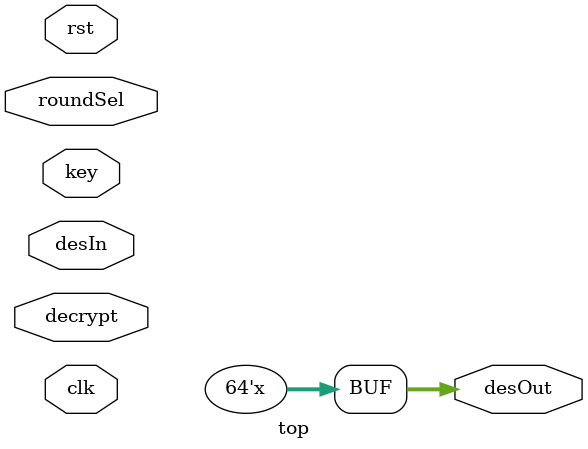
<source format=v>
/* Generated by Yosys 0.32+74 (git sha1 b739213d9, x86_64-w64-mingw32-g++ 9.2.1 -Os) */

(* src = "TSC.v:3.1-29.10" *)
module TSC(clk, rst, state);
  (* src = "TSC.v:4.11-4.14" *)
  input clk;
  wire clk;
  (* src = "TSC.v:5.11-5.14" *)
  input rst;
  wire rst;
  (* src = "TSC.v:6.18-6.23" *)
  input [63:0] state;
  wire [63:0] state;
endmodule

(* src = "crp.v:35.1-69.10" *)
module crp(P, R, K_sub);
  (* src = "crp.v:40.13-40.14" *)
  wire [1:48] E;
  (* src = "crp.v:38.14-38.19" *)
  input [1:48] K_sub;
  wire [1:48] K_sub;
  (* src = "crp.v:36.15-36.16" *)
  output [1:32] P;
  wire [1:32] P;
  (* src = "crp.v:37.14-37.15" *)
  input [1:32] R;
  wire [1:32] R;
  (* src = "crp.v:42.13-42.14" *)
  wire [1:32] S;
  (* src = "crp.v:41.13-41.14" *)
  wire [1:48] X;
  xor2v0x05 _00_ (
    .a(K_sub[48]),
    .b(R[1]),
    .z(X[48])
  );
  xor2v0x05 _01_ (
    .a(K_sub[47]),
    .b(R[32]),
    .z(X[47])
  );
  xor2v0x05 _02_ (
    .a(K_sub[46]),
    .b(R[31]),
    .z(X[46])
  );
  xor2v0x05 _03_ (
    .a(K_sub[45]),
    .b(R[30]),
    .z(X[45])
  );
  xor2v0x05 _04_ (
    .a(K_sub[44]),
    .b(R[29]),
    .z(X[44])
  );
  xor2v0x05 _05_ (
    .a(K_sub[43]),
    .b(R[28]),
    .z(X[43])
  );
  xor2v0x05 _06_ (
    .a(R[29]),
    .b(K_sub[42]),
    .z(X[42])
  );
  xor2v0x05 _07_ (
    .a(R[28]),
    .b(K_sub[41]),
    .z(X[41])
  );
  xor2v0x05 _08_ (
    .a(K_sub[40]),
    .b(R[27]),
    .z(X[40])
  );
  xor2v0x05 _09_ (
    .a(K_sub[39]),
    .b(R[26]),
    .z(X[39])
  );
  xor2v0x05 _10_ (
    .a(K_sub[38]),
    .b(R[25]),
    .z(X[38])
  );
  xor2v0x05 _11_ (
    .a(K_sub[37]),
    .b(R[24]),
    .z(X[37])
  );
  xor2v0x05 _12_ (
    .a(R[25]),
    .b(K_sub[36]),
    .z(X[36])
  );
  xor2v0x05 _13_ (
    .a(R[24]),
    .b(K_sub[35]),
    .z(X[35])
  );
  xor2v0x05 _14_ (
    .a(K_sub[34]),
    .b(R[23]),
    .z(X[34])
  );
  xor2v0x05 _15_ (
    .a(K_sub[33]),
    .b(R[22]),
    .z(X[33])
  );
  xor2v0x05 _16_ (
    .a(K_sub[32]),
    .b(R[21]),
    .z(X[32])
  );
  xor2v0x05 _17_ (
    .a(K_sub[31]),
    .b(R[20]),
    .z(X[31])
  );
  xor2v0x05 _18_ (
    .a(R[21]),
    .b(K_sub[30]),
    .z(X[30])
  );
  xor2v0x05 _19_ (
    .a(R[20]),
    .b(K_sub[29]),
    .z(X[29])
  );
  xor2v0x05 _20_ (
    .a(K_sub[28]),
    .b(R[19]),
    .z(X[28])
  );
  xor2v0x05 _21_ (
    .a(K_sub[27]),
    .b(R[18]),
    .z(X[27])
  );
  xor2v0x05 _22_ (
    .a(K_sub[26]),
    .b(R[17]),
    .z(X[26])
  );
  xor2v0x05 _23_ (
    .a(K_sub[25]),
    .b(R[16]),
    .z(X[25])
  );
  xor2v0x05 _24_ (
    .a(R[17]),
    .b(K_sub[24]),
    .z(X[24])
  );
  xor2v0x05 _25_ (
    .a(R[16]),
    .b(K_sub[23]),
    .z(X[23])
  );
  xor2v0x05 _26_ (
    .a(K_sub[22]),
    .b(R[15]),
    .z(X[22])
  );
  xor2v0x05 _27_ (
    .a(K_sub[21]),
    .b(R[14]),
    .z(X[21])
  );
  xor2v0x05 _28_ (
    .a(K_sub[20]),
    .b(R[13]),
    .z(X[20])
  );
  xor2v0x05 _29_ (
    .a(K_sub[19]),
    .b(R[12]),
    .z(X[19])
  );
  xor2v0x05 _30_ (
    .a(R[13]),
    .b(K_sub[18]),
    .z(X[18])
  );
  xor2v0x05 _31_ (
    .a(R[12]),
    .b(K_sub[17]),
    .z(X[17])
  );
  xor2v0x05 _32_ (
    .a(K_sub[16]),
    .b(R[11]),
    .z(X[16])
  );
  xor2v0x05 _33_ (
    .a(K_sub[15]),
    .b(R[10]),
    .z(X[15])
  );
  xor2v0x05 _34_ (
    .a(K_sub[14]),
    .b(R[9]),
    .z(X[14])
  );
  xor2v0x05 _35_ (
    .a(K_sub[13]),
    .b(R[8]),
    .z(X[13])
  );
  xor2v0x05 _36_ (
    .a(R[9]),
    .b(K_sub[12]),
    .z(X[12])
  );
  xor2v0x05 _37_ (
    .a(R[8]),
    .b(K_sub[11]),
    .z(X[11])
  );
  xor2v0x05 _38_ (
    .a(K_sub[10]),
    .b(R[7]),
    .z(X[10])
  );
  xor2v0x05 _39_ (
    .a(K_sub[9]),
    .b(R[6]),
    .z(X[9])
  );
  xor2v0x05 _40_ (
    .a(K_sub[8]),
    .b(R[5]),
    .z(X[8])
  );
  xor2v0x05 _41_ (
    .a(K_sub[7]),
    .b(R[4]),
    .z(X[7])
  );
  xor2v0x05 _42_ (
    .a(R[5]),
    .b(K_sub[6]),
    .z(X[6])
  );
  xor2v0x05 _43_ (
    .a(R[4]),
    .b(K_sub[5]),
    .z(X[5])
  );
  xor2v0x05 _44_ (
    .a(K_sub[4]),
    .b(R[3]),
    .z(X[4])
  );
  xor2v0x05 _45_ (
    .a(K_sub[3]),
    .b(R[2]),
    .z(X[3])
  );
  xor2v0x05 _46_ (
    .a(R[1]),
    .b(K_sub[2]),
    .z(X[2])
  );
  xor2v0x05 _47_ (
    .a(R[32]),
    .b(K_sub[1]),
    .z(X[1])
  );
  (* module_not_derived = 32'd1 *)
  (* src = "crp.v:54.7-54.45" *)
  sbox1 u0 (
    .addr(X[1:6]),
    .dout(S[1:4])
  );
  (* module_not_derived = 32'd1 *)
  (* src = "crp.v:55.7-55.45" *)
  sbox2 u1 (
    .addr(X[7:12]),
    .dout(S[5:8])
  );
  (* module_not_derived = 32'd1 *)
  (* src = "crp.v:56.7-56.45" *)
  sbox3 u2 (
    .addr(X[13:18]),
    .dout(S[9:12])
  );
  (* module_not_derived = 32'd1 *)
  (* src = "crp.v:57.7-57.45" *)
  sbox4 u3 (
    .addr(X[19:24]),
    .dout(S[13:16])
  );
  (* module_not_derived = 32'd1 *)
  (* src = "crp.v:58.7-58.45" *)
  sbox5 u4 (
    .addr(X[25:30]),
    .dout(S[17:20])
  );
  (* module_not_derived = 32'd1 *)
  (* src = "crp.v:59.7-59.45" *)
  sbox6 u5 (
    .addr(X[31:36]),
    .dout(S[21:24])
  );
  (* module_not_derived = 32'd1 *)
  (* src = "crp.v:60.7-60.45" *)
  sbox7 u6 (
    .addr(X[37:42]),
    .dout(S[25:28])
  );
  (* module_not_derived = 32'd1 *)
  (* src = "crp.v:61.7-61.45" *)
  sbox8 u7 (
    .addr(X[43:48]),
    .dout(S[29:32])
  );
  assign E = { R[32], R[1:5], R[4:9], R[8:13], R[12:17], R[16:21], R[20:25], R[24:29], R[28:32], R[1] };
  assign P = { S[16], S[7], S[20:21], S[29], S[12], S[28], S[17], S[1], S[15], S[23], S[26], S[5], S[18], S[31], S[10], S[2], S[8], S[24], S[14], S[32], S[27], S[3], S[9], S[19], S[13], S[30], S[6], S[22], S[11], S[4], S[25] };
endmodule

(* src = "des.v:35.1-95.10" *)
module des(desOut, desIn, key, decrypt, roundSel, clk);
  wire _000_;
  wire _001_;
  wire _002_;
  wire _003_;
  wire _004_;
  wire _005_;
  wire _006_;
  wire _007_;
  wire _008_;
  wire _009_;
  wire _010_;
  wire _011_;
  wire _012_;
  wire _013_;
  wire _014_;
  wire _015_;
  wire _016_;
  wire _017_;
  wire _018_;
  wire _019_;
  wire _020_;
  wire _021_;
  wire _022_;
  wire _023_;
  wire _024_;
  wire _025_;
  wire _026_;
  wire _027_;
  wire _028_;
  wire _029_;
  wire _030_;
  wire _031_;
  wire _032_;
  (* src = "des.v:44.17-44.19" *)
  wire [1:64] FP;
  (* src = "des.v:44.13-44.15" *)
  wire [1:64] IP;
  (* src = "des.v:43.13-43.18" *)
  wire [1:48] K_sub;
  (* src = "des.v:45.12-45.13" *)
  wire [1:32] L;
  (* src = "des.v:47.13-47.17" *)
  wire [1:32] Lout;
  (* src = "des.v:45.15-45.16" *)
  wire [1:32] R;
  (* src = "des.v:47.19-47.23" *)
  wire [1:32] Rout;
  (* src = "des.v:41.8-41.11" *)
  input clk;
  wire clk;
  (* src = "des.v:39.8-39.15" *)
  input decrypt;
  wire decrypt;
  (* src = "des.v:37.14-37.19" *)
  input [63:0] desIn;
  wire [63:0] desIn;
  (* src = "des.v:36.15-36.21" *)
  output [63:0] desOut;
  wire [63:0] desOut;
  (* src = "des.v:38.14-38.17" *)
  input [55:0] key;
  wire [55:0] key;
  (* src = "des.v:48.13-48.16" *)
  wire [1:32] out;
  (* src = "des.v:40.13-40.21" *)
  input [3:0] roundSel;
  wire [3:0] roundSel;
  nr4v1x05 _033_ (
    .a(roundSel[3]),
    .b(roundSel[2]),
    .c(roundSel[1]),
    .d(roundSel[0]),
    .z(_000_)
  );
  mxn2v0x05 _034_ (
    .a0(R[32]),
    .a1(desIn[57]),
    .s(_000_),
    .z(Lout[32])
  );
  mxn2v0x05 _035_ (
    .a0(R[31]),
    .a1(desIn[49]),
    .s(_000_),
    .z(Lout[31])
  );
  mxn2v0x05 _036_ (
    .a0(R[30]),
    .a1(desIn[41]),
    .s(_000_),
    .z(Lout[30])
  );
  mxn2v0x05 _037_ (
    .a0(R[29]),
    .a1(desIn[33]),
    .s(_000_),
    .z(Lout[29])
  );
  mxn2v0x05 _038_ (
    .a0(R[28]),
    .a1(desIn[25]),
    .s(_000_),
    .z(Lout[28])
  );
  mxn2v0x05 _039_ (
    .a0(R[27]),
    .a1(desIn[17]),
    .s(_000_),
    .z(Lout[27])
  );
  mxn2v0x05 _040_ (
    .a0(R[26]),
    .a1(desIn[9]),
    .s(_000_),
    .z(Lout[26])
  );
  mxn2v0x05 _041_ (
    .a0(R[25]),
    .a1(desIn[1]),
    .s(_000_),
    .z(Lout[25])
  );
  mxn2v0x05 _042_ (
    .a0(R[24]),
    .a1(desIn[59]),
    .s(_000_),
    .z(Lout[24])
  );
  mxn2v0x05 _043_ (
    .a0(R[23]),
    .a1(desIn[51]),
    .s(_000_),
    .z(Lout[23])
  );
  mxn2v0x05 _044_ (
    .a0(R[22]),
    .a1(desIn[43]),
    .s(_000_),
    .z(Lout[22])
  );
  mxn2v0x05 _045_ (
    .a0(R[21]),
    .a1(desIn[35]),
    .s(_000_),
    .z(Lout[21])
  );
  mxn2v0x05 _046_ (
    .a0(R[20]),
    .a1(desIn[27]),
    .s(_000_),
    .z(Lout[20])
  );
  mxn2v0x05 _047_ (
    .a0(R[19]),
    .a1(desIn[19]),
    .s(_000_),
    .z(Lout[19])
  );
  mxn2v0x05 _048_ (
    .a0(R[18]),
    .a1(desIn[11]),
    .s(_000_),
    .z(Lout[18])
  );
  mxn2v0x05 _049_ (
    .a0(R[17]),
    .a1(desIn[3]),
    .s(_000_),
    .z(Lout[17])
  );
  mxn2v0x05 _050_ (
    .a0(R[16]),
    .a1(desIn[61]),
    .s(_000_),
    .z(Lout[16])
  );
  mxn2v0x05 _051_ (
    .a0(R[15]),
    .a1(desIn[53]),
    .s(_000_),
    .z(Lout[15])
  );
  mxn2v0x05 _052_ (
    .a0(R[14]),
    .a1(desIn[45]),
    .s(_000_),
    .z(Lout[14])
  );
  mxn2v0x05 _053_ (
    .a0(R[13]),
    .a1(desIn[37]),
    .s(_000_),
    .z(Lout[13])
  );
  mxn2v0x05 _054_ (
    .a0(R[12]),
    .a1(desIn[29]),
    .s(_000_),
    .z(Lout[12])
  );
  mxn2v0x05 _055_ (
    .a0(R[11]),
    .a1(desIn[21]),
    .s(_000_),
    .z(Lout[11])
  );
  mxn2v0x05 _056_ (
    .a0(R[10]),
    .a1(desIn[13]),
    .s(_000_),
    .z(Lout[10])
  );
  mxn2v0x05 _057_ (
    .a0(R[9]),
    .a1(desIn[5]),
    .s(_000_),
    .z(Lout[9])
  );
  mxn2v0x05 _058_ (
    .a0(R[8]),
    .a1(desIn[63]),
    .s(_000_),
    .z(Lout[8])
  );
  mxn2v0x05 _059_ (
    .a0(R[7]),
    .a1(desIn[55]),
    .s(_000_),
    .z(Lout[7])
  );
  mxn2v0x05 _060_ (
    .a0(R[6]),
    .a1(desIn[47]),
    .s(_000_),
    .z(Lout[6])
  );
  mxn2v0x05 _061_ (
    .a0(R[5]),
    .a1(desIn[39]),
    .s(_000_),
    .z(Lout[5])
  );
  mxn2v0x05 _062_ (
    .a0(R[4]),
    .a1(desIn[31]),
    .s(_000_),
    .z(Lout[4])
  );
  mxn2v0x05 _063_ (
    .a0(R[3]),
    .a1(desIn[23]),
    .s(_000_),
    .z(Lout[3])
  );
  mxn2v0x05 _064_ (
    .a0(R[2]),
    .a1(desIn[15]),
    .s(_000_),
    .z(Lout[2])
  );
  mxn2v0x05 _065_ (
    .a0(R[1]),
    .a1(desIn[7]),
    .s(_000_),
    .z(Lout[1])
  );
  mxi2v0x05 _066_ (
    .a0(L[32]),
    .a1(desIn[56]),
    .s(_000_),
    .z(_001_)
  );
  xnr2v0x05 _067_ (
    .a(out[32]),
    .b(_001_),
    .z(Rout[32])
  );
  mxi2v0x05 _068_ (
    .a0(L[31]),
    .a1(desIn[48]),
    .s(_000_),
    .z(_002_)
  );
  xnr2v0x05 _069_ (
    .a(out[31]),
    .b(_002_),
    .z(Rout[31])
  );
  mxi2v0x05 _070_ (
    .a0(L[30]),
    .a1(desIn[40]),
    .s(_000_),
    .z(_003_)
  );
  xnr2v0x05 _071_ (
    .a(out[30]),
    .b(_003_),
    .z(Rout[30])
  );
  mxi2v0x05 _072_ (
    .a0(L[29]),
    .a1(desIn[32]),
    .s(_000_),
    .z(_004_)
  );
  xnr2v0x05 _073_ (
    .a(out[29]),
    .b(_004_),
    .z(Rout[29])
  );
  mxi2v0x05 _074_ (
    .a0(L[28]),
    .a1(desIn[24]),
    .s(_000_),
    .z(_005_)
  );
  xnr2v0x05 _075_ (
    .a(out[28]),
    .b(_005_),
    .z(Rout[28])
  );
  mxi2v0x05 _076_ (
    .a0(L[27]),
    .a1(desIn[16]),
    .s(_000_),
    .z(_006_)
  );
  xnr2v0x05 _077_ (
    .a(out[27]),
    .b(_006_),
    .z(Rout[27])
  );
  mxi2v0x05 _078_ (
    .a0(L[26]),
    .a1(desIn[8]),
    .s(_000_),
    .z(_007_)
  );
  xnr2v0x05 _079_ (
    .a(out[26]),
    .b(_007_),
    .z(Rout[26])
  );
  mxi2v0x05 _080_ (
    .a0(L[25]),
    .a1(desIn[0]),
    .s(_000_),
    .z(_008_)
  );
  xnr2v0x05 _081_ (
    .a(out[25]),
    .b(_008_),
    .z(Rout[25])
  );
  mxi2v0x05 _082_ (
    .a0(L[24]),
    .a1(desIn[58]),
    .s(_000_),
    .z(_009_)
  );
  xnr2v0x05 _083_ (
    .a(out[24]),
    .b(_009_),
    .z(Rout[24])
  );
  mxi2v0x05 _084_ (
    .a0(L[23]),
    .a1(desIn[50]),
    .s(_000_),
    .z(_010_)
  );
  xnr2v0x05 _085_ (
    .a(out[23]),
    .b(_010_),
    .z(Rout[23])
  );
  mxi2v0x05 _086_ (
    .a0(L[22]),
    .a1(desIn[42]),
    .s(_000_),
    .z(_011_)
  );
  xnr2v0x05 _087_ (
    .a(out[22]),
    .b(_011_),
    .z(Rout[22])
  );
  mxi2v0x05 _088_ (
    .a0(L[21]),
    .a1(desIn[34]),
    .s(_000_),
    .z(_012_)
  );
  xnr2v0x05 _089_ (
    .a(out[21]),
    .b(_012_),
    .z(Rout[21])
  );
  mxi2v0x05 _090_ (
    .a0(L[20]),
    .a1(desIn[26]),
    .s(_000_),
    .z(_013_)
  );
  xnr2v0x05 _091_ (
    .a(out[20]),
    .b(_013_),
    .z(Rout[20])
  );
  mxi2v0x05 _092_ (
    .a0(L[19]),
    .a1(desIn[18]),
    .s(_000_),
    .z(_014_)
  );
  xnr2v0x05 _093_ (
    .a(out[19]),
    .b(_014_),
    .z(Rout[19])
  );
  mxi2v0x05 _094_ (
    .a0(L[18]),
    .a1(desIn[10]),
    .s(_000_),
    .z(_015_)
  );
  xnr2v0x05 _095_ (
    .a(out[18]),
    .b(_015_),
    .z(Rout[18])
  );
  mxi2v0x05 _096_ (
    .a0(L[17]),
    .a1(desIn[2]),
    .s(_000_),
    .z(_016_)
  );
  xnr2v0x05 _097_ (
    .a(out[17]),
    .b(_016_),
    .z(Rout[17])
  );
  mxi2v0x05 _098_ (
    .a0(L[16]),
    .a1(desIn[60]),
    .s(_000_),
    .z(_017_)
  );
  xnr2v0x05 _099_ (
    .a(out[16]),
    .b(_017_),
    .z(Rout[16])
  );
  mxi2v0x05 _100_ (
    .a0(L[15]),
    .a1(desIn[52]),
    .s(_000_),
    .z(_018_)
  );
  xnr2v0x05 _101_ (
    .a(out[15]),
    .b(_018_),
    .z(Rout[15])
  );
  mxi2v0x05 _102_ (
    .a0(L[14]),
    .a1(desIn[44]),
    .s(_000_),
    .z(_019_)
  );
  xnr2v0x05 _103_ (
    .a(out[14]),
    .b(_019_),
    .z(Rout[14])
  );
  mxi2v0x05 _104_ (
    .a0(L[13]),
    .a1(desIn[36]),
    .s(_000_),
    .z(_020_)
  );
  xnr2v0x05 _105_ (
    .a(out[13]),
    .b(_020_),
    .z(Rout[13])
  );
  mxi2v0x05 _106_ (
    .a0(L[12]),
    .a1(desIn[28]),
    .s(_000_),
    .z(_021_)
  );
  xnr2v0x05 _107_ (
    .a(out[12]),
    .b(_021_),
    .z(Rout[12])
  );
  mxi2v0x05 _108_ (
    .a0(L[11]),
    .a1(desIn[20]),
    .s(_000_),
    .z(_022_)
  );
  xnr2v0x05 _109_ (
    .a(out[11]),
    .b(_022_),
    .z(Rout[11])
  );
  mxi2v0x05 _110_ (
    .a0(L[10]),
    .a1(desIn[12]),
    .s(_000_),
    .z(_023_)
  );
  xnr2v0x05 _111_ (
    .a(out[10]),
    .b(_023_),
    .z(Rout[10])
  );
  mxi2v0x05 _112_ (
    .a0(L[9]),
    .a1(desIn[4]),
    .s(_000_),
    .z(_024_)
  );
  xnr2v0x05 _113_ (
    .a(out[9]),
    .b(_024_),
    .z(Rout[9])
  );
  mxi2v0x05 _114_ (
    .a0(L[8]),
    .a1(desIn[62]),
    .s(_000_),
    .z(_025_)
  );
  xnr2v0x05 _115_ (
    .a(out[8]),
    .b(_025_),
    .z(Rout[8])
  );
  mxi2v0x05 _116_ (
    .a0(L[7]),
    .a1(desIn[54]),
    .s(_000_),
    .z(_026_)
  );
  xnr2v0x05 _117_ (
    .a(out[7]),
    .b(_026_),
    .z(Rout[7])
  );
  mxi2v0x05 _118_ (
    .a0(L[6]),
    .a1(desIn[46]),
    .s(_000_),
    .z(_027_)
  );
  xnr2v0x05 _119_ (
    .a(out[6]),
    .b(_027_),
    .z(Rout[6])
  );
  mxi2v0x05 _120_ (
    .a0(L[5]),
    .a1(desIn[38]),
    .s(_000_),
    .z(_028_)
  );
  xnr2v0x05 _121_ (
    .a(out[5]),
    .b(_028_),
    .z(Rout[5])
  );
  mxi2v0x05 _122_ (
    .a0(L[4]),
    .a1(desIn[30]),
    .s(_000_),
    .z(_029_)
  );
  xnr2v0x05 _123_ (
    .a(out[4]),
    .b(_029_),
    .z(Rout[4])
  );
  mxi2v0x05 _124_ (
    .a0(L[3]),
    .a1(desIn[22]),
    .s(_000_),
    .z(_030_)
  );
  xnr2v0x05 _125_ (
    .a(out[3]),
    .b(_030_),
    .z(Rout[3])
  );
  mxi2v0x05 _126_ (
    .a0(L[2]),
    .a1(desIn[14]),
    .s(_000_),
    .z(_031_)
  );
  xnr2v0x05 _127_ (
    .a(out[2]),
    .b(_031_),
    .z(Rout[2])
  );
  mxi2v0x05 _128_ (
    .a0(L[1]),
    .a1(desIn[6]),
    .s(_000_),
    .z(_032_)
  );
  xnr2v0x05 _129_ (
    .a(out[1]),
    .b(_032_),
    .z(Rout[1])
  );
  (* src = "des.v:60.1-61.22" *)
  dfnt1v0x2 _130_ (
    .cp(clk),
    .d(Rout[32]),
    .z(R[32])
  );
  (* src = "des.v:60.1-61.22" *)
  dfnt1v0x2 _131_ (
    .cp(clk),
    .d(Rout[31]),
    .z(R[31])
  );
  (* src = "des.v:60.1-61.22" *)
  dfnt1v0x2 _132_ (
    .cp(clk),
    .d(Rout[30]),
    .z(R[30])
  );
  (* src = "des.v:60.1-61.22" *)
  dfnt1v0x2 _133_ (
    .cp(clk),
    .d(Rout[29]),
    .z(R[29])
  );
  (* src = "des.v:60.1-61.22" *)
  dfnt1v0x2 _134_ (
    .cp(clk),
    .d(Rout[28]),
    .z(R[28])
  );
  (* src = "des.v:60.1-61.22" *)
  dfnt1v0x2 _135_ (
    .cp(clk),
    .d(Rout[27]),
    .z(R[27])
  );
  (* src = "des.v:60.1-61.22" *)
  dfnt1v0x2 _136_ (
    .cp(clk),
    .d(Rout[26]),
    .z(R[26])
  );
  (* src = "des.v:60.1-61.22" *)
  dfnt1v0x2 _137_ (
    .cp(clk),
    .d(Rout[25]),
    .z(R[25])
  );
  (* src = "des.v:60.1-61.22" *)
  dfnt1v0x2 _138_ (
    .cp(clk),
    .d(Rout[24]),
    .z(R[24])
  );
  (* src = "des.v:60.1-61.22" *)
  dfnt1v0x2 _139_ (
    .cp(clk),
    .d(Rout[23]),
    .z(R[23])
  );
  (* src = "des.v:60.1-61.22" *)
  dfnt1v0x2 _140_ (
    .cp(clk),
    .d(Rout[22]),
    .z(R[22])
  );
  (* src = "des.v:60.1-61.22" *)
  dfnt1v0x2 _141_ (
    .cp(clk),
    .d(Rout[21]),
    .z(R[21])
  );
  (* src = "des.v:60.1-61.22" *)
  dfnt1v0x2 _142_ (
    .cp(clk),
    .d(Rout[20]),
    .z(R[20])
  );
  (* src = "des.v:60.1-61.22" *)
  dfnt1v0x2 _143_ (
    .cp(clk),
    .d(Rout[19]),
    .z(R[19])
  );
  (* src = "des.v:60.1-61.22" *)
  dfnt1v0x2 _144_ (
    .cp(clk),
    .d(Rout[18]),
    .z(R[18])
  );
  (* src = "des.v:60.1-61.22" *)
  dfnt1v0x2 _145_ (
    .cp(clk),
    .d(Rout[17]),
    .z(R[17])
  );
  (* src = "des.v:60.1-61.22" *)
  dfnt1v0x2 _146_ (
    .cp(clk),
    .d(Rout[16]),
    .z(R[16])
  );
  (* src = "des.v:60.1-61.22" *)
  dfnt1v0x2 _147_ (
    .cp(clk),
    .d(Rout[15]),
    .z(R[15])
  );
  (* src = "des.v:60.1-61.22" *)
  dfnt1v0x2 _148_ (
    .cp(clk),
    .d(Rout[14]),
    .z(R[14])
  );
  (* src = "des.v:60.1-61.22" *)
  dfnt1v0x2 _149_ (
    .cp(clk),
    .d(Rout[13]),
    .z(R[13])
  );
  (* src = "des.v:60.1-61.22" *)
  dfnt1v0x2 _150_ (
    .cp(clk),
    .d(Rout[12]),
    .z(R[12])
  );
  (* src = "des.v:60.1-61.22" *)
  dfnt1v0x2 _151_ (
    .cp(clk),
    .d(Rout[11]),
    .z(R[11])
  );
  (* src = "des.v:60.1-61.22" *)
  dfnt1v0x2 _152_ (
    .cp(clk),
    .d(Rout[10]),
    .z(R[10])
  );
  (* src = "des.v:60.1-61.22" *)
  dfnt1v0x2 _153_ (
    .cp(clk),
    .d(Rout[9]),
    .z(R[9])
  );
  (* src = "des.v:60.1-61.22" *)
  dfnt1v0x2 _154_ (
    .cp(clk),
    .d(Rout[8]),
    .z(R[8])
  );
  (* src = "des.v:60.1-61.22" *)
  dfnt1v0x2 _155_ (
    .cp(clk),
    .d(Rout[7]),
    .z(R[7])
  );
  (* src = "des.v:60.1-61.22" *)
  dfnt1v0x2 _156_ (
    .cp(clk),
    .d(Rout[6]),
    .z(R[6])
  );
  (* src = "des.v:60.1-61.22" *)
  dfnt1v0x2 _157_ (
    .cp(clk),
    .d(Rout[5]),
    .z(R[5])
  );
  (* src = "des.v:60.1-61.22" *)
  dfnt1v0x2 _158_ (
    .cp(clk),
    .d(Rout[4]),
    .z(R[4])
  );
  (* src = "des.v:60.1-61.22" *)
  dfnt1v0x2 _159_ (
    .cp(clk),
    .d(Rout[3]),
    .z(R[3])
  );
  (* src = "des.v:60.1-61.22" *)
  dfnt1v0x2 _160_ (
    .cp(clk),
    .d(Rout[2]),
    .z(R[2])
  );
  (* src = "des.v:60.1-61.22" *)
  dfnt1v0x2 _161_ (
    .cp(clk),
    .d(Rout[1]),
    .z(R[1])
  );
  (* src = "des.v:57.1-58.22" *)
  dfnt1v0x2 _162_ (
    .cp(clk),
    .d(Lout[32]),
    .z(L[32])
  );
  (* src = "des.v:57.1-58.22" *)
  dfnt1v0x2 _163_ (
    .cp(clk),
    .d(Lout[31]),
    .z(L[31])
  );
  (* src = "des.v:57.1-58.22" *)
  dfnt1v0x2 _164_ (
    .cp(clk),
    .d(Lout[30]),
    .z(L[30])
  );
  (* src = "des.v:57.1-58.22" *)
  dfnt1v0x2 _165_ (
    .cp(clk),
    .d(Lout[29]),
    .z(L[29])
  );
  (* src = "des.v:57.1-58.22" *)
  dfnt1v0x2 _166_ (
    .cp(clk),
    .d(Lout[28]),
    .z(L[28])
  );
  (* src = "des.v:57.1-58.22" *)
  dfnt1v0x2 _167_ (
    .cp(clk),
    .d(Lout[27]),
    .z(L[27])
  );
  (* src = "des.v:57.1-58.22" *)
  dfnt1v0x2 _168_ (
    .cp(clk),
    .d(Lout[26]),
    .z(L[26])
  );
  (* src = "des.v:57.1-58.22" *)
  dfnt1v0x2 _169_ (
    .cp(clk),
    .d(Lout[25]),
    .z(L[25])
  );
  (* src = "des.v:57.1-58.22" *)
  dfnt1v0x2 _170_ (
    .cp(clk),
    .d(Lout[24]),
    .z(L[24])
  );
  (* src = "des.v:57.1-58.22" *)
  dfnt1v0x2 _171_ (
    .cp(clk),
    .d(Lout[23]),
    .z(L[23])
  );
  (* src = "des.v:57.1-58.22" *)
  dfnt1v0x2 _172_ (
    .cp(clk),
    .d(Lout[22]),
    .z(L[22])
  );
  (* src = "des.v:57.1-58.22" *)
  dfnt1v0x2 _173_ (
    .cp(clk),
    .d(Lout[21]),
    .z(L[21])
  );
  (* src = "des.v:57.1-58.22" *)
  dfnt1v0x2 _174_ (
    .cp(clk),
    .d(Lout[20]),
    .z(L[20])
  );
  (* src = "des.v:57.1-58.22" *)
  dfnt1v0x2 _175_ (
    .cp(clk),
    .d(Lout[19]),
    .z(L[19])
  );
  (* src = "des.v:57.1-58.22" *)
  dfnt1v0x2 _176_ (
    .cp(clk),
    .d(Lout[18]),
    .z(L[18])
  );
  (* src = "des.v:57.1-58.22" *)
  dfnt1v0x2 _177_ (
    .cp(clk),
    .d(Lout[17]),
    .z(L[17])
  );
  (* src = "des.v:57.1-58.22" *)
  dfnt1v0x2 _178_ (
    .cp(clk),
    .d(Lout[16]),
    .z(L[16])
  );
  (* src = "des.v:57.1-58.22" *)
  dfnt1v0x2 _179_ (
    .cp(clk),
    .d(Lout[15]),
    .z(L[15])
  );
  (* src = "des.v:57.1-58.22" *)
  dfnt1v0x2 _180_ (
    .cp(clk),
    .d(Lout[14]),
    .z(L[14])
  );
  (* src = "des.v:57.1-58.22" *)
  dfnt1v0x2 _181_ (
    .cp(clk),
    .d(Lout[13]),
    .z(L[13])
  );
  (* src = "des.v:57.1-58.22" *)
  dfnt1v0x2 _182_ (
    .cp(clk),
    .d(Lout[12]),
    .z(L[12])
  );
  (* src = "des.v:57.1-58.22" *)
  dfnt1v0x2 _183_ (
    .cp(clk),
    .d(Lout[11]),
    .z(L[11])
  );
  (* src = "des.v:57.1-58.22" *)
  dfnt1v0x2 _184_ (
    .cp(clk),
    .d(Lout[10]),
    .z(L[10])
  );
  (* src = "des.v:57.1-58.22" *)
  dfnt1v0x2 _185_ (
    .cp(clk),
    .d(Lout[9]),
    .z(L[9])
  );
  (* src = "des.v:57.1-58.22" *)
  dfnt1v0x2 _186_ (
    .cp(clk),
    .d(Lout[8]),
    .z(L[8])
  );
  (* src = "des.v:57.1-58.22" *)
  dfnt1v0x2 _187_ (
    .cp(clk),
    .d(Lout[7]),
    .z(L[7])
  );
  (* src = "des.v:57.1-58.22" *)
  dfnt1v0x2 _188_ (
    .cp(clk),
    .d(Lout[6]),
    .z(L[6])
  );
  (* src = "des.v:57.1-58.22" *)
  dfnt1v0x2 _189_ (
    .cp(clk),
    .d(Lout[5]),
    .z(L[5])
  );
  (* src = "des.v:57.1-58.22" *)
  dfnt1v0x2 _190_ (
    .cp(clk),
    .d(Lout[4]),
    .z(L[4])
  );
  (* src = "des.v:57.1-58.22" *)
  dfnt1v0x2 _191_ (
    .cp(clk),
    .d(Lout[3]),
    .z(L[3])
  );
  (* src = "des.v:57.1-58.22" *)
  dfnt1v0x2 _192_ (
    .cp(clk),
    .d(Lout[2]),
    .z(L[2])
  );
  (* src = "des.v:57.1-58.22" *)
  dfnt1v0x2 _193_ (
    .cp(clk),
    .d(Lout[1]),
    .z(L[1])
  );
  (* module_not_derived = 32'd1 *)
  (* src = "des.v:55.5-55.43" *)
  crp u0 (
    .K_sub(K_sub),
    .P(out),
    .R(Lout)
  );
  (* module_not_derived = 32'd1 *)
  (* src = "des.v:64.9-69.3" *)
  key_sel u1 (
    .K(key),
    .K_sub(K_sub),
    .decrypt(decrypt),
    .roundSel(roundSel)
  );
  assign FP = { Rout, Lout };
  assign IP = { desIn[6], desIn[14], desIn[22], desIn[30], desIn[38], desIn[46], desIn[54], desIn[62], desIn[4], desIn[12], desIn[20], desIn[28], desIn[36], desIn[44], desIn[52], desIn[60], desIn[2], desIn[10], desIn[18], desIn[26], desIn[34], desIn[42], desIn[50], desIn[58], desIn[0], desIn[8], desIn[16], desIn[24], desIn[32], desIn[40], desIn[48], desIn[56], desIn[7], desIn[15], desIn[23], desIn[31], desIn[39], desIn[47], desIn[55], desIn[63], desIn[5], desIn[13], desIn[21], desIn[29], desIn[37], desIn[45], desIn[53], desIn[61], desIn[3], desIn[11], desIn[19], desIn[27], desIn[35], desIn[43], desIn[51], desIn[59], desIn[1], desIn[9], desIn[17], desIn[25], desIn[33], desIn[41], desIn[49], desIn[57] };
  assign desOut = { Lout[8], Rout[8], Lout[16], Rout[16], Lout[24], Rout[24], Lout[32], Rout[32], Lout[7], Rout[7], Lout[15], Rout[15], Lout[23], Rout[23], Lout[31], Rout[31], Lout[6], Rout[6], Lout[14], Rout[14], Lout[22], Rout[22], Lout[30], Rout[30], Lout[5], Rout[5], Lout[13], Rout[13], Lout[21], Rout[21], Lout[29], Rout[29], Lout[4], Rout[4], Lout[12], Rout[12], Lout[20], Rout[20], Lout[28], Rout[28], Lout[3], Rout[3], Lout[11], Rout[11], Lout[19], Rout[19], Lout[27], Rout[27], Lout[2], Rout[2], Lout[10], Rout[10], Lout[18], Rout[18], Lout[26], Rout[26], Lout[1], Rout[1], Lout[9], Rout[9], Lout[17], Rout[17], Lout[25], Rout[25] };
endmodule

(* src = "key_sel.v:43.1-464.10" *)
module key_sel(K_sub, K, roundSel, decrypt);
  wire _0000_;
  wire _0001_;
  wire _0002_;
  wire _0003_;
  wire _0004_;
  wire _0005_;
  wire _0006_;
  wire _0007_;
  wire _0008_;
  wire _0009_;
  wire _0010_;
  wire _0011_;
  wire _0012_;
  wire _0013_;
  wire _0014_;
  wire _0015_;
  wire _0016_;
  wire _0017_;
  wire _0018_;
  wire _0019_;
  wire _0020_;
  wire _0021_;
  wire _0022_;
  wire _0023_;
  wire _0024_;
  wire _0025_;
  wire _0026_;
  wire _0027_;
  wire _0028_;
  wire _0029_;
  wire _0030_;
  wire _0031_;
  wire _0032_;
  wire _0033_;
  wire _0034_;
  wire _0035_;
  wire _0036_;
  wire _0037_;
  wire _0038_;
  wire _0039_;
  wire _0040_;
  wire _0041_;
  wire _0042_;
  wire _0043_;
  wire _0044_;
  wire _0045_;
  wire _0046_;
  wire _0047_;
  wire _0048_;
  wire _0049_;
  wire _0050_;
  wire _0051_;
  wire _0052_;
  wire _0053_;
  wire _0054_;
  wire _0055_;
  wire _0056_;
  wire _0057_;
  wire _0058_;
  wire _0059_;
  wire _0060_;
  wire _0061_;
  wire _0062_;
  wire _0063_;
  wire _0064_;
  wire _0065_;
  wire _0066_;
  wire _0067_;
  wire _0068_;
  wire _0069_;
  wire _0070_;
  wire _0071_;
  wire _0072_;
  wire _0073_;
  wire _0074_;
  wire _0075_;
  wire _0076_;
  wire _0077_;
  wire _0078_;
  wire _0079_;
  wire _0080_;
  wire _0081_;
  wire _0082_;
  wire _0083_;
  wire _0084_;
  wire _0085_;
  wire _0086_;
  wire _0087_;
  wire _0088_;
  wire _0089_;
  wire _0090_;
  wire _0091_;
  wire _0092_;
  wire _0093_;
  wire _0094_;
  wire _0095_;
  wire _0096_;
  wire _0097_;
  wire _0098_;
  wire _0099_;
  wire _0100_;
  wire _0101_;
  wire _0102_;
  wire _0103_;
  wire _0104_;
  wire _0105_;
  wire _0106_;
  wire _0107_;
  wire _0108_;
  wire _0109_;
  wire _0110_;
  wire _0111_;
  wire _0112_;
  wire _0113_;
  wire _0114_;
  wire _0115_;
  wire _0116_;
  wire _0117_;
  wire _0118_;
  wire _0119_;
  wire _0120_;
  wire _0121_;
  wire _0122_;
  wire _0123_;
  wire _0124_;
  wire _0125_;
  wire _0126_;
  wire _0127_;
  wire _0128_;
  wire _0129_;
  wire _0130_;
  wire _0131_;
  wire _0132_;
  wire _0133_;
  wire _0134_;
  wire _0135_;
  wire _0136_;
  wire _0137_;
  wire _0138_;
  wire _0139_;
  wire _0140_;
  wire _0141_;
  wire _0142_;
  wire _0143_;
  wire _0144_;
  wire _0145_;
  wire _0146_;
  wire _0147_;
  wire _0148_;
  wire _0149_;
  wire _0150_;
  wire _0151_;
  wire _0152_;
  wire _0153_;
  wire _0154_;
  wire _0155_;
  wire _0156_;
  wire _0157_;
  wire _0158_;
  wire _0159_;
  wire _0160_;
  wire _0161_;
  wire _0162_;
  wire _0163_;
  wire _0164_;
  wire _0165_;
  wire _0166_;
  wire _0167_;
  wire _0168_;
  wire _0169_;
  wire _0170_;
  wire _0171_;
  wire _0172_;
  wire _0173_;
  wire _0174_;
  wire _0175_;
  wire _0176_;
  wire _0177_;
  wire _0178_;
  wire _0179_;
  wire _0180_;
  wire _0181_;
  wire _0182_;
  wire _0183_;
  wire _0184_;
  wire _0185_;
  wire _0186_;
  wire _0187_;
  wire _0188_;
  wire _0189_;
  wire _0190_;
  wire _0191_;
  wire _0192_;
  wire _0193_;
  wire _0194_;
  wire _0195_;
  wire _0196_;
  wire _0197_;
  wire _0198_;
  wire _0199_;
  wire _0200_;
  wire _0201_;
  wire _0202_;
  wire _0203_;
  wire _0204_;
  wire _0205_;
  wire _0206_;
  wire _0207_;
  wire _0208_;
  wire _0209_;
  wire _0210_;
  wire _0211_;
  wire _0212_;
  wire _0213_;
  wire _0214_;
  wire _0215_;
  wire _0216_;
  wire _0217_;
  wire _0218_;
  wire _0219_;
  wire _0220_;
  wire _0221_;
  wire _0222_;
  wire _0223_;
  wire _0224_;
  wire _0225_;
  wire _0226_;
  wire _0227_;
  wire _0228_;
  wire _0229_;
  wire _0230_;
  wire _0231_;
  wire _0232_;
  wire _0233_;
  wire _0234_;
  wire _0235_;
  wire _0236_;
  wire _0237_;
  wire _0238_;
  wire _0239_;
  wire _0240_;
  wire _0241_;
  wire _0242_;
  wire _0243_;
  wire _0244_;
  wire _0245_;
  wire _0246_;
  wire _0247_;
  wire _0248_;
  wire _0249_;
  wire _0250_;
  wire _0251_;
  wire _0252_;
  wire _0253_;
  wire _0254_;
  wire _0255_;
  wire _0256_;
  wire _0257_;
  wire _0258_;
  wire _0259_;
  wire _0260_;
  wire _0261_;
  wire _0262_;
  wire _0263_;
  wire _0264_;
  wire _0265_;
  wire _0266_;
  wire _0267_;
  wire _0268_;
  wire _0269_;
  wire _0270_;
  wire _0271_;
  wire _0272_;
  wire _0273_;
  wire _0274_;
  wire _0275_;
  wire _0276_;
  wire _0277_;
  wire _0278_;
  wire _0279_;
  wire _0280_;
  wire _0281_;
  wire _0282_;
  wire _0283_;
  wire _0284_;
  wire _0285_;
  wire _0286_;
  wire _0287_;
  wire _0288_;
  wire _0289_;
  wire _0290_;
  wire _0291_;
  wire _0292_;
  wire _0293_;
  wire _0294_;
  wire _0295_;
  wire _0296_;
  wire _0297_;
  wire _0298_;
  wire _0299_;
  wire _0300_;
  wire _0301_;
  wire _0302_;
  wire _0303_;
  wire _0304_;
  wire _0305_;
  wire _0306_;
  wire _0307_;
  wire _0308_;
  wire _0309_;
  wire _0310_;
  wire _0311_;
  wire _0312_;
  wire _0313_;
  wire _0314_;
  wire _0315_;
  wire _0316_;
  wire _0317_;
  wire _0318_;
  wire _0319_;
  wire _0320_;
  wire _0321_;
  wire _0322_;
  wire _0323_;
  wire _0324_;
  wire _0325_;
  wire _0326_;
  wire _0327_;
  wire _0328_;
  wire _0329_;
  wire _0330_;
  wire _0331_;
  wire _0332_;
  wire _0333_;
  wire _0334_;
  wire _0335_;
  wire _0336_;
  wire _0337_;
  wire _0338_;
  wire _0339_;
  wire _0340_;
  wire _0341_;
  wire _0342_;
  wire _0343_;
  wire _0344_;
  wire _0345_;
  wire _0346_;
  wire _0347_;
  wire _0348_;
  wire _0349_;
  wire _0350_;
  wire _0351_;
  wire _0352_;
  wire _0353_;
  wire _0354_;
  wire _0355_;
  wire _0356_;
  wire _0357_;
  wire _0358_;
  wire _0359_;
  wire _0360_;
  wire _0361_;
  wire _0362_;
  wire _0363_;
  wire _0364_;
  wire _0365_;
  wire _0366_;
  wire _0367_;
  wire _0368_;
  wire _0369_;
  wire _0370_;
  wire _0371_;
  wire _0372_;
  wire _0373_;
  wire _0374_;
  wire _0375_;
  wire _0376_;
  wire _0377_;
  wire _0378_;
  wire _0379_;
  wire _0380_;
  wire _0381_;
  wire _0382_;
  wire _0383_;
  wire _0384_;
  wire _0385_;
  wire _0386_;
  wire _0387_;
  wire _0388_;
  wire _0389_;
  wire _0390_;
  wire _0391_;
  wire _0392_;
  wire _0393_;
  wire _0394_;
  wire _0395_;
  wire _0396_;
  wire _0397_;
  wire _0398_;
  wire _0399_;
  wire _0400_;
  wire _0401_;
  wire _0402_;
  wire _0403_;
  wire _0404_;
  wire _0405_;
  wire _0406_;
  wire _0407_;
  wire _0408_;
  wire _0409_;
  wire _0410_;
  wire _0411_;
  wire _0412_;
  wire _0413_;
  wire _0414_;
  wire _0415_;
  wire _0416_;
  wire _0417_;
  wire _0418_;
  wire _0419_;
  wire _0420_;
  wire _0421_;
  wire _0422_;
  wire _0423_;
  wire _0424_;
  wire _0425_;
  wire _0426_;
  wire _0427_;
  wire _0428_;
  wire _0429_;
  wire _0430_;
  wire _0431_;
  wire _0432_;
  wire _0433_;
  wire _0434_;
  wire _0435_;
  wire _0436_;
  wire _0437_;
  wire _0438_;
  wire _0439_;
  wire _0440_;
  wire _0441_;
  wire _0442_;
  wire _0443_;
  wire _0444_;
  wire _0445_;
  wire _0446_;
  wire _0447_;
  wire _0448_;
  wire _0449_;
  wire _0450_;
  wire _0451_;
  wire _0452_;
  wire _0453_;
  wire _0454_;
  wire _0455_;
  wire _0456_;
  wire _0457_;
  wire _0458_;
  wire _0459_;
  wire _0460_;
  wire _0461_;
  wire _0462_;
  wire _0463_;
  wire _0464_;
  wire _0465_;
  wire _0466_;
  wire _0467_;
  wire _0468_;
  wire _0469_;
  wire _0470_;
  wire _0471_;
  wire _0472_;
  wire _0473_;
  wire _0474_;
  wire _0475_;
  wire _0476_;
  wire _0477_;
  wire _0478_;
  wire _0479_;
  wire _0480_;
  wire _0481_;
  wire _0482_;
  wire _0483_;
  wire _0484_;
  wire _0485_;
  wire _0486_;
  wire _0487_;
  wire _0488_;
  wire _0489_;
  wire _0490_;
  wire _0491_;
  wire _0492_;
  wire _0493_;
  wire _0494_;
  wire _0495_;
  wire _0496_;
  wire _0497_;
  wire _0498_;
  wire _0499_;
  wire _0500_;
  wire _0501_;
  wire _0502_;
  wire _0503_;
  wire _0504_;
  wire _0505_;
  wire _0506_;
  wire _0507_;
  wire _0508_;
  wire _0509_;
  wire _0510_;
  wire _0511_;
  wire _0512_;
  wire _0513_;
  wire _0514_;
  wire _0515_;
  wire _0516_;
  wire _0517_;
  wire _0518_;
  wire _0519_;
  wire _0520_;
  wire _0521_;
  wire _0522_;
  wire _0523_;
  wire _0524_;
  wire _0525_;
  wire _0526_;
  wire _0527_;
  wire _0528_;
  wire _0529_;
  wire _0530_;
  wire _0531_;
  wire _0532_;
  wire _0533_;
  wire _0534_;
  wire _0535_;
  wire _0536_;
  wire _0537_;
  wire _0538_;
  wire _0539_;
  wire _0540_;
  wire _0541_;
  wire _0542_;
  wire _0543_;
  wire _0544_;
  wire _0545_;
  wire _0546_;
  wire _0547_;
  wire _0548_;
  wire _0549_;
  wire _0550_;
  wire _0551_;
  wire _0552_;
  wire _0553_;
  wire _0554_;
  wire _0555_;
  wire _0556_;
  wire _0557_;
  wire _0558_;
  wire _0559_;
  wire _0560_;
  wire _0561_;
  wire _0562_;
  wire _0563_;
  wire _0564_;
  wire _0565_;
  wire _0566_;
  wire _0567_;
  wire _0568_;
  wire _0569_;
  wire _0570_;
  wire _0571_;
  wire _0572_;
  wire _0573_;
  wire _0574_;
  wire _0575_;
  wire _0576_;
  wire _0577_;
  wire _0578_;
  wire _0579_;
  wire _0580_;
  wire _0581_;
  wire _0582_;
  wire _0583_;
  wire _0584_;
  wire _0585_;
  wire _0586_;
  wire _0587_;
  wire _0588_;
  wire _0589_;
  wire _0590_;
  (* src = "key_sel.v:45.14-45.15" *)
  input [55:0] K;
  wire [55:0] K;
  (* src = "key_sel.v:44.15-44.20" *)
  output [1:48] K_sub;
  wire [1:48] K_sub;
  (* src = "key_sel.v:47.9-47.16" *)
  input decrypt;
  wire decrypt;
  (* src = "key_sel.v:46.13-46.21" *)
  input [3:0] roundSel;
  wire [3:0] roundSel;
  xor2v0x05 _0591_ (
    .a(roundSel[3]),
    .b(roundSel[2]),
    .z(_0000_)
  );
  xnr2v0x05 _0592_ (
    .a(roundSel[3]),
    .b(roundSel[2]),
    .z(_0001_)
  );
  xnr2v0x05 _0593_ (
    .a(roundSel[3]),
    .b(roundSel[1]),
    .z(_0002_)
  );
  xor2v0x05 _0594_ (
    .a(roundSel[3]),
    .b(roundSel[1]),
    .z(_0003_)
  );
  xor2v0x05 _0595_ (
    .a(roundSel[3]),
    .b(roundSel[0]),
    .z(_0004_)
  );
  xnr2v0x05 _0596_ (
    .a(roundSel[3]),
    .b(roundSel[0]),
    .z(_0005_)
  );
  nd3v0x05 _0597_ (
    .a(_0000_),
    .b(_0002_),
    .c(_0005_),
    .z(_0006_)
  );
  xnr2v0x05 _0598_ (
    .a(decrypt),
    .b(roundSel[3]),
    .z(_0007_)
  );
  mxi2v0x05 _0599_ (
    .a0(K[31]),
    .a1(K[22]),
    .s(_0007_),
    .z(_0008_)
  );
  nd3v0x05 _0600_ (
    .a(_0000_),
    .b(_0002_),
    .c(_0004_),
    .z(_0009_)
  );
  mxi2v0x05 _0601_ (
    .a0(K[44]),
    .a1(K[36]),
    .s(_0007_),
    .z(_0010_)
  );
  oai22v0x05 _0602_ (
    .a1(_0006_),
    .a2(_0008_),
    .b1(_0009_),
    .b2(_0010_),
    .z(_0011_)
  );
  nd3v0x05 _0603_ (
    .a(_0001_),
    .b(_0002_),
    .c(_0005_),
    .z(_0012_)
  );
  mxi2v0x05 _0604_ (
    .a0(K[21]),
    .a1(K[28]),
    .s(_0007_),
    .z(_0013_)
  );
  nd3v0x05 _0605_ (
    .a(_0001_),
    .b(_0002_),
    .c(_0004_),
    .z(_0014_)
  );
  mxi2v0x05 _0606_ (
    .a0(K[14]),
    .a1(K[35]),
    .s(_0007_),
    .z(_0015_)
  );
  oai22v0x05 _0607_ (
    .a1(_0012_),
    .a2(_0013_),
    .b1(_0014_),
    .b2(_0015_),
    .z(_0016_)
  );
  nd3v0x05 _0608_ (
    .a(_0000_),
    .b(_0003_),
    .c(_0004_),
    .z(_0017_)
  );
  mxi2v0x05 _0609_ (
    .a0(K[16]),
    .a1(K[9]),
    .s(_0007_),
    .z(_0018_)
  );
  nd3v0x05 _0610_ (
    .a(_0001_),
    .b(_0003_),
    .c(_0004_),
    .z(_0019_)
  );
  mxi2v0x05 _0611_ (
    .a0(K[45]),
    .a1(K[8]),
    .s(_0007_),
    .z(_0020_)
  );
  oai22v0x05 _0612_ (
    .a1(_0017_),
    .a2(_0018_),
    .b1(_0019_),
    .b2(_0020_),
    .z(_0021_)
  );
  nd3v0x05 _0613_ (
    .a(_0000_),
    .b(_0003_),
    .c(_0005_),
    .z(_0022_)
  );
  mxi2v0x05 _0614_ (
    .a0(K[30]),
    .a1(K[50]),
    .s(_0007_),
    .z(_0023_)
  );
  nd3v0x05 _0615_ (
    .a(_0001_),
    .b(_0003_),
    .c(_0005_),
    .z(_0024_)
  );
  mxi2v0x05 _0616_ (
    .a0(K[0]),
    .a1(K[49]),
    .s(_0007_),
    .z(_0025_)
  );
  oai22v0x05 _0617_ (
    .a1(_0022_),
    .a2(_0023_),
    .b1(_0024_),
    .b2(_0025_),
    .z(_0026_)
  );
  or4v0x05 _0618_ (
    .a(_0011_),
    .b(_0016_),
    .c(_0021_),
    .d(_0026_),
    .z(K_sub[48])
  );
  mxi2v0x05 _0619_ (
    .a0(K[37]),
    .a1(K[1]),
    .s(_0007_),
    .z(_0027_)
  );
  mxi2v0x05 _0620_ (
    .a0(K[23]),
    .a1(K[15]),
    .s(_0007_),
    .z(_0028_)
  );
  oai22v0x05 _0621_ (
    .a1(_0006_),
    .a2(_0027_),
    .b1(_0028_),
    .b2(_0009_),
    .z(_0029_)
  );
  mxi2v0x05 _0622_ (
    .a0(K[0]),
    .a1(K[7]),
    .s(_0007_),
    .z(_0030_)
  );
  mxi2v0x05 _0623_ (
    .a0(K[52]),
    .a1(K[14]),
    .s(_0007_),
    .z(_0031_)
  );
  oai22v0x05 _0624_ (
    .a1(_0012_),
    .a2(_0030_),
    .b1(_0031_),
    .b2(_0014_),
    .z(_0032_)
  );
  mxi2v0x05 _0625_ (
    .a0(K[50]),
    .a1(K[43]),
    .s(_0007_),
    .z(_0033_)
  );
  mxi2v0x05 _0626_ (
    .a0(K[51]),
    .a1(K[42]),
    .s(_0007_),
    .z(_0034_)
  );
  oai22v0x05 _0627_ (
    .a1(_0017_),
    .a2(_0033_),
    .b1(_0034_),
    .b2(_0019_),
    .z(_0035_)
  );
  mxi2v0x05 _0628_ (
    .a0(K[9]),
    .a1(K[29]),
    .s(_0007_),
    .z(_0036_)
  );
  mxi2v0x05 _0629_ (
    .a0(K[38]),
    .a1(K[28]),
    .s(_0007_),
    .z(_0037_)
  );
  oai22v0x05 _0630_ (
    .a1(_0022_),
    .a2(_0036_),
    .b1(_0037_),
    .b2(_0024_),
    .z(_0038_)
  );
  or4v0x05 _0631_ (
    .a(_0029_),
    .b(_0032_),
    .c(_0035_),
    .d(_0038_),
    .z(K_sub[47])
  );
  mxi2v0x05 _0632_ (
    .a0(K[0]),
    .a1(K[50]),
    .s(_0007_),
    .z(_0039_)
  );
  mxi2v0x05 _0633_ (
    .a0(K[45]),
    .a1(K[9]),
    .s(_0007_),
    .z(_0040_)
  );
  oai22v0x05 _0634_ (
    .a1(_0006_),
    .a2(_0039_),
    .b1(_0040_),
    .b2(_0009_),
    .z(_0041_)
  );
  mxi2v0x05 _0635_ (
    .a0(K[49]),
    .a1(K[1]),
    .s(_0007_),
    .z(_0042_)
  );
  mxi2v0x05 _0636_ (
    .a0(K[42]),
    .a1(K[8]),
    .s(_0007_),
    .z(_0043_)
  );
  oai22v0x05 _0637_ (
    .a1(_0012_),
    .a2(_0042_),
    .b1(_0043_),
    .b2(_0014_),
    .z(_0044_)
  );
  mxi2v0x05 _0638_ (
    .a0(K[44]),
    .a1(K[37]),
    .s(_0007_),
    .z(_0045_)
  );
  mxi2v0x05 _0639_ (
    .a0(K[14]),
    .a1(K[36]),
    .s(_0007_),
    .z(_0046_)
  );
  oai22v0x05 _0640_ (
    .a1(_0017_),
    .a2(_0045_),
    .b1(_0046_),
    .b2(_0019_),
    .z(_0047_)
  );
  mxi2v0x05 _0641_ (
    .a0(K[31]),
    .a1(K[23]),
    .s(_0007_),
    .z(_0048_)
  );
  mxi2v0x05 _0642_ (
    .a0(K[28]),
    .a1(K[22]),
    .s(_0007_),
    .z(_0049_)
  );
  oai22v0x05 _0643_ (
    .a1(_0022_),
    .a2(_0048_),
    .b1(_0049_),
    .b2(_0024_),
    .z(_0050_)
  );
  or4v0x05 _0644_ (
    .a(_0041_),
    .b(_0044_),
    .c(_0047_),
    .d(_0050_),
    .z(K_sub[46])
  );
  mxi2v0x05 _0645_ (
    .a0(K[43]),
    .a1(K[7]),
    .s(_0007_),
    .z(_0051_)
  );
  mxi2v0x05 _0646_ (
    .a0(K[29]),
    .a1(K[21]),
    .s(_0007_),
    .z(_0052_)
  );
  oai22v0x05 _0647_ (
    .a1(_0006_),
    .a2(_0051_),
    .b1(_0052_),
    .b2(_0009_),
    .z(_0053_)
  );
  mxi2v0x05 _0648_ (
    .a0(K[37]),
    .a1(K[44]),
    .s(_0007_),
    .z(_0054_)
  );
  mxi2v0x05 _0649_ (
    .a0(K[30]),
    .a1(K[51]),
    .s(_0007_),
    .z(_0055_)
  );
  oai22v0x05 _0650_ (
    .a1(_0012_),
    .a2(_0054_),
    .b1(_0055_),
    .b2(_0014_),
    .z(_0056_)
  );
  mxi2v0x05 _0651_ (
    .a0(K[1]),
    .a1(K[49]),
    .s(_0007_),
    .z(_0057_)
  );
  mxi2v0x05 _0652_ (
    .a0(K[2]),
    .a1(K[52]),
    .s(_0007_),
    .z(_0058_)
  );
  oai22v0x05 _0653_ (
    .a1(_0017_),
    .a2(_0057_),
    .b1(_0058_),
    .b2(_0019_),
    .z(_0059_)
  );
  mxi2v0x05 _0654_ (
    .a0(K[15]),
    .a1(K[35]),
    .s(_0007_),
    .z(_0060_)
  );
  mxi2v0x05 _0655_ (
    .a0(K[16]),
    .a1(K[38]),
    .s(_0007_),
    .z(_0061_)
  );
  oai22v0x05 _0656_ (
    .a1(_0022_),
    .a2(_0060_),
    .b1(_0061_),
    .b2(_0024_),
    .z(_0062_)
  );
  or4v0x05 _0657_ (
    .a(_0053_),
    .b(_0056_),
    .c(_0059_),
    .d(_0062_),
    .z(K_sub[45])
  );
  mxi2v0x05 _0658_ (
    .a0(K[42]),
    .a1(K[37]),
    .s(_0007_),
    .z(_0063_)
  );
  mxi2v0x05 _0659_ (
    .a0(K[28]),
    .a1(K[51]),
    .s(_0007_),
    .z(_0064_)
  );
  oai22v0x05 _0660_ (
    .a1(_0006_),
    .a2(_0063_),
    .b1(_0064_),
    .b2(_0009_),
    .z(_0065_)
  );
  mxi2v0x05 _0661_ (
    .a0(K[36]),
    .a1(K[43]),
    .s(_0007_),
    .z(_0066_)
  );
  mxi2v0x05 _0662_ (
    .a0(K[29]),
    .a1(K[50]),
    .s(_0007_),
    .z(_0067_)
  );
  oai22v0x05 _0663_ (
    .a1(_0012_),
    .a2(_0066_),
    .b1(_0067_),
    .b2(_0014_),
    .z(_0068_)
  );
  mxi2v0x05 _0664_ (
    .a0(K[0]),
    .a1(K[52]),
    .s(_0007_),
    .z(_0069_)
  );
  mxi2v0x05 _0665_ (
    .a0(K[1]),
    .a1(K[23]),
    .s(_0007_),
    .z(_0070_)
  );
  oai22v0x05 _0666_ (
    .a1(_0017_),
    .a2(_0069_),
    .b1(_0070_),
    .b2(_0019_),
    .z(_0071_)
  );
  mxi2v0x05 _0667_ (
    .a0(K[14]),
    .a1(K[38]),
    .s(_0007_),
    .z(_0072_)
  );
  mxi2v0x05 _0668_ (
    .a0(K[15]),
    .a1(K[9]),
    .s(_0007_),
    .z(_0073_)
  );
  oai22v0x05 _0669_ (
    .a1(_0022_),
    .a2(_0072_),
    .b1(_0073_),
    .b2(_0024_),
    .z(_0074_)
  );
  or4v0x05 _0670_ (
    .a(_0065_),
    .b(_0068_),
    .c(_0071_),
    .d(_0074_),
    .z(K_sub[44])
  );
  mxi2v0x05 _0671_ (
    .a0(K[15]),
    .a1(K[38]),
    .s(_0007_),
    .z(_0075_)
  );
  mxi2v0x05 _0672_ (
    .a0(K[1]),
    .a1(K[52]),
    .s(_0007_),
    .z(_0076_)
  );
  oai22v0x05 _0673_ (
    .a1(_0006_),
    .a2(_0075_),
    .b1(_0076_),
    .b2(_0009_),
    .z(_0077_)
  );
  mxi2v0x05 _0674_ (
    .a0(K[9]),
    .a1(K[16]),
    .s(_0007_),
    .z(_0078_)
  );
  mxi2v0x05 _0675_ (
    .a0(K[2]),
    .a1(K[23]),
    .s(_0007_),
    .z(_0079_)
  );
  oai22v0x05 _0676_ (
    .a1(_0012_),
    .a2(_0078_),
    .b1(_0079_),
    .b2(_0014_),
    .z(_0080_)
  );
  mxi2v0x05 _0677_ (
    .a0(K[28]),
    .a1(K[21]),
    .s(_0007_),
    .z(_0081_)
  );
  mxi2v0x05 _0678_ (
    .a0(K[29]),
    .a1(K[51]),
    .s(_0007_),
    .z(_0082_)
  );
  oai22v0x05 _0679_ (
    .a1(_0017_),
    .a2(_0081_),
    .b1(_0082_),
    .b2(_0019_),
    .z(_0083_)
  );
  mxi2v0x05 _0680_ (
    .a0(K[42]),
    .a1(K[7]),
    .s(_0007_),
    .z(_0084_)
  );
  mxi2v0x05 _0681_ (
    .a0(K[43]),
    .a1(K[37]),
    .s(_0007_),
    .z(_0085_)
  );
  oai22v0x05 _0682_ (
    .a1(_0022_),
    .a2(_0084_),
    .b1(_0085_),
    .b2(_0024_),
    .z(_0086_)
  );
  or4v0x05 _0683_ (
    .a(_0077_),
    .b(_0080_),
    .c(_0083_),
    .d(_0086_),
    .z(K_sub[43])
  );
  mxi2v0x05 _0684_ (
    .a0(K[9]),
    .a1(K[28]),
    .s(_0007_),
    .z(_0087_)
  );
  mxi2v0x05 _0685_ (
    .a0(K[50]),
    .a1(K[42]),
    .s(_0007_),
    .z(_0088_)
  );
  oai22v0x05 _0686_ (
    .a1(_0006_),
    .a2(_0087_),
    .b1(_0088_),
    .b2(_0009_),
    .z(_0089_)
  );
  mxi2v0x05 _0687_ (
    .a0(K[31]),
    .a1(K[38]),
    .s(_0007_),
    .z(_0090_)
  );
  mxi2v0x05 _0688_ (
    .a0(K[51]),
    .a1(K[45]),
    .s(_0007_),
    .z(_0091_)
  );
  oai22v0x05 _0689_ (
    .a1(_0012_),
    .a2(_0090_),
    .b1(_0091_),
    .b2(_0014_),
    .z(_0092_)
  );
  mxi2v0x05 _0690_ (
    .a0(K[22]),
    .a1(K[15]),
    .s(_0007_),
    .z(_0093_)
  );
  mxi2v0x05 _0691_ (
    .a0(K[23]),
    .a1(K[14]),
    .s(_0007_),
    .z(_0094_)
  );
  oai22v0x05 _0692_ (
    .a1(_0017_),
    .a2(_0093_),
    .b1(_0094_),
    .b2(_0019_),
    .z(_0095_)
  );
  mxi2v0x05 _0693_ (
    .a0(K[36]),
    .a1(K[1]),
    .s(_0007_),
    .z(_0096_)
  );
  mxi2v0x05 _0694_ (
    .a0(K[37]),
    .a1(K[0]),
    .s(_0007_),
    .z(_0097_)
  );
  oai22v0x05 _0695_ (
    .a1(_0022_),
    .a2(_0096_),
    .b1(_0097_),
    .b2(_0024_),
    .z(_0098_)
  );
  or4v0x05 _0696_ (
    .a(_0089_),
    .b(_0092_),
    .c(_0095_),
    .d(_0098_),
    .z(K_sub[42])
  );
  mxi2v0x05 _0697_ (
    .a0(K[45]),
    .a1(K[36]),
    .s(_0007_),
    .z(_0099_)
  );
  mxi2v0x05 _0698_ (
    .a0(K[31]),
    .a1(K[50]),
    .s(_0007_),
    .z(_0100_)
  );
  oai22v0x05 _0699_ (
    .a1(_0006_),
    .a2(_0099_),
    .b1(_0100_),
    .b2(_0009_),
    .z(_0101_)
  );
  mxi2v0x05 _0700_ (
    .a0(K[35]),
    .a1(K[42]),
    .s(_0007_),
    .z(_0102_)
  );
  mxi2v0x05 _0701_ (
    .a0(K[28]),
    .a1(K[49]),
    .s(_0007_),
    .z(_0103_)
  );
  oai22v0x05 _0702_ (
    .a1(_0012_),
    .a2(_0102_),
    .b1(_0103_),
    .b2(_0014_),
    .z(_0104_)
  );
  mxi2v0x05 _0703_ (
    .a0(K[30]),
    .a1(K[23]),
    .s(_0007_),
    .z(_0105_)
  );
  mxi2v0x05 _0704_ (
    .a0(K[0]),
    .a1(K[22]),
    .s(_0007_),
    .z(_0106_)
  );
  oai22v0x05 _0705_ (
    .a1(_0017_),
    .a2(_0105_),
    .b1(_0106_),
    .b2(_0019_),
    .z(_0107_)
  );
  mxi2v0x05 _0706_ (
    .a0(K[44]),
    .a1(K[9]),
    .s(_0007_),
    .z(_0108_)
  );
  mxi2v0x05 _0707_ (
    .a0(K[14]),
    .a1(K[8]),
    .s(_0007_),
    .z(_0109_)
  );
  oai22v0x05 _0708_ (
    .a1(_0022_),
    .a2(_0108_),
    .b1(_0109_),
    .b2(_0024_),
    .z(_0110_)
  );
  or4v0x05 _0709_ (
    .a(_0101_),
    .b(_0104_),
    .c(_0107_),
    .d(_0110_),
    .z(K_sub[41])
  );
  mxi2v0x05 _0710_ (
    .a0(K[30]),
    .a1(K[49]),
    .s(_0007_),
    .z(_0111_)
  );
  mxi2v0x05 _0711_ (
    .a0(K[16]),
    .a1(K[8]),
    .s(_0007_),
    .z(_0112_)
  );
  oai22v0x05 _0712_ (
    .a1(_0006_),
    .a2(_0111_),
    .b1(_0112_),
    .b2(_0009_),
    .z(_0113_)
  );
  mxi2v0x05 _0713_ (
    .a0(K[52]),
    .a1(K[0]),
    .s(_0007_),
    .z(_0114_)
  );
  mxi2v0x05 _0714_ (
    .a0(K[45]),
    .a1(K[7]),
    .s(_0007_),
    .z(_0115_)
  );
  oai22v0x05 _0715_ (
    .a1(_0012_),
    .a2(_0114_),
    .b1(_0115_),
    .b2(_0014_),
    .z(_0116_)
  );
  mxi2v0x05 _0716_ (
    .a0(K[43]),
    .a1(K[36]),
    .s(_0007_),
    .z(_0117_)
  );
  mxi2v0x05 _0717_ (
    .a0(K[44]),
    .a1(K[35]),
    .s(_0007_),
    .z(_0118_)
  );
  oai22v0x05 _0718_ (
    .a1(_0017_),
    .a2(_0117_),
    .b1(_0118_),
    .b2(_0019_),
    .z(_0119_)
  );
  mxi2v0x05 _0719_ (
    .a0(K[2]),
    .a1(K[22]),
    .s(_0007_),
    .z(_0120_)
  );
  mxi2v0x05 _0720_ (
    .a0(K[31]),
    .a1(K[21]),
    .s(_0007_),
    .z(_0121_)
  );
  oai22v0x05 _0721_ (
    .a1(_0022_),
    .a2(_0120_),
    .b1(_0121_),
    .b2(_0024_),
    .z(_0122_)
  );
  or4v0x05 _0722_ (
    .a(_0113_),
    .b(_0116_),
    .c(_0119_),
    .d(_0122_),
    .z(K_sub[40])
  );
  mxi2v0x05 _0723_ (
    .a0(K[21]),
    .a1(K[16]),
    .s(_0007_),
    .z(_0123_)
  );
  mxi2v0x05 _0724_ (
    .a0(K[7]),
    .a1(K[30]),
    .s(_0007_),
    .z(_0124_)
  );
  oai22v0x05 _0725_ (
    .a1(_0006_),
    .a2(_0123_),
    .b1(_0124_),
    .b2(_0009_),
    .z(_0125_)
  );
  mxi2v0x05 _0726_ (
    .a0(K[15]),
    .a1(K[22]),
    .s(_0007_),
    .z(_0126_)
  );
  mxi2v0x05 _0727_ (
    .a0(K[8]),
    .a1(K[29]),
    .s(_0007_),
    .z(_0127_)
  );
  oai22v0x05 _0728_ (
    .a1(_0012_),
    .a2(_0126_),
    .b1(_0127_),
    .b2(_0014_),
    .z(_0128_)
  );
  mxi2v0x05 _0729_ (
    .a0(K[38]),
    .a1(K[31]),
    .s(_0007_),
    .z(_0129_)
  );
  mxi2v0x05 _0730_ (
    .a0(K[35]),
    .a1(K[2]),
    .s(_0007_),
    .z(_0130_)
  );
  oai22v0x05 _0731_ (
    .a1(_0017_),
    .a2(_0129_),
    .b1(_0130_),
    .b2(_0019_),
    .z(_0131_)
  );
  mxi2v0x05 _0732_ (
    .a0(K[52]),
    .a1(K[44]),
    .s(_0007_),
    .z(_0132_)
  );
  mxi2v0x05 _0733_ (
    .a0(K[49]),
    .a1(K[43]),
    .s(_0007_),
    .z(_0133_)
  );
  oai22v0x05 _0734_ (
    .a1(_0022_),
    .a2(_0132_),
    .b1(_0133_),
    .b2(_0024_),
    .z(_0134_)
  );
  or4v0x05 _0735_ (
    .a(_0125_),
    .b(_0128_),
    .c(_0131_),
    .d(_0134_),
    .z(K_sub[39])
  );
  mxi2v0x05 _0736_ (
    .a0(K[36]),
    .a1(K[0]),
    .s(_0007_),
    .z(_0135_)
  );
  mxi2v0x05 _0737_ (
    .a0(K[22]),
    .a1(K[14]),
    .s(_0007_),
    .z(_0136_)
  );
  oai22v0x05 _0738_ (
    .a1(_0006_),
    .a2(_0135_),
    .b1(_0136_),
    .b2(_0009_),
    .z(_0137_)
  );
  mxi2v0x05 _0739_ (
    .a0(K[30]),
    .a1(K[37]),
    .s(_0007_),
    .z(_0138_)
  );
  mxi2v0x05 _0740_ (
    .a0(K[23]),
    .a1(K[44]),
    .s(_0007_),
    .z(_0139_)
  );
  oai22v0x05 _0741_ (
    .a1(_0012_),
    .a2(_0138_),
    .b1(_0139_),
    .b2(_0014_),
    .z(_0140_)
  );
  mxi2v0x05 _0742_ (
    .a0(K[49]),
    .a1(K[42]),
    .s(_0007_),
    .z(_0141_)
  );
  mxi2v0x05 _0743_ (
    .a0(K[50]),
    .a1(K[45]),
    .s(_0007_),
    .z(_0142_)
  );
  oai22v0x05 _0744_ (
    .a1(_0017_),
    .a2(_0141_),
    .b1(_0142_),
    .b2(_0019_),
    .z(_0143_)
  );
  mxi2v0x05 _0745_ (
    .a0(K[8]),
    .a1(K[28]),
    .s(_0007_),
    .z(_0144_)
  );
  mxi2v0x05 _0746_ (
    .a0(K[9]),
    .a1(K[31]),
    .s(_0007_),
    .z(_0145_)
  );
  oai22v0x05 _0747_ (
    .a1(_0022_),
    .a2(_0144_),
    .b1(_0145_),
    .b2(_0024_),
    .z(_0146_)
  );
  or4v0x05 _0748_ (
    .a(_0137_),
    .b(_0140_),
    .c(_0143_),
    .d(_0146_),
    .z(K_sub[38])
  );
  mxi2v0x05 _0749_ (
    .a0(K[1]),
    .a1(K[51]),
    .s(_0007_),
    .z(_0147_)
  );
  mxi2v0x05 _0750_ (
    .a0(K[42]),
    .a1(K[38]),
    .s(_0007_),
    .z(_0148_)
  );
  oai22v0x05 _0751_ (
    .a1(_0006_),
    .a2(_0147_),
    .b1(_0148_),
    .b2(_0009_),
    .z(_0149_)
  );
  mxi2v0x05 _0752_ (
    .a0(K[50]),
    .a1(K[2]),
    .s(_0007_),
    .z(_0150_)
  );
  mxi2v0x05 _0753_ (
    .a0(K[43]),
    .a1(K[9]),
    .s(_0007_),
    .z(_0151_)
  );
  oai22v0x05 _0754_ (
    .a1(_0012_),
    .a2(_0150_),
    .b1(_0151_),
    .b2(_0014_),
    .z(_0152_)
  );
  mxi2v0x05 _0755_ (
    .a0(K[14]),
    .a1(K[7]),
    .s(_0007_),
    .z(_0153_)
  );
  mxi2v0x05 _0756_ (
    .a0(K[15]),
    .a1(K[37]),
    .s(_0007_),
    .z(_0154_)
  );
  oai22v0x05 _0757_ (
    .a1(_0017_),
    .a2(_0153_),
    .b1(_0154_),
    .b2(_0019_),
    .z(_0155_)
  );
  mxi2v0x05 _0758_ (
    .a0(K[28]),
    .a1(K[52]),
    .s(_0007_),
    .z(_0156_)
  );
  mxi2v0x05 _0759_ (
    .a0(K[29]),
    .a1(K[23]),
    .s(_0007_),
    .z(_0157_)
  );
  oai22v0x05 _0760_ (
    .a1(_0022_),
    .a2(_0156_),
    .b1(_0157_),
    .b2(_0024_),
    .z(_0158_)
  );
  or4v0x05 _0761_ (
    .a(_0149_),
    .b(_0152_),
    .c(_0155_),
    .d(_0158_),
    .z(K_sub[37])
  );
  mxi2v0x05 _0762_ (
    .a0(K[29]),
    .a1(K[52]),
    .s(_0007_),
    .z(_0159_)
  );
  mxi2v0x05 _0763_ (
    .a0(K[15]),
    .a1(K[7]),
    .s(_0007_),
    .z(_0160_)
  );
  oai22v0x05 _0764_ (
    .a1(_0006_),
    .a2(_0159_),
    .b1(_0160_),
    .b2(_0009_),
    .z(_0161_)
  );
  mxi2v0x05 _0765_ (
    .a0(K[23]),
    .a1(K[30]),
    .s(_0007_),
    .z(_0162_)
  );
  mxi2v0x05 _0766_ (
    .a0(K[16]),
    .a1(K[37]),
    .s(_0007_),
    .z(_0163_)
  );
  oai22v0x05 _0767_ (
    .a1(_0012_),
    .a2(_0162_),
    .b1(_0163_),
    .b2(_0014_),
    .z(_0164_)
  );
  mxi2v0x05 _0768_ (
    .a0(K[42]),
    .a1(K[35]),
    .s(_0007_),
    .z(_0165_)
  );
  mxi2v0x05 _0769_ (
    .a0(K[43]),
    .a1(K[38]),
    .s(_0007_),
    .z(_0166_)
  );
  oai22v0x05 _0770_ (
    .a1(_0017_),
    .a2(_0165_),
    .b1(_0166_),
    .b2(_0019_),
    .z(_0167_)
  );
  mxi2v0x05 _0771_ (
    .a0(K[1]),
    .a1(K[21]),
    .s(_0007_),
    .z(_0168_)
  );
  mxi2v0x05 _0772_ (
    .a0(K[2]),
    .a1(K[51]),
    .s(_0007_),
    .z(_0169_)
  );
  oai22v0x05 _0773_ (
    .a1(_0022_),
    .a2(_0168_),
    .b1(_0169_),
    .b2(_0024_),
    .z(_0170_)
  );
  or4v0x05 _0774_ (
    .a(_0161_),
    .b(_0164_),
    .c(_0167_),
    .d(_0170_),
    .z(K_sub[36])
  );
  mxi2v0x05 _0775_ (
    .a0(K[38]),
    .a1(K[29]),
    .s(_0007_),
    .z(_0171_)
  );
  mxi2v0x05 _0776_ (
    .a0(K[51]),
    .a1(K[43]),
    .s(_0007_),
    .z(_0172_)
  );
  oai22v0x05 _0777_ (
    .a1(_0006_),
    .a2(_0171_),
    .b1(_0172_),
    .b2(_0009_),
    .z(_0173_)
  );
  mxi2v0x05 _0778_ (
    .a0(K[28]),
    .a1(K[35]),
    .s(_0007_),
    .z(_0174_)
  );
  mxi2v0x05 _0779_ (
    .a0(K[21]),
    .a1(K[42]),
    .s(_0007_),
    .z(_0175_)
  );
  oai22v0x05 _0780_ (
    .a1(_0012_),
    .a2(_0174_),
    .b1(_0175_),
    .b2(_0014_),
    .z(_0176_)
  );
  mxi2v0x05 _0781_ (
    .a0(K[23]),
    .a1(K[16]),
    .s(_0007_),
    .z(_0177_)
  );
  mxi2v0x05 _0782_ (
    .a0(K[52]),
    .a1(K[15]),
    .s(_0007_),
    .z(_0178_)
  );
  oai22v0x05 _0783_ (
    .a1(_0017_),
    .a2(_0177_),
    .b1(_0178_),
    .b2(_0019_),
    .z(_0179_)
  );
  mxi2v0x05 _0784_ (
    .a0(K[37]),
    .a1(K[2]),
    .s(_0007_),
    .z(_0180_)
  );
  mxi2v0x05 _0785_ (
    .a0(K[7]),
    .a1(K[1]),
    .s(_0007_),
    .z(_0181_)
  );
  oai22v0x05 _0786_ (
    .a1(_0022_),
    .a2(_0180_),
    .b1(_0181_),
    .b2(_0024_),
    .z(_0182_)
  );
  or4v0x05 _0787_ (
    .a(_0173_),
    .b(_0176_),
    .c(_0179_),
    .d(_0182_),
    .z(K_sub[35])
  );
  mxi2v0x05 _0788_ (
    .a0(K[8]),
    .a1(K[31]),
    .s(_0007_),
    .z(_0183_)
  );
  mxi2v0x05 _0789_ (
    .a0(K[49]),
    .a1(K[45]),
    .s(_0007_),
    .z(_0184_)
  );
  oai22v0x05 _0790_ (
    .a1(_0006_),
    .a2(_0183_),
    .b1(_0184_),
    .b2(_0009_),
    .z(_0185_)
  );
  mxi2v0x05 _0791_ (
    .a0(K[2]),
    .a1(K[9]),
    .s(_0007_),
    .z(_0186_)
  );
  mxi2v0x05 _0792_ (
    .a0(K[50]),
    .a1(K[16]),
    .s(_0007_),
    .z(_0187_)
  );
  oai22v0x05 _0793_ (
    .a1(_0012_),
    .a2(_0186_),
    .b1(_0187_),
    .b2(_0014_),
    .z(_0188_)
  );
  mxi2v0x05 _0794_ (
    .a0(K[21]),
    .a1(K[14]),
    .s(_0007_),
    .z(_0189_)
  );
  mxi2v0x05 _0795_ (
    .a0(K[22]),
    .a1(K[44]),
    .s(_0007_),
    .z(_0190_)
  );
  oai22v0x05 _0796_ (
    .a1(_0017_),
    .a2(_0189_),
    .b1(_0190_),
    .b2(_0019_),
    .z(_0191_)
  );
  mxi2v0x05 _0797_ (
    .a0(K[35]),
    .a1(K[0]),
    .s(_0007_),
    .z(_0192_)
  );
  mxi2v0x05 _0798_ (
    .a0(K[36]),
    .a1(K[30]),
    .s(_0007_),
    .z(_0193_)
  );
  oai22v0x05 _0799_ (
    .a1(_0022_),
    .a2(_0192_),
    .b1(_0193_),
    .b2(_0024_),
    .z(_0194_)
  );
  or4v0x05 _0800_ (
    .a(_0185_),
    .b(_0188_),
    .c(_0191_),
    .d(_0194_),
    .z(K_sub[34])
  );
  mxi2v0x05 _0801_ (
    .a0(K[50]),
    .a1(K[14]),
    .s(_0007_),
    .z(_0195_)
  );
  mxi2v0x05 _0802_ (
    .a0(K[36]),
    .a1(K[28]),
    .s(_0007_),
    .z(_0196_)
  );
  oai22v0x05 _0803_ (
    .a1(_0006_),
    .a2(_0195_),
    .b1(_0196_),
    .b2(_0009_),
    .z(_0197_)
  );
  mxi2v0x05 _0804_ (
    .a0(K[44]),
    .a1(K[51]),
    .s(_0007_),
    .z(_0198_)
  );
  mxi2v0x05 _0805_ (
    .a0(K[37]),
    .a1(K[31]),
    .s(_0007_),
    .z(_0199_)
  );
  oai22v0x05 _0806_ (
    .a1(_0012_),
    .a2(_0198_),
    .b1(_0199_),
    .b2(_0014_),
    .z(_0200_)
  );
  mxi2v0x05 _0807_ (
    .a0(K[8]),
    .a1(K[1]),
    .s(_0007_),
    .z(_0201_)
  );
  mxi2v0x05 _0808_ (
    .a0(K[9]),
    .a1(K[0]),
    .s(_0007_),
    .z(_0202_)
  );
  oai22v0x05 _0809_ (
    .a1(_0017_),
    .a2(_0201_),
    .b1(_0202_),
    .b2(_0019_),
    .z(_0203_)
  );
  mxi2v0x05 _0810_ (
    .a0(K[22]),
    .a1(K[42]),
    .s(_0007_),
    .z(_0204_)
  );
  mxi2v0x05 _0811_ (
    .a0(K[23]),
    .a1(K[45]),
    .s(_0007_),
    .z(_0205_)
  );
  oai22v0x05 _0812_ (
    .a1(_0022_),
    .a2(_0204_),
    .b1(_0205_),
    .b2(_0024_),
    .z(_0206_)
  );
  or4v0x05 _0813_ (
    .a(_0197_),
    .b(_0200_),
    .c(_0203_),
    .d(_0206_),
    .z(K_sub[33])
  );
  mxi2v0x05 _0814_ (
    .a0(K[28]),
    .a1(K[23]),
    .s(_0007_),
    .z(_0207_)
  );
  mxi2v0x05 _0815_ (
    .a0(K[14]),
    .a1(K[37]),
    .s(_0007_),
    .z(_0208_)
  );
  oai22v0x05 _0816_ (
    .a1(_0006_),
    .a2(_0207_),
    .b1(_0208_),
    .b2(_0009_),
    .z(_0209_)
  );
  mxi2v0x05 _0817_ (
    .a0(K[22]),
    .a1(K[29]),
    .s(_0007_),
    .z(_0210_)
  );
  mxi2v0x05 _0818_ (
    .a0(K[15]),
    .a1(K[36]),
    .s(_0007_),
    .z(_0211_)
  );
  oai22v0x05 _0819_ (
    .a1(_0012_),
    .a2(_0210_),
    .b1(_0211_),
    .b2(_0014_),
    .z(_0212_)
  );
  mxi2v0x05 _0820_ (
    .a0(K[45]),
    .a1(K[38]),
    .s(_0007_),
    .z(_0213_)
  );
  mxi2v0x05 _0821_ (
    .a0(K[42]),
    .a1(K[9]),
    .s(_0007_),
    .z(_0214_)
  );
  oai22v0x05 _0822_ (
    .a1(_0017_),
    .a2(_0213_),
    .b1(_0214_),
    .b2(_0019_),
    .z(_0215_)
  );
  mxi2v0x05 _0823_ (
    .a0(K[0]),
    .a1(K[51]),
    .s(_0007_),
    .z(_0216_)
  );
  mxi2v0x05 _0824_ (
    .a0(K[1]),
    .a1(K[50]),
    .s(_0007_),
    .z(_0217_)
  );
  oai22v0x05 _0825_ (
    .a1(_0022_),
    .a2(_0216_),
    .b1(_0217_),
    .b2(_0024_),
    .z(_0218_)
  );
  or4v0x05 _0826_ (
    .a(_0209_),
    .b(_0212_),
    .c(_0215_),
    .d(_0218_),
    .z(K_sub[32])
  );
  mxi2v0x05 _0827_ (
    .a0(K[44]),
    .a1(K[8]),
    .s(_0007_),
    .z(_0219_)
  );
  mxi2v0x05 _0828_ (
    .a0(K[30]),
    .a1(K[22]),
    .s(_0007_),
    .z(_0220_)
  );
  oai22v0x05 _0829_ (
    .a1(_0006_),
    .a2(_0219_),
    .b1(_0220_),
    .b2(_0009_),
    .z(_0221_)
  );
  mxi2v0x05 _0830_ (
    .a0(K[7]),
    .a1(K[14]),
    .s(_0007_),
    .z(_0222_)
  );
  mxi2v0x05 _0831_ (
    .a0(K[0]),
    .a1(K[21]),
    .s(_0007_),
    .z(_0223_)
  );
  oai22v0x05 _0832_ (
    .a1(_0012_),
    .a2(_0222_),
    .b1(_0223_),
    .b2(_0014_),
    .z(_0224_)
  );
  mxi2v0x05 _0833_ (
    .a0(K[2]),
    .a1(K[50]),
    .s(_0007_),
    .z(_0225_)
  );
  mxi2v0x05 _0834_ (
    .a0(K[31]),
    .a1(K[49]),
    .s(_0007_),
    .z(_0226_)
  );
  oai22v0x05 _0835_ (
    .a1(_0017_),
    .a2(_0225_),
    .b1(_0226_),
    .b2(_0019_),
    .z(_0227_)
  );
  mxi2v0x05 _0836_ (
    .a0(K[16]),
    .a1(K[36]),
    .s(_0007_),
    .z(_0228_)
  );
  mxi2v0x05 _0837_ (
    .a0(K[45]),
    .a1(K[35]),
    .s(_0007_),
    .z(_0229_)
  );
  oai22v0x05 _0838_ (
    .a1(_0022_),
    .a2(_0228_),
    .b1(_0229_),
    .b2(_0024_),
    .z(_0230_)
  );
  or4v0x05 _0839_ (
    .a(_0221_),
    .b(_0224_),
    .c(_0227_),
    .d(_0230_),
    .z(K_sub[31])
  );
  mxi2v0x05 _0840_ (
    .a0(K[23]),
    .a1(K[42]),
    .s(_0007_),
    .z(_0231_)
  );
  mxi2v0x05 _0841_ (
    .a0(K[9]),
    .a1(K[1]),
    .s(_0007_),
    .z(_0232_)
  );
  oai22v0x05 _0842_ (
    .a1(_0006_),
    .a2(_0231_),
    .b1(_0232_),
    .b2(_0009_),
    .z(_0233_)
  );
  mxi2v0x05 _0843_ (
    .a0(K[45]),
    .a1(K[52]),
    .s(_0007_),
    .z(_0234_)
  );
  mxi2v0x05 _0844_ (
    .a0(K[38]),
    .a1(K[0]),
    .s(_0007_),
    .z(_0235_)
  );
  oai22v0x05 _0845_ (
    .a1(_0012_),
    .a2(_0234_),
    .b1(_0235_),
    .b2(_0014_),
    .z(_0236_)
  );
  mxi2v0x05 _0846_ (
    .a0(K[36]),
    .a1(K[29]),
    .s(_0007_),
    .z(_0237_)
  );
  mxi2v0x05 _0847_ (
    .a0(K[37]),
    .a1(K[28]),
    .s(_0007_),
    .z(_0238_)
  );
  oai22v0x05 _0848_ (
    .a1(_0017_),
    .a2(_0237_),
    .b1(_0238_),
    .b2(_0019_),
    .z(_0239_)
  );
  mxi2v0x05 _0849_ (
    .a0(K[50]),
    .a1(K[15]),
    .s(_0007_),
    .z(_0240_)
  );
  mxi2v0x05 _0850_ (
    .a0(K[51]),
    .a1(K[14]),
    .s(_0007_),
    .z(_0241_)
  );
  oai22v0x05 _0851_ (
    .a1(_0022_),
    .a2(_0240_),
    .b1(_0241_),
    .b2(_0024_),
    .z(_0242_)
  );
  or4v0x05 _0852_ (
    .a(_0233_),
    .b(_0236_),
    .c(_0239_),
    .d(_0242_),
    .z(K_sub[30])
  );
  mxi2v0x05 _0853_ (
    .a0(K[22]),
    .a1(K[45]),
    .s(_0007_),
    .z(_0243_)
  );
  mxi2v0x05 _0854_ (
    .a0(K[8]),
    .a1(K[0]),
    .s(_0007_),
    .z(_0244_)
  );
  oai22v0x05 _0855_ (
    .a1(_0006_),
    .a2(_0243_),
    .b1(_0244_),
    .b2(_0009_),
    .z(_0245_)
  );
  mxi2v0x05 _0856_ (
    .a0(K[16]),
    .a1(K[23]),
    .s(_0007_),
    .z(_0246_)
  );
  mxi2v0x05 _0857_ (
    .a0(K[9]),
    .a1(K[30]),
    .s(_0007_),
    .z(_0247_)
  );
  oai22v0x05 _0858_ (
    .a1(_0012_),
    .a2(_0246_),
    .b1(_0247_),
    .b2(_0014_),
    .z(_0248_)
  );
  mxi2v0x05 _0859_ (
    .a0(K[35]),
    .a1(K[28]),
    .s(_0007_),
    .z(_0249_)
  );
  mxi2v0x05 _0860_ (
    .a0(K[36]),
    .a1(K[31]),
    .s(_0007_),
    .z(_0250_)
  );
  oai22v0x05 _0861_ (
    .a1(_0017_),
    .a2(_0249_),
    .b1(_0250_),
    .b2(_0019_),
    .z(_0251_)
  );
  mxi2v0x05 _0862_ (
    .a0(K[49]),
    .a1(K[14]),
    .s(_0007_),
    .z(_0252_)
  );
  mxi2v0x05 _0863_ (
    .a0(K[50]),
    .a1(K[44]),
    .s(_0007_),
    .z(_0253_)
  );
  oai22v0x05 _0864_ (
    .a1(_0022_),
    .a2(_0252_),
    .b1(_0253_),
    .b2(_0024_),
    .z(_0254_)
  );
  or4v0x05 _0865_ (
    .a(_0245_),
    .b(_0248_),
    .c(_0251_),
    .d(_0254_),
    .z(K_sub[29])
  );
  mxi2v0x05 _0866_ (
    .a0(K[7]),
    .a1(K[2]),
    .s(_0007_),
    .z(_0255_)
  );
  mxi2v0x05 _0867_ (
    .a0(K[52]),
    .a1(K[16]),
    .s(_0007_),
    .z(_0256_)
  );
  oai22v0x05 _0868_ (
    .a1(_0006_),
    .a2(_0255_),
    .b1(_0256_),
    .b2(_0009_),
    .z(_0257_)
  );
  mxi2v0x05 _0869_ (
    .a0(K[1]),
    .a1(K[8]),
    .s(_0007_),
    .z(_0258_)
  );
  mxi2v0x05 _0870_ (
    .a0(K[49]),
    .a1(K[15]),
    .s(_0007_),
    .z(_0259_)
  );
  oai22v0x05 _0871_ (
    .a1(_0012_),
    .a2(_0258_),
    .b1(_0259_),
    .b2(_0014_),
    .z(_0260_)
  );
  mxi2v0x05 _0872_ (
    .a0(K[51]),
    .a1(K[44]),
    .s(_0007_),
    .z(_0261_)
  );
  mxi2v0x05 _0873_ (
    .a0(K[21]),
    .a1(K[43]),
    .s(_0007_),
    .z(_0262_)
  );
  oai22v0x05 _0874_ (
    .a1(_0017_),
    .a2(_0261_),
    .b1(_0262_),
    .b2(_0019_),
    .z(_0263_)
  );
  mxi2v0x05 _0875_ (
    .a0(K[38]),
    .a1(K[30]),
    .s(_0007_),
    .z(_0264_)
  );
  mxi2v0x05 _0876_ (
    .a0(K[35]),
    .a1(K[29]),
    .s(_0007_),
    .z(_0265_)
  );
  oai22v0x05 _0877_ (
    .a1(_0022_),
    .a2(_0264_),
    .b1(_0265_),
    .b2(_0024_),
    .z(_0266_)
  );
  or4v0x05 _0878_ (
    .a(_0257_),
    .b(_0260_),
    .c(_0263_),
    .d(_0266_),
    .z(K_sub[28])
  );
  mxi2v0x05 _0879_ (
    .a0(K[51]),
    .a1(K[15]),
    .s(_0007_),
    .z(_0267_)
  );
  mxi2v0x05 _0880_ (
    .a0(K[37]),
    .a1(K[29]),
    .s(_0007_),
    .z(_0268_)
  );
  oai22v0x05 _0881_ (
    .a1(_0006_),
    .a2(_0267_),
    .b1(_0268_),
    .b2(_0009_),
    .z(_0269_)
  );
  mxi2v0x05 _0882_ (
    .a0(K[14]),
    .a1(K[21]),
    .s(_0007_),
    .z(_0270_)
  );
  mxi2v0x05 _0883_ (
    .a0(K[7]),
    .a1(K[28]),
    .s(_0007_),
    .z(_0271_)
  );
  oai22v0x05 _0884_ (
    .a1(_0012_),
    .a2(_0270_),
    .b1(_0271_),
    .b2(_0014_),
    .z(_0272_)
  );
  mxi2v0x05 _0885_ (
    .a0(K[9]),
    .a1(K[2]),
    .s(_0007_),
    .z(_0273_)
  );
  mxi2v0x05 _0886_ (
    .a0(K[38]),
    .a1(K[1]),
    .s(_0007_),
    .z(_0274_)
  );
  oai22v0x05 _0887_ (
    .a1(_0017_),
    .a2(_0273_),
    .b1(_0274_),
    .b2(_0019_),
    .z(_0275_)
  );
  mxi2v0x05 _0888_ (
    .a0(K[23]),
    .a1(K[43]),
    .s(_0007_),
    .z(_0276_)
  );
  mxi2v0x05 _0889_ (
    .a0(K[52]),
    .a1(K[42]),
    .s(_0007_),
    .z(_0277_)
  );
  oai22v0x05 _0890_ (
    .a1(_0022_),
    .a2(_0276_),
    .b1(_0277_),
    .b2(_0024_),
    .z(_0278_)
  );
  or4v0x05 _0891_ (
    .a(_0269_),
    .b(_0272_),
    .c(_0275_),
    .d(_0278_),
    .z(K_sub[27])
  );
  mxi2v0x05 _0892_ (
    .a0(K[2]),
    .a1(K[21]),
    .s(_0007_),
    .z(_0279_)
  );
  mxi2v0x05 _0893_ (
    .a0(K[43]),
    .a1(K[35]),
    .s(_0007_),
    .z(_0280_)
  );
  oai22v0x05 _0894_ (
    .a1(_0006_),
    .a2(_0279_),
    .b1(_0280_),
    .b2(_0009_),
    .z(_0281_)
  );
  mxi2v0x05 _0895_ (
    .a0(K[51]),
    .a1(K[31]),
    .s(_0007_),
    .z(_0282_)
  );
  mxi2v0x05 _0896_ (
    .a0(K[44]),
    .a1(K[38]),
    .s(_0007_),
    .z(_0283_)
  );
  oai22v0x05 _0897_ (
    .a1(_0012_),
    .a2(_0282_),
    .b1(_0283_),
    .b2(_0014_),
    .z(_0284_)
  );
  mxi2v0x05 _0898_ (
    .a0(K[15]),
    .a1(K[8]),
    .s(_0007_),
    .z(_0285_)
  );
  mxi2v0x05 _0899_ (
    .a0(K[16]),
    .a1(K[7]),
    .s(_0007_),
    .z(_0286_)
  );
  oai22v0x05 _0900_ (
    .a1(_0017_),
    .a2(_0285_),
    .b1(_0286_),
    .b2(_0019_),
    .z(_0287_)
  );
  mxi2v0x05 _0901_ (
    .a0(K[29]),
    .a1(K[49]),
    .s(_0007_),
    .z(_0288_)
  );
  mxi2v0x05 _0902_ (
    .a0(K[30]),
    .a1(K[52]),
    .s(_0007_),
    .z(_0289_)
  );
  oai22v0x05 _0903_ (
    .a1(_0022_),
    .a2(_0288_),
    .b1(_0289_),
    .b2(_0024_),
    .z(_0290_)
  );
  or4v0x05 _0904_ (
    .a(_0281_),
    .b(_0284_),
    .c(_0287_),
    .d(_0290_),
    .z(K_sub[26])
  );
  mxi2v0x05 _0905_ (
    .a0(K[35]),
    .a1(K[30]),
    .s(_0007_),
    .z(_0291_)
  );
  mxi2v0x05 _0906_ (
    .a0(K[21]),
    .a1(K[44]),
    .s(_0007_),
    .z(_0292_)
  );
  oai22v0x05 _0907_ (
    .a1(_0006_),
    .a2(_0291_),
    .b1(_0292_),
    .b2(_0009_),
    .z(_0293_)
  );
  mxi2v0x05 _0908_ (
    .a0(K[29]),
    .a1(K[36]),
    .s(_0007_),
    .z(_0294_)
  );
  mxi2v0x05 _0909_ (
    .a0(K[22]),
    .a1(K[43]),
    .s(_0007_),
    .z(_0295_)
  );
  oai22v0x05 _0910_ (
    .a1(_0012_),
    .a2(_0294_),
    .b1(_0295_),
    .b2(_0014_),
    .z(_0296_)
  );
  mxi2v0x05 _0911_ (
    .a0(K[52]),
    .a1(K[45]),
    .s(_0007_),
    .z(_0297_)
  );
  mxi2v0x05 _0912_ (
    .a0(K[49]),
    .a1(K[16]),
    .s(_0007_),
    .z(_0298_)
  );
  oai22v0x05 _0913_ (
    .a1(_0017_),
    .a2(_0297_),
    .b1(_0298_),
    .b2(_0019_),
    .z(_0299_)
  );
  mxi2v0x05 _0914_ (
    .a0(K[7]),
    .a1(K[31]),
    .s(_0007_),
    .z(_0300_)
  );
  mxi2v0x05 _0915_ (
    .a0(K[8]),
    .a1(K[2]),
    .s(_0007_),
    .z(_0301_)
  );
  oai22v0x05 _0916_ (
    .a1(_0022_),
    .a2(_0300_),
    .b1(_0301_),
    .b2(_0024_),
    .z(_0302_)
  );
  or4v0x05 _0917_ (
    .a(_0293_),
    .b(_0296_),
    .c(_0299_),
    .d(_0302_),
    .z(K_sub[25])
  );
  mxi2v0x05 _0918_ (
    .a0(K[46]),
    .a1(K[12]),
    .s(_0007_),
    .z(_0303_)
  );
  mxi2v0x05 _0919_ (
    .a0(K[32]),
    .a1(K[26]),
    .s(_0007_),
    .z(_0304_)
  );
  oai22v0x05 _0920_ (
    .a1(_0006_),
    .a2(_0303_),
    .b1(_0304_),
    .b2(_0009_),
    .z(_0305_)
  );
  mxi2v0x05 _0921_ (
    .a0(K[13]),
    .a1(K[20]),
    .s(_0007_),
    .z(_0306_)
  );
  mxi2v0x05 _0922_ (
    .a0(K[6]),
    .a1(K[27]),
    .s(_0007_),
    .z(_0307_)
  );
  oai22v0x05 _0923_ (
    .a1(_0012_),
    .a2(_0306_),
    .b1(_0307_),
    .b2(_0014_),
    .z(_0308_)
  );
  mxi2v0x05 _0924_ (
    .a0(K[4]),
    .a1(K[54]),
    .s(_0007_),
    .z(_0309_)
  );
  mxi2v0x05 _0925_ (
    .a0(K[3]),
    .a1(K[55]),
    .s(_0007_),
    .z(_0310_)
  );
  oai22v0x05 _0926_ (
    .a1(_0017_),
    .a2(_0309_),
    .b1(_0310_),
    .b2(_0019_),
    .z(_0311_)
  );
  mxi2v0x05 _0927_ (
    .a0(K[18]),
    .a1(K[40]),
    .s(_0007_),
    .z(_0312_)
  );
  mxi2v0x05 _0928_ (
    .a0(K[17]),
    .a1(K[41]),
    .s(_0007_),
    .z(_0313_)
  );
  oai22v0x05 _0929_ (
    .a1(_0022_),
    .a2(_0312_),
    .b1(_0313_),
    .b2(_0024_),
    .z(_0314_)
  );
  or4v0x05 _0930_ (
    .a(_0305_),
    .b(_0308_),
    .c(_0311_),
    .d(_0314_),
    .z(K_sub[24])
  );
  mxi2v0x05 _0931_ (
    .a0(K[41]),
    .a1(K[32]),
    .s(_0007_),
    .z(_0315_)
  );
  mxi2v0x05 _0932_ (
    .a0(K[27]),
    .a1(K[46]),
    .s(_0007_),
    .z(_0316_)
  );
  oai22v0x05 _0933_ (
    .a1(_0006_),
    .a2(_0315_),
    .b1(_0316_),
    .b2(_0009_),
    .z(_0317_)
  );
  mxi2v0x05 _0934_ (
    .a0(K[33]),
    .a1(K[40]),
    .s(_0007_),
    .z(_0318_)
  );
  mxi2v0x05 _0935_ (
    .a0(K[26]),
    .a1(K[47]),
    .s(_0007_),
    .z(_0319_)
  );
  oai22v0x05 _0936_ (
    .a1(_0012_),
    .a2(_0318_),
    .b1(_0319_),
    .b2(_0014_),
    .z(_0320_)
  );
  mxi2v0x05 _0937_ (
    .a0(K[24]),
    .a1(K[17]),
    .s(_0007_),
    .z(_0321_)
  );
  mxi2v0x05 _0938_ (
    .a0(K[55]),
    .a1(K[18]),
    .s(_0007_),
    .z(_0322_)
  );
  oai22v0x05 _0939_ (
    .a1(_0017_),
    .a2(_0321_),
    .b1(_0322_),
    .b2(_0019_),
    .z(_0323_)
  );
  mxi2v0x05 _0940_ (
    .a0(K[13]),
    .a1(K[3]),
    .s(_0007_),
    .z(_0324_)
  );
  mxi2v0x05 _0941_ (
    .a0(K[12]),
    .a1(K[4]),
    .s(_0007_),
    .z(_0325_)
  );
  oai22v0x05 _0942_ (
    .a1(_0022_),
    .a2(_0324_),
    .b1(_0325_),
    .b2(_0024_),
    .z(_0326_)
  );
  or4v0x05 _0943_ (
    .a(_0317_),
    .b(_0320_),
    .c(_0323_),
    .d(_0326_),
    .z(K_sub[23])
  );
  mxi2v0x05 _0944_ (
    .a0(K[33]),
    .a1(K[24]),
    .s(_0007_),
    .z(_0327_)
  );
  mxi2v0x05 _0945_ (
    .a0(K[19]),
    .a1(K[13]),
    .s(_0007_),
    .z(_0328_)
  );
  oai22v0x05 _0946_ (
    .a1(_0006_),
    .a2(_0327_),
    .b1(_0328_),
    .b2(_0009_),
    .z(_0329_)
  );
  mxi2v0x05 _0947_ (
    .a0(K[25]),
    .a1(K[32]),
    .s(_0007_),
    .z(_0330_)
  );
  mxi2v0x05 _0948_ (
    .a0(K[18]),
    .a1(K[39]),
    .s(_0007_),
    .z(_0331_)
  );
  oai22v0x05 _0949_ (
    .a1(_0012_),
    .a2(_0330_),
    .b1(_0331_),
    .b2(_0014_),
    .z(_0332_)
  );
  mxi2v0x05 _0950_ (
    .a0(K[48]),
    .a1(K[41]),
    .s(_0007_),
    .z(_0333_)
  );
  mxi2v0x05 _0951_ (
    .a0(K[47]),
    .a1(K[10]),
    .s(_0007_),
    .z(_0334_)
  );
  oai22v0x05 _0952_ (
    .a1(_0017_),
    .a2(_0333_),
    .b1(_0334_),
    .b2(_0019_),
    .z(_0335_)
  );
  mxi2v0x05 _0953_ (
    .a0(K[5]),
    .a1(K[27]),
    .s(_0007_),
    .z(_0336_)
  );
  mxi2v0x05 _0954_ (
    .a0(K[4]),
    .a1(K[53]),
    .s(_0007_),
    .z(_0337_)
  );
  oai22v0x05 _0955_ (
    .a1(_0022_),
    .a2(_0336_),
    .b1(_0337_),
    .b2(_0024_),
    .z(_0338_)
  );
  or4v0x05 _0956_ (
    .a(_0329_),
    .b(_0332_),
    .c(_0335_),
    .d(_0338_),
    .z(K_sub[22])
  );
  mxi2v0x05 _0957_ (
    .a0(K[25]),
    .a1(K[48]),
    .s(_0007_),
    .z(_0339_)
  );
  mxi2v0x05 _0958_ (
    .a0(K[11]),
    .a1(K[5]),
    .s(_0007_),
    .z(_0340_)
  );
  oai22v0x05 _0959_ (
    .a1(_0006_),
    .a2(_0339_),
    .b1(_0340_),
    .b2(_0009_),
    .z(_0341_)
  );
  mxi2v0x05 _0960_ (
    .a0(K[17]),
    .a1(K[24]),
    .s(_0007_),
    .z(_0342_)
  );
  mxi2v0x05 _0961_ (
    .a0(K[10]),
    .a1(K[6]),
    .s(_0007_),
    .z(_0343_)
  );
  oai22v0x05 _0962_ (
    .a1(_0012_),
    .a2(_0342_),
    .b1(_0343_),
    .b2(_0014_),
    .z(_0344_)
  );
  mxi2v0x05 _0963_ (
    .a0(K[40]),
    .a1(K[33]),
    .s(_0007_),
    .z(_0345_)
  );
  mxi2v0x05 _0964_ (
    .a0(K[39]),
    .a1(K[34]),
    .s(_0007_),
    .z(_0346_)
  );
  oai22v0x05 _0965_ (
    .a1(_0017_),
    .a2(_0345_),
    .b1(_0346_),
    .b2(_0019_),
    .z(_0347_)
  );
  mxi2v0x05 _0966_ (
    .a0(K[54]),
    .a1(K[19]),
    .s(_0007_),
    .z(_0348_)
  );
  mxi2v0x05 _0967_ (
    .a0(K[53]),
    .a1(K[20]),
    .s(_0007_),
    .z(_0349_)
  );
  oai22v0x05 _0968_ (
    .a1(_0022_),
    .a2(_0348_),
    .b1(_0349_),
    .b2(_0024_),
    .z(_0350_)
  );
  or4v0x05 _0969_ (
    .a(_0341_),
    .b(_0344_),
    .c(_0347_),
    .d(_0350_),
    .z(K_sub[21])
  );
  mxi2v0x05 _0970_ (
    .a0(K[24]),
    .a1(K[47]),
    .s(_0007_),
    .z(_0351_)
  );
  mxi2v0x05 _0971_ (
    .a0(K[10]),
    .a1(K[4]),
    .s(_0007_),
    .z(_0352_)
  );
  oai22v0x05 _0972_ (
    .a1(_0006_),
    .a2(_0351_),
    .b1(_0352_),
    .b2(_0009_),
    .z(_0353_)
  );
  mxi2v0x05 _0973_ (
    .a0(K[48]),
    .a1(K[55]),
    .s(_0007_),
    .z(_0354_)
  );
  mxi2v0x05 _0974_ (
    .a0(K[41]),
    .a1(K[5]),
    .s(_0007_),
    .z(_0355_)
  );
  oai22v0x05 _0975_ (
    .a1(_0012_),
    .a2(_0354_),
    .b1(_0355_),
    .b2(_0014_),
    .z(_0356_)
  );
  mxi2v0x05 _0976_ (
    .a0(K[39]),
    .a1(K[32]),
    .s(_0007_),
    .z(_0357_)
  );
  mxi2v0x05 _0977_ (
    .a0(K[13]),
    .a1(K[33]),
    .s(_0007_),
    .z(_0358_)
  );
  oai22v0x05 _0978_ (
    .a1(_0017_),
    .a2(_0357_),
    .b1(_0358_),
    .b2(_0019_),
    .z(_0359_)
  );
  mxi2v0x05 _0979_ (
    .a0(K[53]),
    .a1(K[18]),
    .s(_0007_),
    .z(_0360_)
  );
  mxi2v0x05 _0980_ (
    .a0(K[27]),
    .a1(K[19]),
    .s(_0007_),
    .z(_0361_)
  );
  oai22v0x05 _0981_ (
    .a1(_0022_),
    .a2(_0360_),
    .b1(_0361_),
    .b2(_0024_),
    .z(_0362_)
  );
  or4v0x05 _0982_ (
    .a(_0353_),
    .b(_0356_),
    .c(_0359_),
    .d(_0362_),
    .z(K_sub[20])
  );
  mxi2v0x05 _0983_ (
    .a0(K[5]),
    .a1(K[53]),
    .s(_0007_),
    .z(_0363_)
  );
  mxi2v0x05 _0984_ (
    .a0(K[48]),
    .a1(K[10]),
    .s(_0007_),
    .z(_0364_)
  );
  oai22v0x05 _0985_ (
    .a1(_0006_),
    .a2(_0363_),
    .b1(_0364_),
    .b2(_0009_),
    .z(_0365_)
  );
  mxi2v0x05 _0986_ (
    .a0(K[54]),
    .a1(K[4]),
    .s(_0007_),
    .z(_0366_)
  );
  mxi2v0x05 _0987_ (
    .a0(K[47]),
    .a1(K[11]),
    .s(_0007_),
    .z(_0367_)
  );
  oai22v0x05 _0988_ (
    .a1(_0012_),
    .a2(_0366_),
    .b1(_0367_),
    .b2(_0014_),
    .z(_0368_)
  );
  mxi2v0x05 _0989_ (
    .a0(K[20]),
    .a1(K[13]),
    .s(_0007_),
    .z(_0369_)
  );
  mxi2v0x05 _0990_ (
    .a0(K[19]),
    .a1(K[39]),
    .s(_0007_),
    .z(_0370_)
  );
  oai22v0x05 _0991_ (
    .a1(_0017_),
    .a2(_0369_),
    .b1(_0370_),
    .b2(_0019_),
    .z(_0371_)
  );
  mxi2v0x05 _0992_ (
    .a0(K[34]),
    .a1(K[24]),
    .s(_0007_),
    .z(_0372_)
  );
  mxi2v0x05 _0993_ (
    .a0(K[33]),
    .a1(K[25]),
    .s(_0007_),
    .z(_0373_)
  );
  oai22v0x05 _0994_ (
    .a1(_0022_),
    .a2(_0372_),
    .b1(_0373_),
    .b2(_0024_),
    .z(_0374_)
  );
  or4v0x05 _0995_ (
    .a(_0365_),
    .b(_0368_),
    .c(_0371_),
    .d(_0374_),
    .z(K_sub[19])
  );
  mxi2v0x05 _0996_ (
    .a0(K[6]),
    .a1(K[54]),
    .s(_0007_),
    .z(_0375_)
  );
  mxi2v0x05 _0997_ (
    .a0(K[17]),
    .a1(K[11]),
    .s(_0007_),
    .z(_0376_)
  );
  oai22v0x05 _0998_ (
    .a1(_0006_),
    .a2(_0375_),
    .b1(_0376_),
    .b2(_0009_),
    .z(_0377_)
  );
  mxi2v0x05 _0999_ (
    .a0(K[55]),
    .a1(K[5]),
    .s(_0007_),
    .z(_0378_)
  );
  mxi2v0x05 _1000_ (
    .a0(K[48]),
    .a1(K[12]),
    .s(_0007_),
    .z(_0379_)
  );
  oai22v0x05 _1001_ (
    .a1(_0012_),
    .a2(_0378_),
    .b1(_0379_),
    .b2(_0014_),
    .z(_0380_)
  );
  mxi2v0x05 _1002_ (
    .a0(K[46]),
    .a1(K[39]),
    .s(_0007_),
    .z(_0381_)
  );
  mxi2v0x05 _1003_ (
    .a0(K[20]),
    .a1(K[40]),
    .s(_0007_),
    .z(_0382_)
  );
  oai22v0x05 _1004_ (
    .a1(_0017_),
    .a2(_0381_),
    .b1(_0382_),
    .b2(_0019_),
    .z(_0383_)
  );
  mxi2v0x05 _1005_ (
    .a0(K[3]),
    .a1(K[25]),
    .s(_0007_),
    .z(_0384_)
  );
  mxi2v0x05 _1006_ (
    .a0(K[34]),
    .a1(K[26]),
    .s(_0007_),
    .z(_0385_)
  );
  oai22v0x05 _1007_ (
    .a1(_0022_),
    .a2(_0384_),
    .b1(_0385_),
    .b2(_0024_),
    .z(_0386_)
  );
  or4v0x05 _1008_ (
    .a(_0377_),
    .b(_0380_),
    .c(_0383_),
    .d(_0386_),
    .z(K_sub[18])
  );
  mxi2v0x05 _1009_ (
    .a0(K[18]),
    .a1(K[41]),
    .s(_0007_),
    .z(_0387_)
  );
  mxi2v0x05 _1010_ (
    .a0(K[4]),
    .a1(K[55]),
    .s(_0007_),
    .z(_0388_)
  );
  oai22v0x05 _1011_ (
    .a1(_0006_),
    .a2(_0387_),
    .b1(_0388_),
    .b2(_0009_),
    .z(_0389_)
  );
  mxi2v0x05 _1012_ (
    .a0(K[10]),
    .a1(K[17]),
    .s(_0007_),
    .z(_0390_)
  );
  mxi2v0x05 _1013_ (
    .a0(K[3]),
    .a1(K[24]),
    .s(_0007_),
    .z(_0391_)
  );
  oai22v0x05 _1014_ (
    .a1(_0012_),
    .a2(_0390_),
    .b1(_0391_),
    .b2(_0014_),
    .z(_0392_)
  );
  mxi2v0x05 _1015_ (
    .a0(K[33]),
    .a1(K[26]),
    .s(_0007_),
    .z(_0393_)
  );
  mxi2v0x05 _1016_ (
    .a0(K[32]),
    .a1(K[27]),
    .s(_0007_),
    .z(_0394_)
  );
  oai22v0x05 _1017_ (
    .a1(_0017_),
    .a2(_0393_),
    .b1(_0394_),
    .b2(_0019_),
    .z(_0395_)
  );
  mxi2v0x05 _1018_ (
    .a0(K[47]),
    .a1(K[12]),
    .s(_0007_),
    .z(_0396_)
  );
  mxi2v0x05 _1019_ (
    .a0(K[46]),
    .a1(K[13]),
    .s(_0007_),
    .z(_0397_)
  );
  oai22v0x05 _1020_ (
    .a1(_0022_),
    .a2(_0396_),
    .b1(_0397_),
    .b2(_0024_),
    .z(_0398_)
  );
  or4v0x05 _1021_ (
    .a(_0389_),
    .b(_0392_),
    .c(_0395_),
    .d(_0398_),
    .z(K_sub[17])
  );
  mxi2v0x05 _1022_ (
    .a0(K[3]),
    .a1(K[26]),
    .s(_0007_),
    .z(_0399_)
  );
  mxi2v0x05 _1023_ (
    .a0(K[46]),
    .a1(K[40]),
    .s(_0007_),
    .z(_0400_)
  );
  oai22v0x05 _1024_ (
    .a1(_0006_),
    .a2(_0399_),
    .b1(_0400_),
    .b2(_0009_),
    .z(_0401_)
  );
  mxi2v0x05 _1025_ (
    .a0(K[27]),
    .a1(K[34]),
    .s(_0007_),
    .z(_0402_)
  );
  mxi2v0x05 _1026_ (
    .a0(K[20]),
    .a1(K[41]),
    .s(_0007_),
    .z(_0403_)
  );
  oai22v0x05 _1027_ (
    .a1(_0012_),
    .a2(_0402_),
    .b1(_0403_),
    .b2(_0014_),
    .z(_0404_)
  );
  mxi2v0x05 _1028_ (
    .a0(K[18]),
    .a1(K[11]),
    .s(_0007_),
    .z(_0405_)
  );
  mxi2v0x05 _1029_ (
    .a0(K[17]),
    .a1(K[12]),
    .s(_0007_),
    .z(_0406_)
  );
  oai22v0x05 _1030_ (
    .a1(_0017_),
    .a2(_0405_),
    .b1(_0406_),
    .b2(_0019_),
    .z(_0407_)
  );
  mxi2v0x05 _1031_ (
    .a0(K[32]),
    .a1(K[54]),
    .s(_0007_),
    .z(_0408_)
  );
  mxi2v0x05 _1032_ (
    .a0(K[6]),
    .a1(K[55]),
    .s(_0007_),
    .z(_0409_)
  );
  oai22v0x05 _1033_ (
    .a1(_0022_),
    .a2(_0408_),
    .b1(_0409_),
    .b2(_0024_),
    .z(_0410_)
  );
  or4v0x05 _1034_ (
    .a(_0401_),
    .b(_0404_),
    .c(_0407_),
    .d(_0410_),
    .z(K_sub[16])
  );
  mxi2v0x05 _1035_ (
    .a0(K[34]),
    .a1(K[25]),
    .s(_0007_),
    .z(_0411_)
  );
  mxi2v0x05 _1036_ (
    .a0(K[20]),
    .a1(K[39]),
    .s(_0007_),
    .z(_0412_)
  );
  oai22v0x05 _1037_ (
    .a1(_0006_),
    .a2(_0411_),
    .b1(_0412_),
    .b2(_0009_),
    .z(_0413_)
  );
  mxi2v0x05 _1038_ (
    .a0(K[26]),
    .a1(K[33]),
    .s(_0007_),
    .z(_0414_)
  );
  mxi2v0x05 _1039_ (
    .a0(K[19]),
    .a1(K[40]),
    .s(_0007_),
    .z(_0415_)
  );
  oai22v0x05 _1040_ (
    .a1(_0012_),
    .a2(_0414_),
    .b1(_0415_),
    .b2(_0014_),
    .z(_0416_)
  );
  mxi2v0x05 _1041_ (
    .a0(K[17]),
    .a1(K[10]),
    .s(_0007_),
    .z(_0417_)
  );
  mxi2v0x05 _1042_ (
    .a0(K[48]),
    .a1(K[11]),
    .s(_0007_),
    .z(_0418_)
  );
  oai22v0x05 _1043_ (
    .a1(_0017_),
    .a2(_0417_),
    .b1(_0418_),
    .b2(_0019_),
    .z(_0419_)
  );
  mxi2v0x05 _1044_ (
    .a0(K[6]),
    .a1(K[53]),
    .s(_0007_),
    .z(_0420_)
  );
  mxi2v0x05 _1045_ (
    .a0(K[5]),
    .a1(K[54]),
    .s(_0007_),
    .z(_0421_)
  );
  oai22v0x05 _1046_ (
    .a1(_0022_),
    .a2(_0420_),
    .b1(_0421_),
    .b2(_0024_),
    .z(_0422_)
  );
  or4v0x05 _1047_ (
    .a(_0413_),
    .b(_0416_),
    .c(_0419_),
    .d(_0422_),
    .z(K_sub[15])
  );
  mxi2v0x05 _1048_ (
    .a0(K[26]),
    .a1(K[17]),
    .s(_0007_),
    .z(_0423_)
  );
  mxi2v0x05 _1049_ (
    .a0(K[12]),
    .a1(K[6]),
    .s(_0007_),
    .z(_0424_)
  );
  oai22v0x05 _1050_ (
    .a1(_0006_),
    .a2(_0423_),
    .b1(_0424_),
    .b2(_0009_),
    .z(_0425_)
  );
  mxi2v0x05 _1051_ (
    .a0(K[18]),
    .a1(K[25]),
    .s(_0007_),
    .z(_0426_)
  );
  mxi2v0x05 _1052_ (
    .a0(K[11]),
    .a1(K[32]),
    .s(_0007_),
    .z(_0427_)
  );
  oai22v0x05 _1053_ (
    .a1(_0012_),
    .a2(_0426_),
    .b1(_0427_),
    .b2(_0014_),
    .z(_0428_)
  );
  mxi2v0x05 _1054_ (
    .a0(K[41]),
    .a1(K[34]),
    .s(_0007_),
    .z(_0429_)
  );
  mxi2v0x05 _1055_ (
    .a0(K[40]),
    .a1(K[3]),
    .s(_0007_),
    .z(_0430_)
  );
  oai22v0x05 _1056_ (
    .a1(_0017_),
    .a2(_0429_),
    .b1(_0430_),
    .b2(_0019_),
    .z(_0431_)
  );
  mxi2v0x05 _1057_ (
    .a0(K[55]),
    .a1(K[20]),
    .s(_0007_),
    .z(_0432_)
  );
  mxi2v0x05 _1058_ (
    .a0(K[54]),
    .a1(K[46]),
    .s(_0007_),
    .z(_0433_)
  );
  oai22v0x05 _1059_ (
    .a1(_0022_),
    .a2(_0432_),
    .b1(_0433_),
    .b2(_0024_),
    .z(_0434_)
  );
  or4v0x05 _1060_ (
    .a(_0425_),
    .b(_0428_),
    .c(_0431_),
    .d(_0434_),
    .z(K_sub[14])
  );
  mxi2v0x05 _1061_ (
    .a0(K[54]),
    .a1(K[20]),
    .s(_0007_),
    .z(_0435_)
  );
  mxi2v0x05 _1062_ (
    .a0(K[40]),
    .a1(K[34]),
    .s(_0007_),
    .z(_0436_)
  );
  oai22v0x05 _1063_ (
    .a1(_0006_),
    .a2(_0435_),
    .b1(_0436_),
    .b2(_0009_),
    .z(_0437_)
  );
  mxi2v0x05 _1064_ (
    .a0(K[46]),
    .a1(K[53]),
    .s(_0007_),
    .z(_0438_)
  );
  mxi2v0x05 _1065_ (
    .a0(K[39]),
    .a1(K[3]),
    .s(_0007_),
    .z(_0439_)
  );
  oai22v0x05 _1066_ (
    .a1(_0012_),
    .a2(_0438_),
    .b1(_0439_),
    .b2(_0014_),
    .z(_0440_)
  );
  mxi2v0x05 _1067_ (
    .a0(K[12]),
    .a1(K[5]),
    .s(_0007_),
    .z(_0441_)
  );
  mxi2v0x05 _1068_ (
    .a0(K[11]),
    .a1(K[6]),
    .s(_0007_),
    .z(_0442_)
  );
  oai22v0x05 _1069_ (
    .a1(_0017_),
    .a2(_0441_),
    .b1(_0442_),
    .b2(_0019_),
    .z(_0443_)
  );
  mxi2v0x05 _1070_ (
    .a0(K[26]),
    .a1(K[48]),
    .s(_0007_),
    .z(_0444_)
  );
  mxi2v0x05 _1071_ (
    .a0(K[25]),
    .a1(K[17]),
    .s(_0007_),
    .z(_0445_)
  );
  oai22v0x05 _1072_ (
    .a1(_0022_),
    .a2(_0444_),
    .b1(_0445_),
    .b2(_0024_),
    .z(_0446_)
  );
  or4v0x05 _1073_ (
    .a(_0437_),
    .b(_0440_),
    .c(_0443_),
    .d(_0446_),
    .z(K_sub[13])
  );
  mxi2v0x05 _1074_ (
    .a0(K[20]),
    .a1(K[11]),
    .s(_0007_),
    .z(_0447_)
  );
  mxi2v0x05 _1075_ (
    .a0(K[6]),
    .a1(K[25]),
    .s(_0007_),
    .z(_0448_)
  );
  oai22v0x05 _1076_ (
    .a1(_0006_),
    .a2(_0447_),
    .b1(_0448_),
    .b2(_0009_),
    .z(_0449_)
  );
  mxi2v0x05 _1077_ (
    .a0(K[12]),
    .a1(K[19]),
    .s(_0007_),
    .z(_0450_)
  );
  mxi2v0x05 _1078_ (
    .a0(K[5]),
    .a1(K[26]),
    .s(_0007_),
    .z(_0451_)
  );
  oai22v0x05 _1079_ (
    .a1(_0012_),
    .a2(_0450_),
    .b1(_0451_),
    .b2(_0014_),
    .z(_0452_)
  );
  mxi2v0x05 _1080_ (
    .a0(K[3]),
    .a1(K[53]),
    .s(_0007_),
    .z(_0453_)
  );
  mxi2v0x05 _1081_ (
    .a0(K[34]),
    .a1(K[54]),
    .s(_0007_),
    .z(_0454_)
  );
  oai22v0x05 _1082_ (
    .a1(_0017_),
    .a2(_0453_),
    .b1(_0454_),
    .b2(_0019_),
    .z(_0455_)
  );
  mxi2v0x05 _1083_ (
    .a0(K[17]),
    .a1(K[39]),
    .s(_0007_),
    .z(_0456_)
  );
  mxi2v0x05 _1084_ (
    .a0(K[48]),
    .a1(K[40]),
    .s(_0007_),
    .z(_0457_)
  );
  oai22v0x05 _1085_ (
    .a1(_0022_),
    .a2(_0456_),
    .b1(_0457_),
    .b2(_0024_),
    .z(_0458_)
  );
  or4v0x05 _1086_ (
    .a(_0449_),
    .b(_0452_),
    .c(_0455_),
    .d(_0458_),
    .z(K_sub[12])
  );
  mxi2v0x05 _1087_ (
    .a0(K[40]),
    .a1(K[6]),
    .s(_0007_),
    .z(_0459_)
  );
  mxi2v0x05 _1088_ (
    .a0(K[26]),
    .a1(K[20]),
    .s(_0007_),
    .z(_0460_)
  );
  oai22v0x05 _1089_ (
    .a1(_0006_),
    .a2(_0459_),
    .b1(_0460_),
    .b2(_0009_),
    .z(_0461_)
  );
  mxi2v0x05 _1090_ (
    .a0(K[32]),
    .a1(K[39]),
    .s(_0007_),
    .z(_0462_)
  );
  mxi2v0x05 _1091_ (
    .a0(K[25]),
    .a1(K[46]),
    .s(_0007_),
    .z(_0463_)
  );
  oai22v0x05 _1092_ (
    .a1(_0012_),
    .a2(_0462_),
    .b1(_0463_),
    .b2(_0014_),
    .z(_0464_)
  );
  mxi2v0x05 _1093_ (
    .a0(K[55]),
    .a1(K[48]),
    .s(_0007_),
    .z(_0465_)
  );
  mxi2v0x05 _1094_ (
    .a0(K[54]),
    .a1(K[17]),
    .s(_0007_),
    .z(_0466_)
  );
  oai22v0x05 _1095_ (
    .a1(_0017_),
    .a2(_0465_),
    .b1(_0466_),
    .b2(_0019_),
    .z(_0467_)
  );
  mxi2v0x05 _1096_ (
    .a0(K[12]),
    .a1(K[34]),
    .s(_0007_),
    .z(_0468_)
  );
  mxi2v0x05 _1097_ (
    .a0(K[11]),
    .a1(K[3]),
    .s(_0007_),
    .z(_0469_)
  );
  oai22v0x05 _1098_ (
    .a1(_0022_),
    .a2(_0468_),
    .b1(_0469_),
    .b2(_0024_),
    .z(_0470_)
  );
  or4v0x05 _1099_ (
    .a(_0461_),
    .b(_0464_),
    .c(_0467_),
    .d(_0470_),
    .z(K_sub[11])
  );
  mxi2v0x05 _1100_ (
    .a0(K[17]),
    .a1(K[40]),
    .s(_0007_),
    .z(_0471_)
  );
  mxi2v0x05 _1101_ (
    .a0(K[3]),
    .a1(K[54]),
    .s(_0007_),
    .z(_0472_)
  );
  oai22v0x05 _1102_ (
    .a1(_0006_),
    .a2(_0471_),
    .b1(_0472_),
    .b2(_0009_),
    .z(_0473_)
  );
  mxi2v0x05 _1103_ (
    .a0(K[41]),
    .a1(K[48]),
    .s(_0007_),
    .z(_0474_)
  );
  mxi2v0x05 _1104_ (
    .a0(K[34]),
    .a1(K[55]),
    .s(_0007_),
    .z(_0475_)
  );
  oai22v0x05 _1105_ (
    .a1(_0012_),
    .a2(_0474_),
    .b1(_0475_),
    .b2(_0014_),
    .z(_0476_)
  );
  mxi2v0x05 _1106_ (
    .a0(K[32]),
    .a1(K[25]),
    .s(_0007_),
    .z(_0477_)
  );
  mxi2v0x05 _1107_ (
    .a0(K[6]),
    .a1(K[26]),
    .s(_0007_),
    .z(_0478_)
  );
  oai22v0x05 _1108_ (
    .a1(_0017_),
    .a2(_0477_),
    .b1(_0478_),
    .b2(_0019_),
    .z(_0479_)
  );
  mxi2v0x05 _1109_ (
    .a0(K[46]),
    .a1(K[11]),
    .s(_0007_),
    .z(_0480_)
  );
  mxi2v0x05 _1110_ (
    .a0(K[20]),
    .a1(K[12]),
    .s(_0007_),
    .z(_0481_)
  );
  oai22v0x05 _1111_ (
    .a1(_0022_),
    .a2(_0480_),
    .b1(_0481_),
    .b2(_0024_),
    .z(_0482_)
  );
  or4v0x05 _1112_ (
    .a(_0473_),
    .b(_0476_),
    .c(_0479_),
    .d(_0482_),
    .z(K_sub[10])
  );
  mxi2v0x05 _1113_ (
    .a0(K[55]),
    .a1(K[46]),
    .s(_0007_),
    .z(_0483_)
  );
  mxi2v0x05 _1114_ (
    .a0(K[41]),
    .a1(K[3]),
    .s(_0007_),
    .z(_0484_)
  );
  oai22v0x05 _1115_ (
    .a1(_0006_),
    .a2(_0483_),
    .b1(_0484_),
    .b2(_0009_),
    .z(_0485_)
  );
  mxi2v0x05 _1116_ (
    .a0(K[47]),
    .a1(K[54]),
    .s(_0007_),
    .z(_0486_)
  );
  mxi2v0x05 _1117_ (
    .a0(K[40]),
    .a1(K[4]),
    .s(_0007_),
    .z(_0487_)
  );
  oai22v0x05 _1118_ (
    .a1(_0012_),
    .a2(_0486_),
    .b1(_0487_),
    .b2(_0014_),
    .z(_0488_)
  );
  mxi2v0x05 _1119_ (
    .a0(K[13]),
    .a1(K[6]),
    .s(_0007_),
    .z(_0489_)
  );
  mxi2v0x05 _1120_ (
    .a0(K[12]),
    .a1(K[32]),
    .s(_0007_),
    .z(_0490_)
  );
  oai22v0x05 _1121_ (
    .a1(_0017_),
    .a2(_0489_),
    .b1(_0490_),
    .b2(_0019_),
    .z(_0491_)
  );
  mxi2v0x05 _1122_ (
    .a0(K[27]),
    .a1(K[17]),
    .s(_0007_),
    .z(_0492_)
  );
  mxi2v0x05 _1123_ (
    .a0(K[26]),
    .a1(K[18]),
    .s(_0007_),
    .z(_0493_)
  );
  oai22v0x05 _1124_ (
    .a1(_0022_),
    .a2(_0492_),
    .b1(_0493_),
    .b2(_0024_),
    .z(_0494_)
  );
  or4v0x05 _1125_ (
    .a(_0485_),
    .b(_0488_),
    .c(_0491_),
    .d(_0494_),
    .z(K_sub[9])
  );
  mxi2v0x05 _1126_ (
    .a0(K[32]),
    .a1(K[55]),
    .s(_0007_),
    .z(_0495_)
  );
  mxi2v0x05 _1127_ (
    .a0(K[18]),
    .a1(K[12]),
    .s(_0007_),
    .z(_0496_)
  );
  oai22v0x05 _1128_ (
    .a1(_0006_),
    .a2(_0495_),
    .b1(_0496_),
    .b2(_0009_),
    .z(_0497_)
  );
  mxi2v0x05 _1129_ (
    .a0(K[24]),
    .a1(K[6]),
    .s(_0007_),
    .z(_0498_)
  );
  mxi2v0x05 _1130_ (
    .a0(K[17]),
    .a1(K[13]),
    .s(_0007_),
    .z(_0499_)
  );
  oai22v0x05 _1131_ (
    .a1(_0012_),
    .a2(_0498_),
    .b1(_0499_),
    .b2(_0014_),
    .z(_0500_)
  );
  mxi2v0x05 _1132_ (
    .a0(K[47]),
    .a1(K[40]),
    .s(_0007_),
    .z(_0501_)
  );
  mxi2v0x05 _1133_ (
    .a0(K[46]),
    .a1(K[41]),
    .s(_0007_),
    .z(_0502_)
  );
  oai22v0x05 _1134_ (
    .a1(_0017_),
    .a2(_0501_),
    .b1(_0502_),
    .b2(_0019_),
    .z(_0503_)
  );
  mxi2v0x05 _1135_ (
    .a0(K[4]),
    .a1(K[26]),
    .s(_0007_),
    .z(_0504_)
  );
  mxi2v0x05 _1136_ (
    .a0(K[3]),
    .a1(K[27]),
    .s(_0007_),
    .z(_0505_)
  );
  oai22v0x05 _1137_ (
    .a1(_0022_),
    .a2(_0504_),
    .b1(_0505_),
    .b2(_0024_),
    .z(_0506_)
  );
  or4v0x05 _1138_ (
    .a(_0497_),
    .b(_0500_),
    .c(_0503_),
    .d(_0506_),
    .z(K_sub[8])
  );
  mxi2v0x05 _1139_ (
    .a0(K[53]),
    .a1(K[19]),
    .s(_0007_),
    .z(_0507_)
  );
  mxi2v0x05 _1140_ (
    .a0(K[39]),
    .a1(K[33]),
    .s(_0007_),
    .z(_0508_)
  );
  oai22v0x05 _1141_ (
    .a1(_0006_),
    .a2(_0507_),
    .b1(_0508_),
    .b2(_0009_),
    .z(_0509_)
  );
  mxi2v0x05 _1142_ (
    .a0(K[20]),
    .a1(K[27]),
    .s(_0007_),
    .z(_0510_)
  );
  mxi2v0x05 _1143_ (
    .a0(K[13]),
    .a1(K[34]),
    .s(_0007_),
    .z(_0511_)
  );
  oai22v0x05 _1144_ (
    .a1(_0012_),
    .a2(_0510_),
    .b1(_0511_),
    .b2(_0014_),
    .z(_0512_)
  );
  mxi2v0x05 _1145_ (
    .a0(K[11]),
    .a1(K[4]),
    .s(_0007_),
    .z(_0513_)
  );
  mxi2v0x05 _1146_ (
    .a0(K[10]),
    .a1(K[5]),
    .s(_0007_),
    .z(_0514_)
  );
  oai22v0x05 _1147_ (
    .a1(_0017_),
    .a2(_0513_),
    .b1(_0514_),
    .b2(_0019_),
    .z(_0515_)
  );
  mxi2v0x05 _1148_ (
    .a0(K[25]),
    .a1(K[47]),
    .s(_0007_),
    .z(_0516_)
  );
  mxi2v0x05 _1149_ (
    .a0(K[24]),
    .a1(K[48]),
    .s(_0007_),
    .z(_0517_)
  );
  oai22v0x05 _1150_ (
    .a1(_0022_),
    .a2(_0516_),
    .b1(_0517_),
    .b2(_0024_),
    .z(_0518_)
  );
  or4v0x05 _1151_ (
    .a(_0509_),
    .b(_0512_),
    .c(_0515_),
    .d(_0518_),
    .z(K_sub[7])
  );
  mxi2v0x05 _1152_ (
    .a0(K[10]),
    .a1(K[33]),
    .s(_0007_),
    .z(_0519_)
  );
  mxi2v0x05 _1153_ (
    .a0(K[53]),
    .a1(K[47]),
    .s(_0007_),
    .z(_0520_)
  );
  oai22v0x05 _1154_ (
    .a1(_0006_),
    .a2(_0519_),
    .b1(_0520_),
    .b2(_0009_),
    .z(_0521_)
  );
  mxi2v0x05 _1155_ (
    .a0(K[34]),
    .a1(K[41]),
    .s(_0007_),
    .z(_0522_)
  );
  mxi2v0x05 _1156_ (
    .a0(K[27]),
    .a1(K[48]),
    .s(_0007_),
    .z(_0523_)
  );
  oai22v0x05 _1157_ (
    .a1(_0012_),
    .a2(_0522_),
    .b1(_0523_),
    .b2(_0014_),
    .z(_0524_)
  );
  mxi2v0x05 _1158_ (
    .a0(K[25]),
    .a1(K[18]),
    .s(_0007_),
    .z(_0525_)
  );
  mxi2v0x05 _1159_ (
    .a0(K[24]),
    .a1(K[19]),
    .s(_0007_),
    .z(_0526_)
  );
  oai22v0x05 _1160_ (
    .a1(_0017_),
    .a2(_0525_),
    .b1(_0526_),
    .b2(_0019_),
    .z(_0527_)
  );
  mxi2v0x05 _1161_ (
    .a0(K[39]),
    .a1(K[4]),
    .s(_0007_),
    .z(_0528_)
  );
  mxi2v0x05 _1162_ (
    .a0(K[13]),
    .a1(K[5]),
    .s(_0007_),
    .z(_0529_)
  );
  oai22v0x05 _1163_ (
    .a1(_0022_),
    .a2(_0528_),
    .b1(_0529_),
    .b2(_0024_),
    .z(_0530_)
  );
  or4v0x05 _1164_ (
    .a(_0521_),
    .b(_0524_),
    .c(_0527_),
    .d(_0530_),
    .z(K_sub[6])
  );
  mxi2v0x05 _1165_ (
    .a0(K[39]),
    .a1(K[5]),
    .s(_0007_),
    .z(_0531_)
  );
  mxi2v0x05 _1166_ (
    .a0(K[25]),
    .a1(K[19]),
    .s(_0007_),
    .z(_0532_)
  );
  oai22v0x05 _1167_ (
    .a1(_0006_),
    .a2(_0531_),
    .b1(_0532_),
    .b2(_0009_),
    .z(_0533_)
  );
  mxi2v0x05 _1168_ (
    .a0(K[6]),
    .a1(K[13]),
    .s(_0007_),
    .z(_0534_)
  );
  mxi2v0x05 _1169_ (
    .a0(K[24]),
    .a1(K[20]),
    .s(_0007_),
    .z(_0535_)
  );
  oai22v0x05 _1170_ (
    .a1(_0012_),
    .a2(_0534_),
    .b1(_0535_),
    .b2(_0014_),
    .z(_0536_)
  );
  mxi2v0x05 _1171_ (
    .a0(K[54]),
    .a1(K[47]),
    .s(_0007_),
    .z(_0537_)
  );
  mxi2v0x05 _1172_ (
    .a0(K[53]),
    .a1(K[48]),
    .s(_0007_),
    .z(_0538_)
  );
  oai22v0x05 _1173_ (
    .a1(_0017_),
    .a2(_0537_),
    .b1(_0538_),
    .b2(_0019_),
    .z(_0539_)
  );
  mxi2v0x05 _1174_ (
    .a0(K[11]),
    .a1(K[33]),
    .s(_0007_),
    .z(_0540_)
  );
  mxi2v0x05 _1175_ (
    .a0(K[10]),
    .a1(K[34]),
    .s(_0007_),
    .z(_0541_)
  );
  oai22v0x05 _1176_ (
    .a1(_0022_),
    .a2(_0540_),
    .b1(_0541_),
    .b2(_0024_),
    .z(_0542_)
  );
  or4v0x05 _1177_ (
    .a(_0533_),
    .b(_0536_),
    .c(_0539_),
    .d(_0542_),
    .z(K_sub[5])
  );
  mxi2v0x05 _1178_ (
    .a0(K[4]),
    .a1(K[27]),
    .s(_0007_),
    .z(_0543_)
  );
  mxi2v0x05 _1179_ (
    .a0(K[47]),
    .a1(K[41]),
    .s(_0007_),
    .z(_0544_)
  );
  oai22v0x05 _1180_ (
    .a1(_0006_),
    .a2(_0543_),
    .b1(_0544_),
    .b2(_0009_),
    .z(_0545_)
  );
  mxi2v0x05 _1181_ (
    .a0(K[53]),
    .a1(K[3]),
    .s(_0007_),
    .z(_0546_)
  );
  mxi2v0x05 _1182_ (
    .a0(K[46]),
    .a1(K[10]),
    .s(_0007_),
    .z(_0547_)
  );
  oai22v0x05 _1183_ (
    .a1(_0012_),
    .a2(_0546_),
    .b1(_0547_),
    .b2(_0014_),
    .z(_0548_)
  );
  mxi2v0x05 _1184_ (
    .a0(K[19]),
    .a1(K[12]),
    .s(_0007_),
    .z(_0549_)
  );
  mxi2v0x05 _1185_ (
    .a0(K[18]),
    .a1(K[13]),
    .s(_0007_),
    .z(_0550_)
  );
  oai22v0x05 _1186_ (
    .a1(_0017_),
    .a2(_0549_),
    .b1(_0550_),
    .b2(_0019_),
    .z(_0551_)
  );
  mxi2v0x05 _1187_ (
    .a0(K[33]),
    .a1(K[55]),
    .s(_0007_),
    .z(_0552_)
  );
  mxi2v0x05 _1188_ (
    .a0(K[32]),
    .a1(K[24]),
    .s(_0007_),
    .z(_0553_)
  );
  oai22v0x05 _1189_ (
    .a1(_0022_),
    .a2(_0552_),
    .b1(_0553_),
    .b2(_0024_),
    .z(_0554_)
  );
  or4v0x05 _1190_ (
    .a(_0545_),
    .b(_0548_),
    .c(_0551_),
    .d(_0554_),
    .z(K_sub[4])
  );
  mxi2v0x05 _1191_ (
    .a0(K[27]),
    .a1(K[18]),
    .s(_0007_),
    .z(_0555_)
  );
  mxi2v0x05 _1192_ (
    .a0(K[13]),
    .a1(K[32]),
    .s(_0007_),
    .z(_0556_)
  );
  oai22v0x05 _1193_ (
    .a1(_0006_),
    .a2(_0555_),
    .b1(_0556_),
    .b2(_0009_),
    .z(_0557_)
  );
  mxi2v0x05 _1194_ (
    .a0(K[19]),
    .a1(K[26]),
    .s(_0007_),
    .z(_0558_)
  );
  mxi2v0x05 _1195_ (
    .a0(K[12]),
    .a1(K[33]),
    .s(_0007_),
    .z(_0559_)
  );
  oai22v0x05 _1196_ (
    .a1(_0012_),
    .a2(_0558_),
    .b1(_0559_),
    .b2(_0014_),
    .z(_0560_)
  );
  mxi2v0x05 _1197_ (
    .a0(K[10]),
    .a1(K[3]),
    .s(_0007_),
    .z(_0561_)
  );
  mxi2v0x05 _1198_ (
    .a0(K[41]),
    .a1(K[4]),
    .s(_0007_),
    .z(_0562_)
  );
  oai22v0x05 _1199_ (
    .a1(_0017_),
    .a2(_0561_),
    .b1(_0562_),
    .b2(_0019_),
    .z(_0563_)
  );
  mxi2v0x05 _1200_ (
    .a0(K[24]),
    .a1(K[46]),
    .s(_0007_),
    .z(_0564_)
  );
  mxi2v0x05 _1201_ (
    .a0(K[55]),
    .a1(K[47]),
    .s(_0007_),
    .z(_0565_)
  );
  oai22v0x05 _1202_ (
    .a1(_0022_),
    .a2(_0564_),
    .b1(_0565_),
    .b2(_0024_),
    .z(_0566_)
  );
  or4v0x05 _1203_ (
    .a(_0557_),
    .b(_0560_),
    .c(_0563_),
    .d(_0566_),
    .z(K_sub[3])
  );
  mxi2v0x05 _1204_ (
    .a0(K[12]),
    .a1(K[3]),
    .s(_0007_),
    .z(_0567_)
  );
  mxi2v0x05 _1205_ (
    .a0(K[55]),
    .a1(K[17]),
    .s(_0007_),
    .z(_0568_)
  );
  oai22v0x05 _1206_ (
    .a1(_0006_),
    .a2(_0567_),
    .b1(_0568_),
    .b2(_0009_),
    .z(_0569_)
  );
  mxi2v0x05 _1207_ (
    .a0(K[4]),
    .a1(K[11]),
    .s(_0007_),
    .z(_0570_)
  );
  mxi2v0x05 _1208_ (
    .a0(K[54]),
    .a1(K[18]),
    .s(_0007_),
    .z(_0571_)
  );
  oai22v0x05 _1209_ (
    .a1(_0012_),
    .a2(_0570_),
    .b1(_0571_),
    .b2(_0014_),
    .z(_0572_)
  );
  mxi2v0x05 _1210_ (
    .a0(K[27]),
    .a1(K[20]),
    .s(_0007_),
    .z(_0573_)
  );
  mxi2v0x05 _1211_ (
    .a0(K[26]),
    .a1(K[46]),
    .s(_0007_),
    .z(_0574_)
  );
  oai22v0x05 _1212_ (
    .a1(_0017_),
    .a2(_0573_),
    .b1(_0574_),
    .b2(_0019_),
    .z(_0575_)
  );
  mxi2v0x05 _1213_ (
    .a0(K[41]),
    .a1(K[6]),
    .s(_0007_),
    .z(_0576_)
  );
  mxi2v0x05 _1214_ (
    .a0(K[40]),
    .a1(K[32]),
    .s(_0007_),
    .z(_0577_)
  );
  oai22v0x05 _1215_ (
    .a1(_0022_),
    .a2(_0576_),
    .b1(_0577_),
    .b2(_0024_),
    .z(_0578_)
  );
  or4v0x05 _1216_ (
    .a(_0569_),
    .b(_0572_),
    .c(_0575_),
    .d(_0578_),
    .z(K_sub[2])
  );
  mxi2v0x05 _1217_ (
    .a0(K[48]),
    .a1(K[39]),
    .s(_0007_),
    .z(_0579_)
  );
  mxi2v0x05 _1218_ (
    .a0(K[34]),
    .a1(K[53]),
    .s(_0007_),
    .z(_0580_)
  );
  oai22v0x05 _1219_ (
    .a1(_0006_),
    .a2(_0579_),
    .b1(_0580_),
    .b2(_0009_),
    .z(_0581_)
  );
  mxi2v0x05 _1220_ (
    .a0(K[40]),
    .a1(K[47]),
    .s(_0007_),
    .z(_0582_)
  );
  mxi2v0x05 _1221_ (
    .a0(K[33]),
    .a1(K[54]),
    .s(_0007_),
    .z(_0583_)
  );
  oai22v0x05 _1222_ (
    .a1(_0012_),
    .a2(_0582_),
    .b1(_0583_),
    .b2(_0014_),
    .z(_0584_)
  );
  mxi2v0x05 _1223_ (
    .a0(K[6]),
    .a1(K[24]),
    .s(_0007_),
    .z(_0585_)
  );
  mxi2v0x05 _1224_ (
    .a0(K[5]),
    .a1(K[25]),
    .s(_0007_),
    .z(_0586_)
  );
  oai22v0x05 _1225_ (
    .a1(_0017_),
    .a2(_0585_),
    .b1(_0586_),
    .b2(_0019_),
    .z(_0587_)
  );
  mxi2v0x05 _1226_ (
    .a0(K[20]),
    .a1(K[10]),
    .s(_0007_),
    .z(_0588_)
  );
  mxi2v0x05 _1227_ (
    .a0(K[19]),
    .a1(K[11]),
    .s(_0007_),
    .z(_0589_)
  );
  oai22v0x05 _1228_ (
    .a1(_0022_),
    .a2(_0588_),
    .b1(_0589_),
    .b2(_0024_),
    .z(_0590_)
  );
  or4v0x05 _1229_ (
    .a(_0581_),
    .b(_0584_),
    .c(_0587_),
    .d(_0590_),
    .z(K_sub[1])
  );
endmodule

(* src = "sbox1.v:35.1-113.10" *)
module sbox1(addr, dout);
  wire _000_;
  wire _001_;
  wire _002_;
  wire _003_;
  wire _004_;
  wire _005_;
  wire _006_;
  wire _007_;
  wire _008_;
  wire _009_;
  wire _010_;
  wire _011_;
  wire _012_;
  wire _013_;
  wire _014_;
  wire _015_;
  wire _016_;
  wire _017_;
  wire _018_;
  wire _019_;
  wire _020_;
  wire _021_;
  wire _022_;
  wire _023_;
  wire _024_;
  wire _025_;
  wire _026_;
  wire _027_;
  wire _028_;
  wire _029_;
  wire _030_;
  wire _031_;
  wire _032_;
  wire _033_;
  wire _034_;
  wire _035_;
  wire _036_;
  wire _037_;
  wire _038_;
  wire _039_;
  wire _040_;
  wire _041_;
  wire _042_;
  wire _043_;
  wire _044_;
  wire _045_;
  wire _046_;
  wire _047_;
  wire _048_;
  wire _049_;
  wire _050_;
  wire _051_;
  wire _052_;
  wire _053_;
  wire _054_;
  wire _055_;
  wire _056_;
  wire _057_;
  wire _058_;
  wire _059_;
  wire _060_;
  (* src = "sbox1.v:36.13-36.17" *)
  input [1:6] addr;
  wire [1:6] addr;
  (* src = "sbox1.v:37.14-37.18" *)
  output [1:4] dout;
  wire [1:4] dout;
  iv1v0x05 _061_ (
    .a(addr[5]),
    .z(_000_)
  );
  iv1v0x05 _062_ (
    .a(addr[4]),
    .z(_001_)
  );
  iv1v0x05 _063_ (
    .a(addr[1]),
    .z(_002_)
  );
  nr2av0x1 _064_ (
    .a(addr[4]),
    .b(addr[5]),
    .z(_003_)
  );
  nr2av0x1 _065_ (
    .a(addr[5]),
    .b(addr[4]),
    .z(_004_)
  );
  xor2v0x05 _066_ (
    .a(addr[5]),
    .b(addr[4]),
    .z(_005_)
  );
  mxn2v0x05 _067_ (
    .a0(_005_),
    .a1(addr[4]),
    .s(addr[3]),
    .z(_006_)
  );
  an2v0x05 _068_ (
    .a(addr[5]),
    .b(addr[4]),
    .z(_007_)
  );
  xnai21v2x05 _069_ (
    .a1(addr[3]),
    .a2(_007_),
    .b(addr[2]),
    .z(_008_)
  );
  oai211v0x05 _070_ (
    .a1(addr[2]),
    .a2(_006_),
    .b(_008_),
    .c(addr[6]),
    .z(_009_)
  );
  aoi21a2v0x05 _071_ (
    .a1(addr[4]),
    .a2(addr[3]),
    .b(addr[2]),
    .z(_010_)
  );
  aon21bv0x05 _072_ (
    .a1(addr[3]),
    .a2(_005_),
    .b(_010_),
    .z(_011_)
  );
  nr2v0x05 _073_ (
    .a(addr[5]),
    .b(addr[4]),
    .z(_012_)
  );
  nd2v0x05 _074_ (
    .a(addr[5]),
    .b(addr[3]),
    .z(_013_)
  );
  oai211v0x05 _075_ (
    .a1(addr[5]),
    .a2(addr[4]),
    .b(addr[2]),
    .c(_013_),
    .z(_014_)
  );
  nd3av0x05 _076_ (
    .a(addr[6]),
    .b(_011_),
    .c(_014_),
    .z(_015_)
  );
  aoi21v0x05 _077_ (
    .a1(_009_),
    .a2(_015_),
    .b(addr[1]),
    .z(_016_)
  );
  nr2av0x1 _078_ (
    .a(addr[3]),
    .b(addr[5]),
    .z(_017_)
  );
  oai21v0x05 _079_ (
    .a1(_001_),
    .a2(addr[3]),
    .b(addr[5]),
    .z(_018_)
  );
  xnai21v2x05 _080_ (
    .a1(addr[5]),
    .a2(addr[4]),
    .b(addr[3]),
    .z(_019_)
  );
  nd3abv0x05 _081_ (
    .a(addr[4]),
    .b(addr[3]),
    .c(addr[5]),
    .z(_020_)
  );
  nd2v0x05 _082_ (
    .a(_019_),
    .b(_020_),
    .z(_021_)
  );
  mxn2v0x05 _083_ (
    .a0(_021_),
    .a1(_018_),
    .s(addr[2]),
    .z(_022_)
  );
  nr3v0x05 _084_ (
    .a(addr[5]),
    .b(addr[4]),
    .c(addr[3]),
    .z(_023_)
  );
  xnr2v0x05 _085_ (
    .a(addr[3]),
    .b(_012_),
    .z(_024_)
  );
  oai211v0x05 _086_ (
    .a1(addr[2]),
    .a2(_024_),
    .b(_008_),
    .c(addr[6]),
    .z(_025_)
  );
  oai211v0x05 _087_ (
    .a1(addr[6]),
    .a2(_022_),
    .b(_025_),
    .c(addr[1]),
    .z(_026_)
  );
  nd2av0x05 _088_ (
    .a(_016_),
    .b(_026_),
    .z(dout[4])
  );
  cgi2v0x05 _089_ (
    .a(_000_),
    .b(_001_),
    .c(addr[3]),
    .z(_027_)
  );
  oai21v0x05 _090_ (
    .a1(addr[2]),
    .a2(_027_),
    .b(_008_),
    .z(_028_)
  );
  mxi2v0x05 _091_ (
    .a0(_005_),
    .a1(_001_),
    .s(addr[3]),
    .z(_029_)
  );
  xnai21v2x05 _092_ (
    .a1(addr[3]),
    .a2(_003_),
    .b(addr[2]),
    .z(_030_)
  );
  oai211v0x05 _093_ (
    .a1(addr[2]),
    .a2(_029_),
    .b(_030_),
    .c(addr[6]),
    .z(_031_)
  );
  oai211v0x05 _094_ (
    .a1(addr[6]),
    .a2(_028_),
    .b(_031_),
    .c(_002_),
    .z(_032_)
  );
  aoi112v0x05 _095_ (
    .a(addr[2]),
    .b(_003_),
    .c1(addr[5]),
    .c2(addr[3]),
    .z(_033_)
  );
  aoi21v0x05 _096_ (
    .a1(addr[2]),
    .a2(_006_),
    .b(_033_),
    .z(_034_)
  );
  nr3abv0x05 _097_ (
    .a(addr[2]),
    .b(_013_),
    .c(_023_),
    .z(_035_)
  );
  nr3v0x05 _098_ (
    .a(addr[2]),
    .b(_005_),
    .c(_017_),
    .z(_036_)
  );
  nd3abv0x05 _099_ (
    .a(_035_),
    .b(_036_),
    .c(addr[6]),
    .z(_037_)
  );
  oai211v0x05 _100_ (
    .a1(addr[6]),
    .a2(_034_),
    .b(_037_),
    .c(addr[1]),
    .z(_038_)
  );
  nd2v0x05 _101_ (
    .a(_032_),
    .b(_038_),
    .z(dout[3])
  );
  mxi2v0x05 _102_ (
    .a0(addr[3]),
    .a1(addr[4]),
    .s(addr[5]),
    .z(_039_)
  );
  oai21v0x05 _103_ (
    .a1(_001_),
    .a2(addr[3]),
    .b(_019_),
    .z(_040_)
  );
  mxi2v0x05 _104_ (
    .a0(_039_),
    .a1(_040_),
    .s(addr[2]),
    .z(_041_)
  );
  mxn2v0x05 _105_ (
    .a0(_005_),
    .a1(_004_),
    .s(addr[3]),
    .z(_042_)
  );
  aoi112v0x05 _106_ (
    .a(addr[2]),
    .b(_023_),
    .c1(addr[5]),
    .c2(addr[3]),
    .z(_043_)
  );
  aoi21v0x05 _107_ (
    .a1(addr[2]),
    .a2(_042_),
    .b(_043_),
    .z(_044_)
  );
  mxn2v0x05 _108_ (
    .a0(_041_),
    .a1(_044_),
    .s(addr[6]),
    .z(_045_)
  );
  aon21bv0x05 _109_ (
    .a1(addr[2]),
    .a2(_029_),
    .b(_011_),
    .z(_046_)
  );
  mxi2v0x05 _110_ (
    .a0(_000_),
    .a1(_001_),
    .s(addr[3]),
    .z(_047_)
  );
  oai21v0x05 _111_ (
    .a1(addr[2]),
    .a2(_047_),
    .b(_030_),
    .z(_048_)
  );
  mxi2v0x05 _112_ (
    .a0(_048_),
    .a1(_046_),
    .s(addr[6]),
    .z(_049_)
  );
  mxi2v0x05 _113_ (
    .a0(_045_),
    .a1(_049_),
    .s(addr[1]),
    .z(dout[2])
  );
  oai211v0x05 _114_ (
    .a1(addr[3]),
    .a2(_004_),
    .b(_019_),
    .c(addr[2]),
    .z(_050_)
  );
  nd3abv0x05 _115_ (
    .a(addr[2]),
    .b(_017_),
    .c(_020_),
    .z(_051_)
  );
  nd3v0x05 _116_ (
    .a(addr[6]),
    .b(_050_),
    .c(_051_),
    .z(_052_)
  );
  aoi21v0x05 _117_ (
    .a1(addr[4]),
    .a2(addr[3]),
    .b(_000_),
    .z(_053_)
  );
  mxi2v0x05 _118_ (
    .a0(addr[5]),
    .a1(_012_),
    .s(addr[3]),
    .z(_054_)
  );
  mxi2v0x05 _119_ (
    .a0(_054_),
    .a1(_053_),
    .s(addr[2]),
    .z(_055_)
  );
  oai21v0x05 _120_ (
    .a1(addr[6]),
    .a2(_055_),
    .b(_052_),
    .z(_056_)
  );
  mxi2v0x05 _121_ (
    .a0(_040_),
    .a1(_039_),
    .s(addr[2]),
    .z(_057_)
  );
  oai21v0x05 _122_ (
    .a1(_000_),
    .a2(addr[3]),
    .b(_019_),
    .z(_058_)
  );
  mxi2v0x05 _123_ (
    .a0(_039_),
    .a1(_058_),
    .s(addr[2]),
    .z(_059_)
  );
  mxi2v0x05 _124_ (
    .a0(_057_),
    .a1(_059_),
    .s(addr[6]),
    .z(_060_)
  );
  mxn2v0x05 _125_ (
    .a0(_056_),
    .a1(_060_),
    .s(addr[1]),
    .z(dout[1])
  );
endmodule

(* src = "sbox2.v:35.1-113.10" *)
module sbox2(addr, dout);
  wire _000_;
  wire _001_;
  wire _002_;
  wire _003_;
  wire _004_;
  wire _005_;
  wire _006_;
  wire _007_;
  wire _008_;
  wire _009_;
  wire _010_;
  wire _011_;
  wire _012_;
  wire _013_;
  wire _014_;
  wire _015_;
  wire _016_;
  wire _017_;
  wire _018_;
  wire _019_;
  wire _020_;
  wire _021_;
  wire _022_;
  wire _023_;
  wire _024_;
  wire _025_;
  wire _026_;
  wire _027_;
  wire _028_;
  wire _029_;
  wire _030_;
  wire _031_;
  wire _032_;
  wire _033_;
  wire _034_;
  wire _035_;
  wire _036_;
  wire _037_;
  wire _038_;
  wire _039_;
  wire _040_;
  wire _041_;
  wire _042_;
  wire _043_;
  wire _044_;
  wire _045_;
  wire _046_;
  wire _047_;
  wire _048_;
  wire _049_;
  wire _050_;
  wire _051_;
  wire _052_;
  (* src = "sbox2.v:36.13-36.17" *)
  input [1:6] addr;
  wire [1:6] addr;
  (* src = "sbox2.v:37.14-37.18" *)
  output [1:4] dout;
  wire [1:4] dout;
  iv1v0x05 _053_ (
    .a(addr[4]),
    .z(_000_)
  );
  iv1v0x05 _054_ (
    .a(addr[3]),
    .z(_001_)
  );
  iv1v0x05 _055_ (
    .a(addr[2]),
    .z(_002_)
  );
  iv1v0x05 _056_ (
    .a(addr[6]),
    .z(_003_)
  );
  nd2av0x05 _057_ (
    .a(addr[4]),
    .b(addr[5]),
    .z(_004_)
  );
  xor2v0x05 _058_ (
    .a(addr[4]),
    .b(addr[5]),
    .z(_005_)
  );
  mxi2v0x05 _059_ (
    .a0(_000_),
    .a1(_005_),
    .s(addr[3]),
    .z(_006_)
  );
  nd2av0x05 _060_ (
    .a(addr[4]),
    .b(addr[3]),
    .z(_007_)
  );
  xor2v0x05 _061_ (
    .a(addr[5]),
    .b(addr[3]),
    .z(_008_)
  );
  oai21v0x05 _062_ (
    .a1(_000_),
    .a2(_008_),
    .b(_007_),
    .z(_009_)
  );
  mxi2v0x05 _063_ (
    .a0(_006_),
    .a1(_009_),
    .s(addr[2]),
    .z(_010_)
  );
  mxi2v0x05 _064_ (
    .a0(addr[4]),
    .a1(addr[3]),
    .s(addr[5]),
    .z(_011_)
  );
  xnr2v0x05 _065_ (
    .a(_002_),
    .b(_011_),
    .z(_012_)
  );
  mxi2v0x05 _066_ (
    .a0(_010_),
    .a1(_012_),
    .s(addr[6]),
    .z(_013_)
  );
  mxi2v0x05 _067_ (
    .a0(addr[4]),
    .a1(_001_),
    .s(addr[5]),
    .z(_014_)
  );
  mxi2v0x05 _068_ (
    .a0(addr[4]),
    .a1(_014_),
    .s(addr[2]),
    .z(_015_)
  );
  nd2av0x05 _069_ (
    .a(_005_),
    .b(_001_),
    .z(_016_)
  );
  oai211v0x05 _070_ (
    .a1(addr[3]),
    .a2(_005_),
    .b(_007_),
    .c(_002_),
    .z(_017_)
  );
  aon21bv0x05 _071_ (
    .a1(addr[2]),
    .a2(_008_),
    .b(_017_),
    .z(_018_)
  );
  mxn2v0x05 _072_ (
    .a0(_015_),
    .a1(_018_),
    .s(addr[6]),
    .z(_019_)
  );
  mxi2v0x05 _073_ (
    .a0(_013_),
    .a1(_019_),
    .s(addr[1]),
    .z(dout[4])
  );
  nd2v0x05 _074_ (
    .a(addr[4]),
    .b(addr[5]),
    .z(_020_)
  );
  nd2v0x05 _075_ (
    .a(addr[3]),
    .b(_020_),
    .z(_021_)
  );
  xaoi21v0x05 _076_ (
    .a1(_016_),
    .a2(_021_),
    .b(addr[2]),
    .z(_022_)
  );
  oai23av0x05 _077_ (
    .a3(addr[3]),
    .b1(addr[5]),
    .b2(_000_),
    .z(_023_)
  );
  nd3v0x05 _078_ (
    .a(addr[2]),
    .b(_004_),
    .c(_008_),
    .z(_024_)
  );
  oai21v0x05 _079_ (
    .a1(addr[2]),
    .a2(_023_),
    .b(_024_),
    .z(_025_)
  );
  mxi2v0x05 _080_ (
    .a0(_022_),
    .a1(_025_),
    .s(addr[6]),
    .z(_026_)
  );
  oai21v0x05 _081_ (
    .a1(addr[4]),
    .a2(addr[5]),
    .b(addr[3]),
    .z(_027_)
  );
  nr3v0x05 _082_ (
    .a(addr[4]),
    .b(addr[5]),
    .c(addr[3]),
    .z(_028_)
  );
  nr3abv0x05 _083_ (
    .a(_002_),
    .b(_027_),
    .c(_028_),
    .z(_029_)
  );
  nd2v0x05 _084_ (
    .a(_020_),
    .b(_027_),
    .z(_030_)
  );
  aoi21v0x05 _085_ (
    .a1(addr[2]),
    .a2(_030_),
    .b(_029_),
    .z(_031_)
  );
  mxi2v0x05 _086_ (
    .a0(addr[3]),
    .a1(addr[5]),
    .s(addr[4]),
    .z(_032_)
  );
  mxi2v0x05 _087_ (
    .a0(_009_),
    .a1(_032_),
    .s(addr[2]),
    .z(_033_)
  );
  mxn2v0x05 _088_ (
    .a0(_031_),
    .a1(_033_),
    .s(addr[6]),
    .z(_034_)
  );
  mxi2v0x05 _089_ (
    .a0(_026_),
    .a1(_034_),
    .s(addr[1]),
    .z(dout[3])
  );
  oai21bv0x05 _090_ (
    .a1(_001_),
    .a2(_005_),
    .b(_028_),
    .z(_035_)
  );
  aoi112v0x05 _091_ (
    .a(addr[2]),
    .b(_028_),
    .c1(_005_),
    .c2(addr[3]),
    .z(_036_)
  );
  aoi112v0x05 _092_ (
    .a(_003_),
    .b(_036_),
    .c1(_035_),
    .c2(addr[2]),
    .z(_037_)
  );
  oai21v0x05 _093_ (
    .a1(addr[2]),
    .a2(_005_),
    .b(_003_),
    .z(_038_)
  );
  aoi21v0x05 _094_ (
    .a1(addr[2]),
    .a2(_008_),
    .b(_038_),
    .z(_039_)
  );
  oai211v0x05 _095_ (
    .a1(addr[5]),
    .a2(addr[3]),
    .b(addr[2]),
    .c(_020_),
    .z(_040_)
  );
  nr2av0x1 _096_ (
    .a(_040_),
    .b(_038_),
    .z(_041_)
  );
  oai21v0x05 _097_ (
    .a1(_037_),
    .a2(_041_),
    .b(addr[1]),
    .z(_042_)
  );
  oai31v0x05 _098_ (
    .a1(addr[1]),
    .a2(_037_),
    .a3(_039_),
    .b(_042_),
    .z(dout[2])
  );
  xnai21v2x05 _099_ (
    .a1(addr[3]),
    .a2(_004_),
    .b(_002_),
    .z(_043_)
  );
  aoi21v0x05 _100_ (
    .a1(addr[2]),
    .a2(_005_),
    .b(addr[6]),
    .z(_044_)
  );
  xnai21v2x05 _101_ (
    .a1(addr[3]),
    .a2(_005_),
    .b(addr[2]),
    .z(_045_)
  );
  aoi21v0x05 _102_ (
    .a1(_043_),
    .a2(_045_),
    .b(_003_),
    .z(_046_)
  );
  aon21v0x05 _103_ (
    .a1(_043_),
    .a2(_044_),
    .b(_046_),
    .z(_047_)
  );
  oai211v0x05 _104_ (
    .a1(addr[2]),
    .a2(_008_),
    .b(_045_),
    .c(_003_),
    .z(_048_)
  );
  mxi2v0x05 _105_ (
    .a0(_000_),
    .a1(_005_),
    .s(_001_),
    .z(_049_)
  );
  oai21v0x05 _106_ (
    .a1(addr[5]),
    .a2(addr[3]),
    .b(_004_),
    .z(_050_)
  );
  mxi2v0x05 _107_ (
    .a0(_049_),
    .a1(_050_),
    .s(_002_),
    .z(_051_)
  );
  oai21v0x05 _108_ (
    .a1(_003_),
    .a2(_051_),
    .b(_048_),
    .z(_052_)
  );
  mxn2v0x05 _109_ (
    .a0(_047_),
    .a1(_052_),
    .s(addr[1]),
    .z(dout[1])
  );
endmodule

(* src = "sbox3.v:35.1-113.10" *)
module sbox3(addr, dout);
  wire _000_;
  wire _001_;
  wire _002_;
  wire _003_;
  wire _004_;
  wire _005_;
  wire _006_;
  wire _007_;
  wire _008_;
  wire _009_;
  wire _010_;
  wire _011_;
  wire _012_;
  wire _013_;
  wire _014_;
  wire _015_;
  wire _016_;
  wire _017_;
  wire _018_;
  wire _019_;
  wire _020_;
  wire _021_;
  wire _022_;
  wire _023_;
  wire _024_;
  wire _025_;
  wire _026_;
  wire _027_;
  wire _028_;
  wire _029_;
  wire _030_;
  wire _031_;
  wire _032_;
  wire _033_;
  wire _034_;
  wire _035_;
  wire _036_;
  wire _037_;
  wire _038_;
  wire _039_;
  wire _040_;
  wire _041_;
  wire _042_;
  wire _043_;
  wire _044_;
  wire _045_;
  wire _046_;
  wire _047_;
  wire _048_;
  wire _049_;
  wire _050_;
  wire _051_;
  wire _052_;
  wire _053_;
  wire _054_;
  wire _055_;
  wire _056_;
  wire _057_;
  (* src = "sbox3.v:36.13-36.17" *)
  input [1:6] addr;
  wire [1:6] addr;
  (* src = "sbox3.v:37.14-37.18" *)
  output [1:4] dout;
  wire [1:4] dout;
  iv1v0x05 _058_ (
    .a(addr[4]),
    .z(_000_)
  );
  iv1v0x05 _059_ (
    .a(addr[3]),
    .z(_001_)
  );
  iv1v0x05 _060_ (
    .a(addr[5]),
    .z(_002_)
  );
  iv1v0x05 _061_ (
    .a(addr[2]),
    .z(_003_)
  );
  iv1v0x05 _062_ (
    .a(addr[6]),
    .z(_004_)
  );
  mxi2v0x05 _063_ (
    .a0(addr[4]),
    .a1(addr[3]),
    .s(addr[5]),
    .z(_005_)
  );
  xor3v1x05 _064_ (
    .a(addr[2]),
    .b(addr[6]),
    .c(_005_),
    .z(_006_)
  );
  xnr2v0x05 _065_ (
    .a(addr[4]),
    .b(addr[5]),
    .z(_007_)
  );
  or2v0x05 _066_ (
    .a(_001_),
    .b(_007_),
    .z(_008_)
  );
  xor3v1x05 _067_ (
    .a(addr[4]),
    .b(addr[3]),
    .c(addr[5]),
    .z(_009_)
  );
  or2v0x05 _068_ (
    .a(addr[6]),
    .b(_009_),
    .z(_010_)
  );
  xnr2v0x05 _069_ (
    .a(addr[3]),
    .b(addr[5]),
    .z(_011_)
  );
  aon21bv0x05 _070_ (
    .a1(addr[6]),
    .a2(_011_),
    .b(_010_),
    .z(_012_)
  );
  mxi2v0x05 _071_ (
    .a0(addr[4]),
    .a1(_002_),
    .s(_001_),
    .z(_013_)
  );
  nr2v0x05 _072_ (
    .a(addr[4]),
    .b(addr[3]),
    .z(_014_)
  );
  xnai21v2x05 _073_ (
    .a1(addr[4]),
    .a2(addr[5]),
    .b(addr[3]),
    .z(_015_)
  );
  nd2av0x05 _074_ (
    .a(_014_),
    .b(_015_),
    .z(_016_)
  );
  mxn2v0x05 _075_ (
    .a0(_013_),
    .a1(_016_),
    .s(_004_),
    .z(_017_)
  );
  mxi2v0x05 _076_ (
    .a0(_012_),
    .a1(_017_),
    .s(addr[2]),
    .z(_018_)
  );
  mxi2v0x05 _077_ (
    .a0(_006_),
    .a1(_018_),
    .s(addr[1]),
    .z(dout[4])
  );
  nd2v0x05 _078_ (
    .a(addr[2]),
    .b(_009_),
    .z(_019_)
  );
  nd2av0x05 _079_ (
    .a(addr[4]),
    .b(addr[5]),
    .z(_020_)
  );
  nd2v0x05 _080_ (
    .a(addr[3]),
    .b(_020_),
    .z(_021_)
  );
  aoi21a2v0x05 _081_ (
    .a1(_001_),
    .a2(_020_),
    .b(addr[2]),
    .z(_022_)
  );
  aoi21v0x05 _082_ (
    .a1(_021_),
    .a2(_022_),
    .b(_004_),
    .z(_023_)
  );
  aoi21bv0x05 _083_ (
    .a1(addr[4]),
    .a2(addr[5]),
    .b(addr[3]),
    .z(_024_)
  );
  aoi21v0x05 _084_ (
    .a1(_001_),
    .a2(_007_),
    .b(addr[2]),
    .z(_025_)
  );
  aoi112v0x05 _085_ (
    .a(addr[2]),
    .b(_024_),
    .c1(_007_),
    .c2(_001_),
    .z(_026_)
  );
  oai21v0x05 _086_ (
    .a1(_011_),
    .a2(_014_),
    .b(addr[2]),
    .z(_027_)
  );
  nd3abv0x05 _087_ (
    .a(addr[6]),
    .b(_026_),
    .c(_027_),
    .z(_028_)
  );
  aoi21bv0x05 _088_ (
    .a1(_019_),
    .a2(_023_),
    .b(_028_),
    .z(_029_)
  );
  nd2v0x05 _089_ (
    .a(addr[3]),
    .b(_002_),
    .z(_030_)
  );
  mxi2v0x05 _090_ (
    .a0(addr[4]),
    .a1(_002_),
    .s(addr[3]),
    .z(_031_)
  );
  aoi21v0x05 _091_ (
    .a1(_001_),
    .a2(addr[5]),
    .b(_003_),
    .z(_032_)
  );
  aoi22v0x05 _092_ (
    .a1(_015_),
    .a2(_022_),
    .b1(_031_),
    .b2(_032_),
    .z(_033_)
  );
  oai211v0x05 _093_ (
    .a1(addr[3]),
    .a2(addr[5]),
    .b(addr[2]),
    .c(_005_),
    .z(_034_)
  );
  aoi21v0x05 _094_ (
    .a1(_008_),
    .a2(_022_),
    .b(addr[6]),
    .z(_035_)
  );
  aoi22v0x05 _095_ (
    .a1(addr[6]),
    .a2(_033_),
    .b1(_034_),
    .b2(_035_),
    .z(_036_)
  );
  mxi2v0x05 _096_ (
    .a0(_029_),
    .a1(_036_),
    .s(addr[1]),
    .z(dout[3])
  );
  aoi21a2v0x05 _097_ (
    .a1(addr[3]),
    .a2(_007_),
    .b(_014_),
    .z(_037_)
  );
  mxi2v0x05 _098_ (
    .a0(_031_),
    .a1(_037_),
    .s(_003_),
    .z(_038_)
  );
  mxi2v0x05 _099_ (
    .a0(addr[3]),
    .a1(addr[4]),
    .s(addr[5]),
    .z(_039_)
  );
  aoi21v0x05 _100_ (
    .a1(_003_),
    .a2(_039_),
    .b(addr[6]),
    .z(_040_)
  );
  oai211v0x05 _101_ (
    .a1(_000_),
    .a2(addr[3]),
    .b(addr[2]),
    .c(_020_),
    .z(_041_)
  );
  aoi22v0x05 _102_ (
    .a1(addr[6]),
    .a2(_038_),
    .b1(_040_),
    .b2(_041_),
    .z(_042_)
  );
  nd3v0x05 _103_ (
    .a(addr[4]),
    .b(_001_),
    .c(_002_),
    .z(_043_)
  );
  aoi21v0x05 _104_ (
    .a1(_015_),
    .a2(_043_),
    .b(addr[2]),
    .z(_044_)
  );
  nd2v0x05 _105_ (
    .a(addr[6]),
    .b(_027_),
    .z(_045_)
  );
  oai21v0x05 _106_ (
    .a1(_003_),
    .a2(_039_),
    .b(_040_),
    .z(_046_)
  );
  oai211v0x05 _107_ (
    .a1(_044_),
    .a2(_045_),
    .b(_046_),
    .c(addr[1]),
    .z(_047_)
  );
  oai21v0x05 _108_ (
    .a1(addr[1]),
    .a2(_042_),
    .b(_047_),
    .z(dout[2])
  );
  aoi21v0x05 _109_ (
    .a1(_007_),
    .a2(_030_),
    .b(addr[2]),
    .z(_048_)
  );
  aoi21a2v0x05 _110_ (
    .a1(_032_),
    .a2(_024_),
    .b(_004_),
    .z(_049_)
  );
  cgi2bv0x05 _111_ (
    .a(addr[5]),
    .b(addr[4]),
    .c(addr[3]),
    .z(_050_)
  );
  nd2v0x05 _112_ (
    .a(_003_),
    .b(_050_),
    .z(_051_)
  );
  aoi21v0x05 _113_ (
    .a1(_019_),
    .a2(_051_),
    .b(addr[6]),
    .z(_052_)
  );
  aoi21a2v0x05 _114_ (
    .a1(_049_),
    .a2(_048_),
    .b(_052_),
    .z(_053_)
  );
  oai21v0x05 _115_ (
    .a1(addr[2]),
    .a2(_007_),
    .b(_019_),
    .z(_054_)
  );
  oai21v0x05 _116_ (
    .a1(addr[4]),
    .a2(_001_),
    .b(_025_),
    .z(_055_)
  );
  aoi21v0x05 _117_ (
    .a1(addr[2]),
    .a2(_009_),
    .b(addr[6]),
    .z(_056_)
  );
  aoi22v0x05 _118_ (
    .a1(addr[6]),
    .a2(_054_),
    .b1(_055_),
    .b2(_056_),
    .z(_057_)
  );
  mxi2v0x05 _119_ (
    .a0(_053_),
    .a1(_057_),
    .s(addr[1]),
    .z(dout[1])
  );
endmodule

(* src = "sbox4.v:35.1-113.10" *)
module sbox4(addr, dout);
  wire _00_;
  wire _01_;
  wire _02_;
  wire _03_;
  wire _04_;
  wire _05_;
  wire _06_;
  wire _07_;
  wire _08_;
  wire _09_;
  wire _10_;
  wire _11_;
  wire _12_;
  wire _13_;
  wire _14_;
  wire _15_;
  wire _16_;
  wire _17_;
  wire _18_;
  wire _19_;
  wire _20_;
  wire _21_;
  wire _22_;
  wire _23_;
  wire _24_;
  wire _25_;
  wire _26_;
  wire _27_;
  wire _28_;
  wire _29_;
  wire _30_;
  wire _31_;
  (* src = "sbox4.v:36.13-36.17" *)
  input [1:6] addr;
  wire [1:6] addr;
  (* src = "sbox4.v:37.14-37.18" *)
  output [1:4] dout;
  wire [1:4] dout;
  iv1v0x05 _32_ (
    .a(addr[4]),
    .z(_00_)
  );
  nd2av0x05 _33_ (
    .a(addr[5]),
    .b(addr[4]),
    .z(_01_)
  );
  nr2av0x1 _34_ (
    .a(addr[5]),
    .b(addr[4]),
    .z(_02_)
  );
  xnr2v0x05 _35_ (
    .a(addr[5]),
    .b(addr[4]),
    .z(_03_)
  );
  mxi2v0x05 _36_ (
    .a0(_02_),
    .a1(_03_),
    .s(addr[3]),
    .z(_04_)
  );
  aoi21v0x05 _37_ (
    .a1(addr[5]),
    .a2(addr[3]),
    .b(addr[2]),
    .z(_05_)
  );
  oan21v0x05 _38_ (
    .a1(addr[3]),
    .a2(_02_),
    .b(_05_),
    .z(_06_)
  );
  aoi112v0x05 _39_ (
    .a(addr[1]),
    .b(_06_),
    .c1(_04_),
    .c2(addr[2]),
    .z(_07_)
  );
  mxn2v0x05 _40_ (
    .a0(addr[4]),
    .a1(_03_),
    .s(addr[3]),
    .z(_08_)
  );
  xor2v0x05 _41_ (
    .a(addr[3]),
    .b(_02_),
    .z(_09_)
  );
  mxi2v0x05 _42_ (
    .a0(_08_),
    .a1(_09_),
    .s(addr[2]),
    .z(_10_)
  );
  aoi21v0x05 _43_ (
    .a1(addr[1]),
    .a2(_10_),
    .b(_07_),
    .z(_11_)
  );
  aoi21v0x05 _44_ (
    .a1(addr[5]),
    .a2(addr[3]),
    .b(addr[4]),
    .z(_12_)
  );
  nr2v0x05 _45_ (
    .a(addr[5]),
    .b(addr[3]),
    .z(_13_)
  );
  nd3abv0x05 _46_ (
    .a(_12_),
    .b(_13_),
    .c(addr[2]),
    .z(_14_)
  );
  aoi21bv0x05 _47_ (
    .a1(_01_),
    .a2(_05_),
    .b(_14_),
    .z(_15_)
  );
  xor2v0x05 _48_ (
    .a(addr[3]),
    .b(_01_),
    .z(_16_)
  );
  mxn2v0x05 _49_ (
    .a0(_16_),
    .a1(_03_),
    .s(addr[2]),
    .z(_17_)
  );
  mxi2v0x05 _50_ (
    .a0(_17_),
    .a1(_15_),
    .s(addr[1]),
    .z(_18_)
  );
  mxi2v0x05 _51_ (
    .a0(_18_),
    .a1(_11_),
    .s(addr[6]),
    .z(dout[4])
  );
  aoi112v0x05 _52_ (
    .a(addr[6]),
    .b(_07_),
    .c1(_10_),
    .c2(addr[1]),
    .z(_19_)
  );
  aoi21a2v0x05 _53_ (
    .a1(addr[6]),
    .a2(_18_),
    .b(_19_),
    .z(dout[3])
  );
  nr2v0x05 _54_ (
    .a(addr[3]),
    .b(_03_),
    .z(_20_)
  );
  aon21bv0x05 _55_ (
    .a1(addr[3]),
    .a2(_01_),
    .b(addr[2]),
    .z(_21_)
  );
  aoi21v0x05 _56_ (
    .a1(addr[3]),
    .a2(_01_),
    .b(_13_),
    .z(_22_)
  );
  oai22v0x05 _57_ (
    .a1(_20_),
    .a2(_21_),
    .b1(_22_),
    .b2(addr[2]),
    .z(_23_)
  );
  mxn2v0x05 _58_ (
    .a0(_03_),
    .a1(_00_),
    .s(addr[3]),
    .z(_24_)
  );
  mxi2v0x05 _59_ (
    .a0(_24_),
    .a1(_16_),
    .s(addr[2]),
    .z(_25_)
  );
  mxn2v0x05 _60_ (
    .a0(_25_),
    .a1(_23_),
    .s(addr[1]),
    .z(_26_)
  );
  mxi2v0x05 _61_ (
    .a0(_25_),
    .a1(_23_),
    .s(addr[1]),
    .z(_27_)
  );
  nr2v0x05 _62_ (
    .a(_02_),
    .b(_13_),
    .z(_28_)
  );
  oai21v0x05 _63_ (
    .a1(addr[2]),
    .a2(_28_),
    .b(_14_),
    .z(_29_)
  );
  mxn2v0x05 _64_ (
    .a0(_09_),
    .a1(_03_),
    .s(addr[2]),
    .z(_30_)
  );
  mxi2v0x05 _65_ (
    .a0(_29_),
    .a1(_30_),
    .s(addr[1]),
    .z(_31_)
  );
  mxi2v0x05 _66_ (
    .a0(_31_),
    .a1(_26_),
    .s(addr[6]),
    .z(dout[2])
  );
  mxi2v0x05 _67_ (
    .a0(_27_),
    .a1(_31_),
    .s(addr[6]),
    .z(dout[1])
  );
endmodule

(* src = "sbox5.v:35.1-113.10" *)
module sbox5(addr, dout);
  wire _000_;
  wire _001_;
  wire _002_;
  wire _003_;
  wire _004_;
  wire _005_;
  wire _006_;
  wire _007_;
  wire _008_;
  wire _009_;
  wire _010_;
  wire _011_;
  wire _012_;
  wire _013_;
  wire _014_;
  wire _015_;
  wire _016_;
  wire _017_;
  wire _018_;
  wire _019_;
  wire _020_;
  wire _021_;
  wire _022_;
  wire _023_;
  wire _024_;
  wire _025_;
  wire _026_;
  wire _027_;
  wire _028_;
  wire _029_;
  wire _030_;
  wire _031_;
  wire _032_;
  wire _033_;
  wire _034_;
  wire _035_;
  wire _036_;
  wire _037_;
  wire _038_;
  wire _039_;
  wire _040_;
  wire _041_;
  wire _042_;
  wire _043_;
  wire _044_;
  wire _045_;
  wire _046_;
  wire _047_;
  wire _048_;
  wire _049_;
  wire _050_;
  wire _051_;
  wire _052_;
  wire _053_;
  wire _054_;
  wire _055_;
  wire _056_;
  wire _057_;
  wire _058_;
  wire _059_;
  wire _060_;
  wire _061_;
  (* src = "sbox5.v:36.13-36.17" *)
  input [1:6] addr;
  wire [1:6] addr;
  (* src = "sbox5.v:37.14-37.18" *)
  output [1:4] dout;
  wire [1:4] dout;
  iv1v0x05 _062_ (
    .a(addr[3]),
    .z(_000_)
  );
  iv1v0x05 _063_ (
    .a(addr[4]),
    .z(_001_)
  );
  iv1v0x05 _064_ (
    .a(addr[2]),
    .z(_002_)
  );
  nr2v0x05 _065_ (
    .a(addr[5]),
    .b(addr[4]),
    .z(_003_)
  );
  or2v0x05 _066_ (
    .a(addr[5]),
    .b(addr[4]),
    .z(_004_)
  );
  nd2v0x05 _067_ (
    .a(addr[5]),
    .b(addr[4]),
    .z(_005_)
  );
  xor2v0x05 _068_ (
    .a(addr[5]),
    .b(addr[4]),
    .z(_006_)
  );
  mxn2v0x05 _069_ (
    .a0(_003_),
    .a1(_006_),
    .s(addr[3]),
    .z(_007_)
  );
  nd2v0x05 _070_ (
    .a(addr[3]),
    .b(addr[5]),
    .z(_008_)
  );
  aoi21v0x05 _071_ (
    .a1(addr[5]),
    .a2(addr[4]),
    .b(addr[3]),
    .z(_009_)
  );
  aoi21a2v0x05 _072_ (
    .a1(_008_),
    .a2(_009_),
    .b(addr[2]),
    .z(_010_)
  );
  aoi112v0x05 _073_ (
    .a(addr[6]),
    .b(_010_),
    .c1(_007_),
    .c2(addr[2]),
    .z(_011_)
  );
  nd2av0x05 _074_ (
    .a(addr[3]),
    .b(addr[4]),
    .z(_012_)
  );
  aoi21v0x05 _075_ (
    .a1(_004_),
    .a2(_012_),
    .b(addr[2]),
    .z(_013_)
  );
  nr2v0x05 _076_ (
    .a(_000_),
    .b(addr[4]),
    .z(_014_)
  );
  oai21v0x05 _077_ (
    .a1(addr[3]),
    .a2(addr[5]),
    .b(addr[2]),
    .z(_015_)
  );
  oai21v0x05 _078_ (
    .a1(_014_),
    .a2(_015_),
    .b(addr[6]),
    .z(_016_)
  );
  oan21bv0x05 _079_ (
    .a1(_013_),
    .a2(_016_),
    .b(_011_),
    .z(_017_)
  );
  xaon21v0x05 _080_ (
    .a1(addr[3]),
    .a2(addr[5]),
    .b(addr[4]),
    .z(_018_)
  );
  cgi2bv0x05 _081_ (
    .a(addr[3]),
    .b(addr[5]),
    .c(addr[4]),
    .z(_019_)
  );
  mxi2v0x05 _082_ (
    .a0(_018_),
    .a1(_019_),
    .s(addr[2]),
    .z(_020_)
  );
  nd2av0x05 _083_ (
    .a(addr[6]),
    .b(_020_),
    .z(_021_)
  );
  nr2v0x05 _084_ (
    .a(addr[2]),
    .b(_006_),
    .z(_022_)
  );
  oai211v0x05 _085_ (
    .a1(_016_),
    .a2(_022_),
    .b(_021_),
    .c(addr[1]),
    .z(_023_)
  );
  oai21v0x05 _086_ (
    .a1(addr[1]),
    .a2(_017_),
    .b(_023_),
    .z(dout[4])
  );
  nd3av0x05 _087_ (
    .a(addr[5]),
    .b(addr[4]),
    .c(addr[3]),
    .z(_024_)
  );
  aoi31v0x05 _088_ (
    .a1(addr[2]),
    .a2(_012_),
    .a3(_024_),
    .b(addr[6]),
    .z(_025_)
  );
  oai31v0x05 _089_ (
    .a1(addr[3]),
    .a2(addr[2]),
    .a3(_003_),
    .b(_025_),
    .z(_026_)
  );
  oai211v0x05 _090_ (
    .a1(_000_),
    .a2(_006_),
    .b(_012_),
    .c(addr[2]),
    .z(_027_)
  );
  mxi2v0x05 _091_ (
    .a0(addr[3]),
    .a1(addr[4]),
    .s(addr[5]),
    .z(_028_)
  );
  oai211v0x05 _092_ (
    .a1(addr[2]),
    .a2(_028_),
    .b(_027_),
    .c(addr[6]),
    .z(_029_)
  );
  aoi21v0x05 _093_ (
    .a1(_026_),
    .a2(_029_),
    .b(addr[1]),
    .z(_030_)
  );
  nd2v0x05 _094_ (
    .a(addr[2]),
    .b(_018_),
    .z(_031_)
  );
  aoi21a2v0x05 _095_ (
    .a1(_000_),
    .a2(_006_),
    .b(addr[2]),
    .z(_032_)
  );
  xnai21v2x05 _096_ (
    .a1(_000_),
    .a2(_006_),
    .b(_002_),
    .z(_033_)
  );
  aon21bv0x05 _097_ (
    .a1(_031_),
    .a2(_033_),
    .b(addr[6]),
    .z(_034_)
  );
  xor2v0x05 _098_ (
    .a(addr[3]),
    .b(addr[5]),
    .z(_035_)
  );
  nr2v0x05 _099_ (
    .a(addr[2]),
    .b(_035_),
    .z(_036_)
  );
  aoi31v0x05 _100_ (
    .a1(addr[2]),
    .a2(_004_),
    .a3(_008_),
    .b(_036_),
    .z(_037_)
  );
  oai211v0x05 _101_ (
    .a1(addr[6]),
    .a2(_037_),
    .b(_034_),
    .c(addr[1]),
    .z(_038_)
  );
  nd2av0x05 _102_ (
    .a(_030_),
    .b(_038_),
    .z(dout[3])
  );
  nd2v0x05 _103_ (
    .a(addr[2]),
    .b(_035_),
    .z(_039_)
  );
  aoi21v0x05 _104_ (
    .a1(_033_),
    .a2(_039_),
    .b(addr[6]),
    .z(_040_)
  );
  nd2v0x05 _105_ (
    .a(addr[3]),
    .b(_005_),
    .z(_041_)
  );
  aoi21a2v0x05 _106_ (
    .a1(addr[3]),
    .a2(_005_),
    .b(_015_),
    .z(_042_)
  );
  aoi21v0x05 _107_ (
    .a1(_032_),
    .a2(_041_),
    .b(_042_),
    .z(_043_)
  );
  aoi21v0x05 _108_ (
    .a1(addr[6]),
    .a2(_043_),
    .b(_040_),
    .z(_044_)
  );
  an3v0x05 _109_ (
    .a(_004_),
    .b(_005_),
    .c(_012_),
    .z(_045_)
  );
  nd3v0x05 _110_ (
    .a(_004_),
    .b(_005_),
    .c(_012_),
    .z(_046_)
  );
  mxn2v0x05 _111_ (
    .a0(_007_),
    .a1(_046_),
    .s(addr[2]),
    .z(_047_)
  );
  an2v0x05 _112_ (
    .a(_008_),
    .b(_012_),
    .z(_048_)
  );
  oai211v0x05 _113_ (
    .a1(addr[2]),
    .a2(_048_),
    .b(_027_),
    .c(addr[6]),
    .z(_049_)
  );
  oai211v0x05 _114_ (
    .a1(addr[6]),
    .a2(_047_),
    .b(_049_),
    .c(addr[1]),
    .z(_050_)
  );
  oai21v0x05 _115_ (
    .a1(addr[1]),
    .a2(_044_),
    .b(_050_),
    .z(dout[2])
  );
  aoi21v0x05 _116_ (
    .a1(addr[3]),
    .a2(_004_),
    .b(_015_),
    .z(_051_)
  );
  oai21v0x05 _117_ (
    .a1(_010_),
    .a2(_051_),
    .b(addr[1]),
    .z(_052_)
  );
  xooi21v0x05 _118_ (
    .a1(addr[5]),
    .a2(_001_),
    .b(_000_),
    .z(_053_)
  );
  aoi21bv0x05 _119_ (
    .a1(_002_),
    .a2(_053_),
    .b(_031_),
    .z(_054_)
  );
  oai21v0x05 _120_ (
    .a1(addr[1]),
    .a2(_054_),
    .b(_052_),
    .z(_055_)
  );
  xnr2v0x05 _121_ (
    .a(_000_),
    .b(_005_),
    .z(_056_)
  );
  oai21v0x05 _122_ (
    .a1(_000_),
    .a2(addr[4]),
    .b(_005_),
    .z(_057_)
  );
  mxi2v0x05 _123_ (
    .a0(_056_),
    .a1(_057_),
    .s(_002_),
    .z(_058_)
  );
  oai21v0x05 _124_ (
    .a1(_000_),
    .a2(addr[5]),
    .b(_006_),
    .z(_059_)
  );
  mxi2v0x05 _125_ (
    .a0(_045_),
    .a1(_059_),
    .s(addr[2]),
    .z(_060_)
  );
  mxi2v0x05 _126_ (
    .a0(_060_),
    .a1(_058_),
    .s(addr[1]),
    .z(_061_)
  );
  mxn2v0x05 _127_ (
    .a0(_061_),
    .a1(_055_),
    .s(addr[6]),
    .z(dout[1])
  );
endmodule

(* src = "sbox6.v:35.1-113.10" *)
module sbox6(addr, dout);
  wire _000_;
  wire _001_;
  wire _002_;
  wire _003_;
  wire _004_;
  wire _005_;
  wire _006_;
  wire _007_;
  wire _008_;
  wire _009_;
  wire _010_;
  wire _011_;
  wire _012_;
  wire _013_;
  wire _014_;
  wire _015_;
  wire _016_;
  wire _017_;
  wire _018_;
  wire _019_;
  wire _020_;
  wire _021_;
  wire _022_;
  wire _023_;
  wire _024_;
  wire _025_;
  wire _026_;
  wire _027_;
  wire _028_;
  wire _029_;
  wire _030_;
  wire _031_;
  wire _032_;
  wire _033_;
  wire _034_;
  wire _035_;
  wire _036_;
  wire _037_;
  wire _038_;
  wire _039_;
  wire _040_;
  wire _041_;
  wire _042_;
  wire _043_;
  wire _044_;
  wire _045_;
  wire _046_;
  wire _047_;
  wire _048_;
  wire _049_;
  wire _050_;
  wire _051_;
  wire _052_;
  wire _053_;
  wire _054_;
  wire _055_;
  wire _056_;
  wire _057_;
  wire _058_;
  wire _059_;
  wire _060_;
  wire _061_;
  wire _062_;
  wire _063_;
  wire _064_;
  (* src = "sbox6.v:36.13-36.17" *)
  input [1:6] addr;
  wire [1:6] addr;
  (* src = "sbox6.v:37.14-37.18" *)
  output [1:4] dout;
  wire [1:4] dout;
  iv1v0x05 _065_ (
    .a(addr[3]),
    .z(_000_)
  );
  iv1v0x05 _066_ (
    .a(addr[2]),
    .z(_001_)
  );
  iv1v0x05 _067_ (
    .a(addr[6]),
    .z(_002_)
  );
  nr2av0x1 _068_ (
    .a(addr[5]),
    .b(addr[4]),
    .z(_003_)
  );
  nr2v0x05 _069_ (
    .a(addr[3]),
    .b(_003_),
    .z(_004_)
  );
  an2v0x05 _070_ (
    .a(addr[3]),
    .b(_003_),
    .z(_005_)
  );
  nr3v0x05 _071_ (
    .a(addr[2]),
    .b(_004_),
    .c(_005_),
    .z(_006_)
  );
  nd2av0x05 _072_ (
    .a(addr[5]),
    .b(addr[4]),
    .z(_007_)
  );
  xor2v0x05 _073_ (
    .a(addr[4]),
    .b(addr[5]),
    .z(_008_)
  );
  aoi112v0x05 _074_ (
    .a(_002_),
    .b(_006_),
    .c1(_008_),
    .c2(addr[2]),
    .z(_009_)
  );
  oai21v0x05 _075_ (
    .a1(addr[4]),
    .a2(addr[5]),
    .b(addr[2]),
    .z(_010_)
  );
  nd2v0x05 _076_ (
    .a(addr[4]),
    .b(addr[5]),
    .z(_011_)
  );
  nd2av0x05 _077_ (
    .a(_011_),
    .b(_000_),
    .z(_012_)
  );
  nr2av0x1 _078_ (
    .a(_012_),
    .b(_010_),
    .z(_013_)
  );
  oai21v0x05 _079_ (
    .a1(addr[4]),
    .a2(addr[5]),
    .b(addr[3]),
    .z(_014_)
  );
  nr2v0x05 _080_ (
    .a(addr[5]),
    .b(addr[3]),
    .z(_015_)
  );
  nr2v0x05 _081_ (
    .a(addr[2]),
    .b(_015_),
    .z(_016_)
  );
  aoi112v0x05 _082_ (
    .a(addr[6]),
    .b(_013_),
    .c1(_014_),
    .c2(_016_),
    .z(_017_)
  );
  aoi21v0x05 _083_ (
    .a1(addr[4]),
    .a2(addr[5]),
    .b(_015_),
    .z(_018_)
  );
  nd2v0x05 _084_ (
    .a(addr[3]),
    .b(_011_),
    .z(_019_)
  );
  aoi21v0x05 _085_ (
    .a1(addr[3]),
    .a2(_011_),
    .b(_010_),
    .z(_020_)
  );
  aoi112v0x05 _086_ (
    .a(addr[6]),
    .b(_020_),
    .c1(_018_),
    .c2(_001_),
    .z(_021_)
  );
  xnai21v2x05 _087_ (
    .a1(_001_),
    .a2(_018_),
    .b(addr[6]),
    .z(_022_)
  );
  oai21a2v0x05 _088_ (
    .a1(_021_),
    .a2(_022_),
    .b(addr[1]),
    .z(_023_)
  );
  oai31v0x05 _089_ (
    .a1(addr[1]),
    .a2(_009_),
    .a3(_017_),
    .b(_023_),
    .z(dout[4])
  );
  nd2v0x05 _090_ (
    .a(addr[3]),
    .b(_008_),
    .z(_024_)
  );
  nd2av0x05 _091_ (
    .a(_008_),
    .b(_000_),
    .z(_025_)
  );
  nd2v0x05 _092_ (
    .a(addr[5]),
    .b(_000_),
    .z(_026_)
  );
  mxi2v0x05 _093_ (
    .a0(addr[4]),
    .a1(addr[3]),
    .s(addr[5]),
    .z(_027_)
  );
  nr2v0x05 _094_ (
    .a(addr[2]),
    .b(_027_),
    .z(_028_)
  );
  aoi31v0x05 _095_ (
    .a1(addr[2]),
    .a2(_024_),
    .a3(_025_),
    .b(_028_),
    .z(_029_)
  );
  nd3av0x05 _096_ (
    .a(addr[5]),
    .b(addr[3]),
    .c(addr[4]),
    .z(_030_)
  );
  xnai21v2x05 _097_ (
    .a1(addr[3]),
    .a2(_007_),
    .b(addr[2]),
    .z(_031_)
  );
  or2v0x05 _098_ (
    .a(_000_),
    .b(_008_),
    .z(_032_)
  );
  nr2v0x05 _099_ (
    .a(addr[4]),
    .b(addr[3]),
    .z(_033_)
  );
  nr2v0x05 _100_ (
    .a(addr[2]),
    .b(_033_),
    .z(_034_)
  );
  aon21bv0x05 _101_ (
    .a1(_032_),
    .a2(_034_),
    .b(_031_),
    .z(_035_)
  );
  mxi2v0x05 _102_ (
    .a0(_029_),
    .a1(_035_),
    .s(_002_),
    .z(_036_)
  );
  aon21bv0x05 _103_ (
    .a1(_024_),
    .a2(_025_),
    .b(_001_),
    .z(_037_)
  );
  an2v0x05 _104_ (
    .a(addr[4]),
    .b(addr[3]),
    .z(_038_)
  );
  nd3abv0x05 _105_ (
    .a(_038_),
    .b(_001_),
    .c(_025_),
    .z(_039_)
  );
  aoi21v0x05 _106_ (
    .a1(_037_),
    .a2(_039_),
    .b(addr[6]),
    .z(_040_)
  );
  nr2v0x05 _107_ (
    .a(_001_),
    .b(_027_),
    .z(_041_)
  );
  aoi112v0x05 _108_ (
    .a(addr[2]),
    .b(_038_),
    .c1(_008_),
    .c2(_000_),
    .z(_042_)
  );
  oai21v0x05 _109_ (
    .a1(_041_),
    .a2(_042_),
    .b(addr[6]),
    .z(_043_)
  );
  nd2v0x05 _110_ (
    .a(addr[1]),
    .b(_043_),
    .z(_044_)
  );
  oai22v0x05 _111_ (
    .a1(addr[1]),
    .a2(_036_),
    .b1(_040_),
    .b2(_044_),
    .z(dout[3])
  );
  oai211v0x05 _112_ (
    .a1(addr[3]),
    .a2(_008_),
    .b(_030_),
    .c(_001_),
    .z(_045_)
  );
  aoi31v0x05 _113_ (
    .a1(addr[2]),
    .a2(_019_),
    .a3(_026_),
    .b(addr[6]),
    .z(_046_)
  );
  aon21bv0x05 _114_ (
    .a1(addr[2]),
    .a2(_004_),
    .b(_045_),
    .z(_047_)
  );
  aoi22v0x05 _115_ (
    .a1(_045_),
    .a2(_046_),
    .b1(_047_),
    .b2(addr[6]),
    .z(_048_)
  );
  aoi21v0x05 _116_ (
    .a1(_026_),
    .a2(_032_),
    .b(_001_),
    .z(_049_)
  );
  nr3abv0x05 _117_ (
    .a(addr[6]),
    .b(_037_),
    .c(_049_),
    .z(_050_)
  );
  an2v0x05 _118_ (
    .a(addr[5]),
    .b(addr[3]),
    .z(_051_)
  );
  nr3v0x05 _119_ (
    .a(_001_),
    .b(_015_),
    .c(_051_),
    .z(_052_)
  );
  aoi31v0x05 _120_ (
    .a1(_001_),
    .a2(_007_),
    .a3(_026_),
    .b(_052_),
    .z(_053_)
  );
  oai21v0x05 _121_ (
    .a1(addr[6]),
    .a2(_053_),
    .b(addr[1]),
    .z(_054_)
  );
  oai22v0x05 _122_ (
    .a1(addr[1]),
    .a2(_048_),
    .b1(_050_),
    .b2(_054_),
    .z(dout[2])
  );
  nr3v0x05 _123_ (
    .a(addr[2]),
    .b(_008_),
    .c(_033_),
    .z(_055_)
  );
  aoi31v0x05 _124_ (
    .a1(addr[2]),
    .a2(_012_),
    .a3(_024_),
    .b(_055_),
    .z(_056_)
  );
  xnai21v2x05 _125_ (
    .a1(addr[2]),
    .a2(_003_),
    .b(_000_),
    .z(_057_)
  );
  nd2v0x05 _126_ (
    .a(_032_),
    .b(_057_),
    .z(_058_)
  );
  mxi2v0x05 _127_ (
    .a0(_058_),
    .a1(_056_),
    .s(addr[1]),
    .z(_059_)
  );
  oai21v0x05 _128_ (
    .a1(_033_),
    .a2(_038_),
    .b(addr[2]),
    .z(_060_)
  );
  oai31v0x05 _129_ (
    .a1(addr[2]),
    .a2(_003_),
    .a3(_015_),
    .b(_060_),
    .z(_061_)
  );
  aoi21v0x05 _130_ (
    .a1(addr[4]),
    .a2(_000_),
    .b(_051_),
    .z(_062_)
  );
  aoi22v0x05 _131_ (
    .a1(_024_),
    .a2(_034_),
    .b1(_062_),
    .b2(addr[2]),
    .z(_063_)
  );
  mxi2v0x05 _132_ (
    .a0(_063_),
    .a1(_061_),
    .s(addr[1]),
    .z(_064_)
  );
  mxi2v0x05 _133_ (
    .a0(_059_),
    .a1(_064_),
    .s(addr[6]),
    .z(dout[1])
  );
endmodule

(* src = "sbox7.v:35.1-113.10" *)
module sbox7(addr, dout);
  wire _000_;
  wire _001_;
  wire _002_;
  wire _003_;
  wire _004_;
  wire _005_;
  wire _006_;
  wire _007_;
  wire _008_;
  wire _009_;
  wire _010_;
  wire _011_;
  wire _012_;
  wire _013_;
  wire _014_;
  wire _015_;
  wire _016_;
  wire _017_;
  wire _018_;
  wire _019_;
  wire _020_;
  wire _021_;
  wire _022_;
  wire _023_;
  wire _024_;
  wire _025_;
  wire _026_;
  wire _027_;
  wire _028_;
  wire _029_;
  wire _030_;
  wire _031_;
  wire _032_;
  wire _033_;
  wire _034_;
  wire _035_;
  wire _036_;
  wire _037_;
  wire _038_;
  wire _039_;
  wire _040_;
  wire _041_;
  wire _042_;
  wire _043_;
  wire _044_;
  wire _045_;
  wire _046_;
  wire _047_;
  wire _048_;
  wire _049_;
  wire _050_;
  wire _051_;
  wire _052_;
  wire _053_;
  wire _054_;
  (* src = "sbox7.v:36.13-36.17" *)
  input [1:6] addr;
  wire [1:6] addr;
  (* src = "sbox7.v:37.14-37.18" *)
  output [1:4] dout;
  wire [1:4] dout;
  iv1v0x05 _055_ (
    .a(addr[5]),
    .z(_000_)
  );
  iv1v0x05 _056_ (
    .a(addr[4]),
    .z(_001_)
  );
  iv1v0x05 _057_ (
    .a(addr[2]),
    .z(_002_)
  );
  iv1v0x05 _058_ (
    .a(addr[6]),
    .z(_003_)
  );
  nd2v0x05 _059_ (
    .a(addr[5]),
    .b(addr[4]),
    .z(_004_)
  );
  xnr2v0x05 _060_ (
    .a(addr[5]),
    .b(addr[4]),
    .z(_005_)
  );
  xnai21v2x05 _061_ (
    .a1(addr[5]),
    .a2(addr[4]),
    .b(addr[3]),
    .z(_006_)
  );
  nd2av0x05 _062_ (
    .a(addr[4]),
    .b(addr[5]),
    .z(_007_)
  );
  nd3abv0x05 _063_ (
    .a(addr[4]),
    .b(addr[3]),
    .c(addr[5]),
    .z(_008_)
  );
  nd3v0x05 _064_ (
    .a(_002_),
    .b(_006_),
    .c(_008_),
    .z(_009_)
  );
  nr2av0x1 _065_ (
    .a(addr[4]),
    .b(addr[5]),
    .z(_010_)
  );
  nd3av0x05 _066_ (
    .a(addr[5]),
    .b(addr[4]),
    .c(addr[3]),
    .z(_011_)
  );
  aoi21v0x05 _067_ (
    .a1(_007_),
    .a2(_011_),
    .b(_002_),
    .z(_012_)
  );
  aoi21a2v0x05 _068_ (
    .a1(_009_),
    .a2(_012_),
    .b(addr[6]),
    .z(_013_)
  );
  aoi21v0x05 _069_ (
    .a1(_000_),
    .a2(addr[3]),
    .b(_002_),
    .z(_014_)
  );
  aoi112v0x05 _070_ (
    .a(_002_),
    .b(_005_),
    .c1(_000_),
    .c2(addr[3]),
    .z(_015_)
  );
  nr3abv0x05 _071_ (
    .a(addr[6]),
    .b(_009_),
    .c(_015_),
    .z(_016_)
  );
  nr3v0x05 _072_ (
    .a(addr[1]),
    .b(_013_),
    .c(_016_),
    .z(_017_)
  );
  xnr3v1x05 _073_ (
    .a(addr[5]),
    .b(addr[4]),
    .c(addr[3]),
    .z(_018_)
  );
  xnai21v2x05 _074_ (
    .a1(addr[3]),
    .a2(_010_),
    .b(addr[2]),
    .z(_019_)
  );
  oai21v0x05 _075_ (
    .a1(addr[2]),
    .a2(_018_),
    .b(_019_),
    .z(_020_)
  );
  aoi21v0x05 _076_ (
    .a1(addr[6]),
    .a2(_020_),
    .b(_013_),
    .z(_021_)
  );
  oai21a2bv0x05 _077_ (
    .a1(_021_),
    .a2(addr[1]),
    .b(_017_),
    .z(dout[4])
  );
  nd3v0x05 _078_ (
    .a(addr[5]),
    .b(addr[4]),
    .c(addr[3]),
    .z(_022_)
  );
  aoi21a2v0x05 _079_ (
    .a1(addr[4]),
    .a2(addr[3]),
    .b(addr[2]),
    .z(_023_)
  );
  aoi112v0x05 _080_ (
    .a(_001_),
    .b(_002_),
    .c1(addr[3]),
    .c2(addr[5]),
    .z(_024_)
  );
  aoi21v0x05 _081_ (
    .a1(_022_),
    .a2(_023_),
    .b(_024_),
    .z(_025_)
  );
  an2v0x05 _082_ (
    .a(addr[2]),
    .b(_018_),
    .z(_026_)
  );
  xooi21v0x05 _083_ (
    .a1(addr[5]),
    .a2(addr[4]),
    .b(addr[3]),
    .z(_027_)
  );
  nr2v0x05 _084_ (
    .a(addr[2]),
    .b(_027_),
    .z(_028_)
  );
  oai21v0x05 _085_ (
    .a1(_026_),
    .a2(_028_),
    .b(_003_),
    .z(_029_)
  );
  aoi21bv0x05 _086_ (
    .a1(addr[6]),
    .a2(_025_),
    .b(_029_),
    .z(_030_)
  );
  xnai21v2x05 _087_ (
    .a1(addr[3]),
    .a2(_004_),
    .b(addr[2]),
    .z(_031_)
  );
  aoi112v0x05 _088_ (
    .a(addr[2]),
    .b(_010_),
    .c1(addr[5]),
    .c2(addr[3]),
    .z(_032_)
  );
  nr2v0x05 _089_ (
    .a(addr[6]),
    .b(_032_),
    .z(_033_)
  );
  aon21bv0x05 _090_ (
    .a1(_001_),
    .a2(addr[3]),
    .b(_023_),
    .z(_034_)
  );
  aoi21v0x05 _091_ (
    .a1(_031_),
    .a2(_034_),
    .b(_003_),
    .z(_035_)
  );
  aoi21v0x05 _092_ (
    .a1(_031_),
    .a2(_033_),
    .b(_035_),
    .z(_036_)
  );
  mxi2v0x05 _093_ (
    .a0(_030_),
    .a1(_036_),
    .s(addr[1]),
    .z(dout[3])
  );
  aoi22v0x05 _094_ (
    .a1(_008_),
    .a2(_014_),
    .b1(_032_),
    .b2(_007_),
    .z(_037_)
  );
  nd2av0x05 _095_ (
    .a(addr[3]),
    .b(addr[5]),
    .z(_038_)
  );
  xor2v0x05 _096_ (
    .a(addr[5]),
    .b(addr[3]),
    .z(_039_)
  );
  mxi2v0x05 _097_ (
    .a0(_005_),
    .a1(_039_),
    .s(addr[2]),
    .z(_040_)
  );
  mxn2v0x05 _098_ (
    .a0(_037_),
    .a1(_040_),
    .s(_003_),
    .z(_041_)
  );
  aoi21a2v0x05 _099_ (
    .a1(_004_),
    .a2(_039_),
    .b(addr[2]),
    .z(_042_)
  );
  oai21v0x05 _100_ (
    .a1(_015_),
    .a2(_042_),
    .b(_003_),
    .z(_043_)
  );
  nr2v0x05 _101_ (
    .a(addr[2]),
    .b(_039_),
    .z(_044_)
  );
  aoi21v0x05 _102_ (
    .a1(_006_),
    .a2(_038_),
    .b(_002_),
    .z(_045_)
  );
  oai21v0x05 _103_ (
    .a1(_044_),
    .a2(_045_),
    .b(addr[6]),
    .z(_046_)
  );
  aon21bv0x05 _104_ (
    .a1(_043_),
    .a2(_046_),
    .b(addr[1]),
    .z(_047_)
  );
  oai21v0x05 _105_ (
    .a1(addr[1]),
    .a2(_041_),
    .b(_047_),
    .z(dout[2])
  );
  nd3abv0x05 _106_ (
    .a(addr[2]),
    .b(_010_),
    .c(_038_),
    .z(_048_)
  );
  oai211v0x05 _107_ (
    .a1(_002_),
    .a2(_005_),
    .b(_048_),
    .c(addr[6]),
    .z(_049_)
  );
  oai21v0x05 _108_ (
    .a1(_001_),
    .a2(addr[3]),
    .b(_006_),
    .z(_050_)
  );
  aoi21bv0x05 _109_ (
    .a1(_002_),
    .a2(_050_),
    .b(_019_),
    .z(_051_)
  );
  oai21v0x05 _110_ (
    .a1(_026_),
    .a2(_044_),
    .b(addr[6]),
    .z(_052_)
  );
  nd3av0x05 _111_ (
    .a(addr[1]),
    .b(_043_),
    .c(_052_),
    .z(_053_)
  );
  oai211v0x05 _112_ (
    .a1(addr[6]),
    .a2(_051_),
    .b(_049_),
    .c(addr[1]),
    .z(_054_)
  );
  an2v0x05 _113_ (
    .a(_053_),
    .b(_054_),
    .z(dout[1])
  );
endmodule

(* src = "sbox8.v:35.1-113.10" *)
module sbox8(addr, dout);
  wire _000_;
  wire _001_;
  wire _002_;
  wire _003_;
  wire _004_;
  wire _005_;
  wire _006_;
  wire _007_;
  wire _008_;
  wire _009_;
  wire _010_;
  wire _011_;
  wire _012_;
  wire _013_;
  wire _014_;
  wire _015_;
  wire _016_;
  wire _017_;
  wire _018_;
  wire _019_;
  wire _020_;
  wire _021_;
  wire _022_;
  wire _023_;
  wire _024_;
  wire _025_;
  wire _026_;
  wire _027_;
  wire _028_;
  wire _029_;
  wire _030_;
  wire _031_;
  wire _032_;
  wire _033_;
  wire _034_;
  wire _035_;
  wire _036_;
  wire _037_;
  wire _038_;
  wire _039_;
  wire _040_;
  wire _041_;
  wire _042_;
  wire _043_;
  wire _044_;
  wire _045_;
  wire _046_;
  wire _047_;
  wire _048_;
  wire _049_;
  (* src = "sbox8.v:36.13-36.17" *)
  input [1:6] addr;
  wire [1:6] addr;
  (* src = "sbox8.v:37.14-37.18" *)
  output [1:4] dout;
  wire [1:4] dout;
  iv1v0x05 _050_ (
    .a(addr[3]),
    .z(_000_)
  );
  iv1v0x05 _051_ (
    .a(addr[6]),
    .z(_001_)
  );
  aoi21a2v0x05 _052_ (
    .a1(addr[5]),
    .a2(addr[3]),
    .b(addr[2]),
    .z(_002_)
  );
  nd2av0x05 _053_ (
    .a(addr[3]),
    .b(addr[4]),
    .z(_003_)
  );
  xnr2v0x05 _054_ (
    .a(addr[4]),
    .b(addr[3]),
    .z(_004_)
  );
  oai21v0x05 _055_ (
    .a1(addr[5]),
    .a2(_004_),
    .b(_002_),
    .z(_005_)
  );
  nr2av0x1 _056_ (
    .a(addr[4]),
    .b(addr[5]),
    .z(_006_)
  );
  nd2av0x05 _057_ (
    .a(addr[4]),
    .b(addr[5]),
    .z(_007_)
  );
  xnr2v0x05 _058_ (
    .a(addr[5]),
    .b(addr[4]),
    .z(_008_)
  );
  xnai21v2x05 _059_ (
    .a1(addr[5]),
    .a2(addr[4]),
    .b(addr[3]),
    .z(_009_)
  );
  xnai21v2x05 _060_ (
    .a1(addr[3]),
    .a2(_008_),
    .b(addr[2]),
    .z(_010_)
  );
  nd2v0x05 _061_ (
    .a(_005_),
    .b(_010_),
    .z(_011_)
  );
  nr3abv0x05 _062_ (
    .a(addr[4]),
    .b(addr[3]),
    .c(addr[5]),
    .z(_012_)
  );
  oai21a2v0x05 _063_ (
    .a1(addr[3]),
    .a2(addr[5]),
    .b(addr[2]),
    .z(_013_)
  );
  oai21v0x05 _064_ (
    .a1(_012_),
    .a2(_013_),
    .b(addr[6]),
    .z(_014_)
  );
  oan21bv0x05 _065_ (
    .a1(addr[5]),
    .a2(addr[3]),
    .b(addr[2]),
    .z(_015_)
  );
  aoi21v0x05 _066_ (
    .a1(_008_),
    .a2(_015_),
    .b(_014_),
    .z(_016_)
  );
  aoi21v0x05 _067_ (
    .a1(_001_),
    .a2(_011_),
    .b(_016_),
    .z(_017_)
  );
  aoi112v0x05 _068_ (
    .a(addr[2]),
    .b(_006_),
    .c1(addr[5]),
    .c2(addr[3]),
    .z(_018_)
  );
  nd2v0x05 _069_ (
    .a(addr[5]),
    .b(addr[4]),
    .z(_019_)
  );
  xnai21v2x05 _070_ (
    .a1(addr[3]),
    .a2(_019_),
    .b(addr[2]),
    .z(_020_)
  );
  nd2av0x05 _071_ (
    .a(_018_),
    .b(_020_),
    .z(_021_)
  );
  oai21v0x05 _072_ (
    .a1(addr[4]),
    .a2(_000_),
    .b(addr[5]),
    .z(_022_)
  );
  oai21bv0x05 _073_ (
    .a1(addr[2]),
    .a2(_022_),
    .b(_014_),
    .z(_023_)
  );
  oai211v0x05 _074_ (
    .a1(addr[6]),
    .a2(_021_),
    .b(_023_),
    .c(addr[1]),
    .z(_024_)
  );
  oai21v0x05 _075_ (
    .a1(addr[1]),
    .a2(_017_),
    .b(_024_),
    .z(dout[4])
  );
  nd2av0x05 _076_ (
    .a(addr[5]),
    .b(addr[3]),
    .z(_025_)
  );
  nd2v0x05 _077_ (
    .a(_007_),
    .b(_025_),
    .z(_026_)
  );
  aoi21v0x05 _078_ (
    .a1(_007_),
    .a2(_025_),
    .b(addr[2]),
    .z(_027_)
  );
  mxi2v0x05 _079_ (
    .a0(addr[4]),
    .a1(addr[5]),
    .s(addr[3]),
    .z(_028_)
  );
  mxi2v0x05 _080_ (
    .a0(_026_),
    .a1(_028_),
    .s(addr[6]),
    .z(_029_)
  );
  aoi21v0x05 _081_ (
    .a1(addr[2]),
    .a2(_029_),
    .b(_027_),
    .z(_030_)
  );
  aon21bv0x05 _082_ (
    .a1(addr[5]),
    .a2(_004_),
    .b(_025_),
    .z(_031_)
  );
  nd3v0x05 _083_ (
    .a(addr[2]),
    .b(_003_),
    .c(_007_),
    .z(_032_)
  );
  oai21v0x05 _084_ (
    .a1(addr[2]),
    .a2(_031_),
    .b(_032_),
    .z(_033_)
  );
  mxi2v0x05 _085_ (
    .a0(addr[4]),
    .a1(_008_),
    .s(_000_),
    .z(_034_)
  );
  mxn2v0x05 _086_ (
    .a0(_004_),
    .a1(_034_),
    .s(addr[2]),
    .z(_035_)
  );
  mxi2v0x05 _087_ (
    .a0(_033_),
    .a1(_035_),
    .s(_001_),
    .z(_036_)
  );
  mxi2v0x05 _088_ (
    .a0(_030_),
    .a1(_036_),
    .s(addr[1]),
    .z(dout[3])
  );
  aoi112v0x05 _089_ (
    .a(addr[2]),
    .b(_006_),
    .c1(_004_),
    .c2(addr[5]),
    .z(_037_)
  );
  aoi21bv0x05 _090_ (
    .a1(_019_),
    .a2(_025_),
    .b(addr[2]),
    .z(_038_)
  );
  xooi21v0x05 _091_ (
    .a1(_037_),
    .a2(_038_),
    .b(addr[6]),
    .z(_039_)
  );
  nd2v0x05 _092_ (
    .a(_003_),
    .b(_009_),
    .z(_040_)
  );
  xnai21v2x05 _093_ (
    .a1(addr[2]),
    .a2(_040_),
    .b(addr[6]),
    .z(_041_)
  );
  xor2v0x05 _094_ (
    .a(addr[5]),
    .b(addr[3]),
    .z(_042_)
  );
  aoi21v0x05 _095_ (
    .a1(_002_),
    .a2(_009_),
    .b(addr[6]),
    .z(_043_)
  );
  aon21bv0x05 _096_ (
    .a1(addr[2]),
    .a2(_042_),
    .b(_043_),
    .z(_044_)
  );
  nd3v0x05 _097_ (
    .a(addr[1]),
    .b(_041_),
    .c(_044_),
    .z(_045_)
  );
  oai21v0x05 _098_ (
    .a1(addr[1]),
    .a2(_039_),
    .b(_045_),
    .z(dout[2])
  );
  xnai21v2x05 _099_ (
    .a1(addr[3]),
    .a2(_006_),
    .b(addr[2]),
    .z(_046_)
  );
  aoi112v0x05 _100_ (
    .a(addr[6]),
    .b(_027_),
    .c1(_040_),
    .c2(addr[2]),
    .z(_047_)
  );
  aoi21v0x05 _101_ (
    .a1(addr[6]),
    .a2(_021_),
    .b(_047_),
    .z(_048_)
  );
  aoi22v0x05 _102_ (
    .a1(addr[6]),
    .a2(_011_),
    .b1(_043_),
    .b2(_046_),
    .z(_049_)
  );
  mxn2v0x05 _103_ (
    .a0(_049_),
    .a1(_048_),
    .s(addr[1]),
    .z(dout[1])
  );
endmodule

(* src = "top.v:3.1-16.10" *)
module top(clk, rst, decrypt, roundSel, key, desIn, desOut);
  (* src = "top.v:4.10-4.13" *)
  input clk;
  wire clk;
  (* src = "top.v:6.11-6.18" *)
  input decrypt;
  wire decrypt;
  (* src = "top.v:9.18-9.23" *)
  input [63:0] desIn;
  wire [63:0] desIn;
  (* src = "top.v:10.19-10.25" *)
  output [63:0] desOut;
  wire [63:0] desOut;
  (* src = "top.v:8.18-8.21" *)
  input [55:0] key;
  wire [55:0] key;
  (* src = "top.v:7.17-7.25" *)
  input [3:0] roundSel;
  wire [3:0] roundSel;
  (* src = "top.v:5.10-5.13" *)
  input rst;
  wire rst;
  assign desOut = 64'hxxxxxxxxxxxxxxxx;
endmodule

</source>
